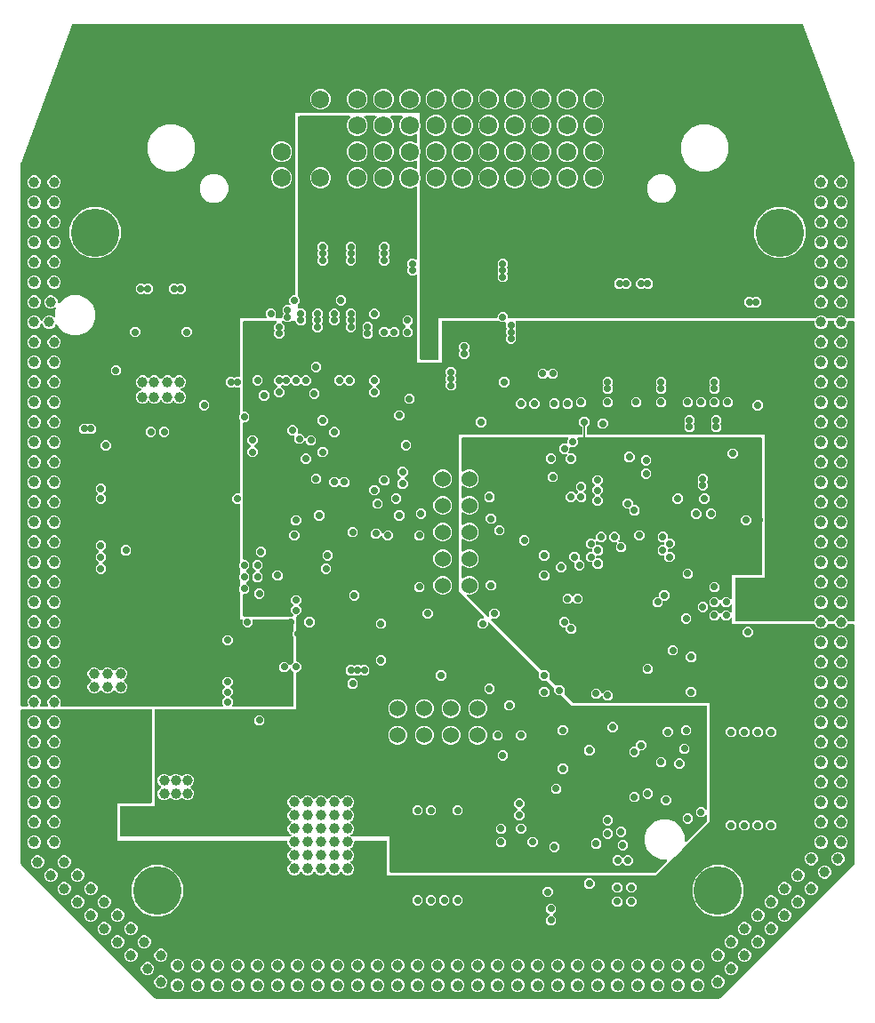
<source format=gbr>
G04 EAGLE Gerber RS-274X export*
G75*
%MOMM*%
%FSLAX34Y34*%
%LPD*%
%INCopper Layer 15*%
%IPPOS*%
%AMOC8*
5,1,8,0,0,1.08239X$1,22.5*%
G01*
%ADD10C,1.524000*%
%ADD11C,1.725000*%
%ADD12C,0.711200*%
%ADD13C,4.616000*%
%ADD14C,1.006400*%
%ADD15C,0.152400*%

G36*
X9383Y281576D02*
X9383Y281576D01*
X9497Y281586D01*
X9523Y281596D01*
X9551Y281600D01*
X9656Y281647D01*
X9763Y281688D01*
X9785Y281705D01*
X9810Y281716D01*
X9898Y281790D01*
X9989Y281859D01*
X10006Y281882D01*
X10027Y281900D01*
X10091Y281995D01*
X10160Y282087D01*
X10169Y282113D01*
X10185Y282136D01*
X10219Y282246D01*
X10260Y282353D01*
X10262Y282381D01*
X10270Y282407D01*
X10273Y282522D01*
X10283Y282636D01*
X10277Y282661D01*
X10278Y282691D01*
X10211Y282948D01*
X10207Y282964D01*
X9572Y284496D01*
X9572Y287004D01*
X10532Y289320D01*
X12305Y291093D01*
X14621Y292053D01*
X17129Y292053D01*
X19445Y291093D01*
X21218Y289320D01*
X22178Y287004D01*
X22178Y284496D01*
X21543Y282964D01*
X21514Y282852D01*
X21480Y282743D01*
X21479Y282715D01*
X21472Y282688D01*
X21475Y282574D01*
X21472Y282459D01*
X21479Y282432D01*
X21480Y282404D01*
X21515Y282295D01*
X21544Y282184D01*
X21558Y282160D01*
X21567Y282133D01*
X21631Y282038D01*
X21689Y281939D01*
X21710Y281920D01*
X21725Y281897D01*
X21813Y281823D01*
X21897Y281745D01*
X21921Y281732D01*
X21943Y281714D01*
X22047Y281668D01*
X22150Y281615D01*
X22174Y281611D01*
X22202Y281599D01*
X22466Y281562D01*
X22481Y281560D01*
X28319Y281560D01*
X28433Y281576D01*
X28547Y281586D01*
X28573Y281596D01*
X28601Y281600D01*
X28706Y281647D01*
X28813Y281688D01*
X28835Y281705D01*
X28860Y281716D01*
X28948Y281790D01*
X29039Y281859D01*
X29056Y281882D01*
X29077Y281900D01*
X29141Y281995D01*
X29210Y282087D01*
X29219Y282113D01*
X29235Y282136D01*
X29269Y282246D01*
X29310Y282353D01*
X29312Y282381D01*
X29320Y282407D01*
X29323Y282522D01*
X29333Y282636D01*
X29327Y282661D01*
X29328Y282691D01*
X29261Y282948D01*
X29257Y282964D01*
X28622Y284496D01*
X28622Y287004D01*
X29582Y289320D01*
X31355Y291093D01*
X33671Y292053D01*
X36179Y292053D01*
X38495Y291093D01*
X40268Y289320D01*
X41228Y287004D01*
X41228Y284496D01*
X40593Y282964D01*
X40564Y282852D01*
X40530Y282743D01*
X40529Y282715D01*
X40522Y282688D01*
X40525Y282574D01*
X40522Y282459D01*
X40529Y282432D01*
X40530Y282404D01*
X40565Y282295D01*
X40594Y282184D01*
X40608Y282160D01*
X40617Y282133D01*
X40681Y282038D01*
X40739Y281939D01*
X40760Y281920D01*
X40775Y281897D01*
X40863Y281823D01*
X40947Y281745D01*
X40971Y281732D01*
X40993Y281714D01*
X41097Y281668D01*
X41200Y281615D01*
X41224Y281611D01*
X41252Y281599D01*
X41516Y281562D01*
X41531Y281560D01*
X194938Y281560D01*
X194967Y281564D01*
X194996Y281561D01*
X195108Y281584D01*
X195220Y281600D01*
X195246Y281612D01*
X195275Y281617D01*
X195376Y281670D01*
X195479Y281716D01*
X195501Y281735D01*
X195528Y281748D01*
X195610Y281826D01*
X195696Y281900D01*
X195712Y281924D01*
X195734Y281944D01*
X195791Y282042D01*
X195854Y282136D01*
X195863Y282164D01*
X195877Y282189D01*
X195905Y282299D01*
X195939Y282407D01*
X195940Y282437D01*
X195947Y282465D01*
X195944Y282578D01*
X195947Y282691D01*
X195939Y282720D01*
X195938Y282749D01*
X195904Y282857D01*
X195875Y282966D01*
X195860Y282992D01*
X195851Y283020D01*
X195805Y283084D01*
X195730Y283211D01*
X195684Y283254D01*
X195656Y283293D01*
X195198Y283751D01*
X195198Y287749D01*
X197244Y289795D01*
X197279Y289841D01*
X197321Y289882D01*
X197364Y289954D01*
X197414Y290022D01*
X197435Y290076D01*
X197465Y290127D01*
X197486Y290209D01*
X197516Y290287D01*
X197521Y290346D01*
X197535Y290402D01*
X197532Y290487D01*
X197539Y290571D01*
X197528Y290628D01*
X197526Y290687D01*
X197500Y290767D01*
X197483Y290850D01*
X197456Y290901D01*
X197438Y290957D01*
X197398Y291013D01*
X197352Y291102D01*
X197284Y291174D01*
X197244Y291230D01*
X195198Y293276D01*
X195198Y297274D01*
X197244Y299320D01*
X197279Y299366D01*
X197321Y299407D01*
X197364Y299479D01*
X197414Y299547D01*
X197435Y299601D01*
X197465Y299652D01*
X197486Y299734D01*
X197516Y299812D01*
X197521Y299871D01*
X197535Y299927D01*
X197532Y300012D01*
X197539Y300096D01*
X197528Y300153D01*
X197526Y300212D01*
X197500Y300292D01*
X197483Y300374D01*
X197456Y300426D01*
X197438Y300482D01*
X197398Y300538D01*
X197352Y300627D01*
X197284Y300699D01*
X197244Y300755D01*
X195198Y302801D01*
X195198Y306799D01*
X198026Y309627D01*
X202024Y309627D01*
X204852Y306799D01*
X204852Y302801D01*
X202806Y300755D01*
X202771Y300709D01*
X202729Y300668D01*
X202686Y300596D01*
X202636Y300528D01*
X202615Y300474D01*
X202585Y300423D01*
X202564Y300341D01*
X202534Y300263D01*
X202529Y300204D01*
X202515Y300148D01*
X202518Y300063D01*
X202511Y299979D01*
X202522Y299922D01*
X202524Y299863D01*
X202550Y299783D01*
X202567Y299700D01*
X202594Y299649D01*
X202612Y299593D01*
X202652Y299537D01*
X202698Y299448D01*
X202766Y299376D01*
X202806Y299320D01*
X204852Y297274D01*
X204852Y293276D01*
X202806Y291230D01*
X202771Y291184D01*
X202729Y291143D01*
X202686Y291071D01*
X202636Y291003D01*
X202615Y290949D01*
X202585Y290898D01*
X202564Y290816D01*
X202534Y290738D01*
X202529Y290679D01*
X202515Y290623D01*
X202518Y290538D01*
X202511Y290454D01*
X202522Y290397D01*
X202524Y290338D01*
X202550Y290258D01*
X202567Y290176D01*
X202594Y290124D01*
X202612Y290068D01*
X202652Y290012D01*
X202698Y289923D01*
X202766Y289851D01*
X202806Y289795D01*
X204852Y287749D01*
X204852Y283751D01*
X204394Y283293D01*
X204376Y283269D01*
X204354Y283251D01*
X204291Y283156D01*
X204223Y283066D01*
X204213Y283038D01*
X204196Y283014D01*
X204162Y282906D01*
X204122Y282800D01*
X204119Y282771D01*
X204111Y282743D01*
X204108Y282630D01*
X204098Y282517D01*
X204104Y282488D01*
X204103Y282459D01*
X204132Y282349D01*
X204154Y282238D01*
X204168Y282212D01*
X204175Y282184D01*
X204233Y282087D01*
X204285Y281986D01*
X204305Y281964D01*
X204320Y281939D01*
X204403Y281862D01*
X204481Y281780D01*
X204506Y281765D01*
X204528Y281745D01*
X204629Y281693D01*
X204726Y281636D01*
X204755Y281629D01*
X204781Y281615D01*
X204858Y281602D01*
X205002Y281566D01*
X205064Y281568D01*
X205112Y281560D01*
X261938Y281560D01*
X261995Y281568D01*
X262054Y281566D01*
X262135Y281588D01*
X262219Y281600D01*
X262272Y281624D01*
X262329Y281638D01*
X262401Y281681D01*
X262478Y281716D01*
X262523Y281754D01*
X262573Y281784D01*
X262631Y281845D01*
X262695Y281900D01*
X262728Y281948D01*
X262768Y281991D01*
X262806Y282066D01*
X262853Y282136D01*
X262871Y282192D01*
X262897Y282244D01*
X262909Y282312D01*
X262939Y282407D01*
X262941Y282507D01*
X262953Y282575D01*
X262953Y314001D01*
X262941Y314087D01*
X262938Y314175D01*
X262921Y314227D01*
X262913Y314282D01*
X262877Y314362D01*
X262850Y314445D01*
X262822Y314485D01*
X262797Y314542D01*
X262701Y314655D01*
X262690Y314670D01*
X262682Y314684D01*
X262677Y314688D01*
X262655Y314719D01*
X260274Y317100D01*
X260228Y317135D01*
X260187Y317177D01*
X260114Y317220D01*
X260047Y317271D01*
X259992Y317292D01*
X259942Y317321D01*
X259860Y317342D01*
X259781Y317372D01*
X259723Y317377D01*
X259666Y317391D01*
X259582Y317389D01*
X259498Y317396D01*
X259441Y317384D01*
X259382Y317382D01*
X259302Y317356D01*
X259219Y317340D01*
X259167Y317313D01*
X259112Y317295D01*
X259056Y317255D01*
X258967Y317209D01*
X258895Y317140D01*
X258838Y317100D01*
X255999Y314261D01*
X252001Y314261D01*
X249173Y317088D01*
X249173Y321087D01*
X252001Y323914D01*
X255999Y323914D01*
X258838Y321075D01*
X258885Y321040D01*
X258925Y320998D01*
X258998Y320955D01*
X259066Y320904D01*
X259120Y320883D01*
X259171Y320854D01*
X259252Y320833D01*
X259331Y320803D01*
X259390Y320798D01*
X259446Y320784D01*
X259530Y320786D01*
X259615Y320779D01*
X259672Y320791D01*
X259730Y320793D01*
X259811Y320819D01*
X259893Y320835D01*
X259945Y320862D01*
X260001Y320880D01*
X260057Y320920D01*
X260146Y320966D01*
X260218Y321035D01*
X260274Y321075D01*
X262655Y323456D01*
X262708Y323526D01*
X262768Y323590D01*
X262793Y323639D01*
X262826Y323684D01*
X262857Y323765D01*
X262897Y323843D01*
X262905Y323891D01*
X262928Y323949D01*
X262933Y324014D01*
X262939Y324032D01*
X262941Y324102D01*
X262953Y324174D01*
X262953Y347338D01*
X262941Y347425D01*
X262938Y347512D01*
X262921Y347565D01*
X262913Y347620D01*
X262877Y347699D01*
X262850Y347783D01*
X262822Y347822D01*
X262797Y347879D01*
X262701Y347992D01*
X262655Y348056D01*
X261873Y348838D01*
X261873Y352837D01*
X262655Y353619D01*
X262708Y353689D01*
X262768Y353753D01*
X262793Y353802D01*
X262826Y353846D01*
X262857Y353928D01*
X262897Y354006D01*
X262905Y354053D01*
X262928Y354112D01*
X262940Y354259D01*
X262953Y354337D01*
X262953Y363538D01*
X262945Y363595D01*
X262946Y363654D01*
X262925Y363735D01*
X262913Y363819D01*
X262889Y363872D01*
X262874Y363929D01*
X262831Y364001D01*
X262797Y364078D01*
X262759Y364123D01*
X262729Y364173D01*
X262667Y364231D01*
X262613Y364295D01*
X262564Y364328D01*
X262522Y364368D01*
X262447Y364406D01*
X262376Y364453D01*
X262321Y364471D01*
X262269Y364497D01*
X262201Y364509D01*
X262105Y364539D01*
X262006Y364541D01*
X261938Y364553D01*
X224917Y364553D01*
X224859Y364545D01*
X224801Y364546D01*
X224719Y364525D01*
X224635Y364513D01*
X224582Y364489D01*
X224526Y364474D01*
X224453Y364431D01*
X224376Y364397D01*
X224331Y364359D01*
X224281Y364329D01*
X224223Y364267D01*
X224159Y364213D01*
X224127Y364164D01*
X224087Y364122D01*
X224048Y364047D01*
X224001Y363976D01*
X223984Y363921D01*
X223957Y363869D01*
X223946Y363801D01*
X223916Y363705D01*
X223913Y363606D01*
X223902Y363538D01*
X223902Y359951D01*
X221074Y357123D01*
X217076Y357123D01*
X214248Y359951D01*
X214248Y363538D01*
X214240Y363595D01*
X214242Y363654D01*
X214220Y363735D01*
X214208Y363819D01*
X214185Y363872D01*
X214170Y363929D01*
X214127Y364001D01*
X214092Y364078D01*
X214054Y364123D01*
X214025Y364173D01*
X213963Y364231D01*
X213909Y364295D01*
X213860Y364328D01*
X213817Y364368D01*
X213742Y364406D01*
X213672Y364453D01*
X213616Y364471D01*
X213564Y364497D01*
X213496Y364509D01*
X213401Y364539D01*
X213301Y364541D01*
X213233Y364553D01*
X212153Y364553D01*
X212153Y390201D01*
X212145Y390257D01*
X212146Y390308D01*
X212139Y390335D01*
X212138Y390375D01*
X212121Y390427D01*
X212113Y390482D01*
X212083Y390548D01*
X212074Y390583D01*
X212066Y390597D01*
X212050Y390645D01*
X212022Y390685D01*
X211997Y390742D01*
X211941Y390808D01*
X211929Y390827D01*
X211905Y390850D01*
X211901Y390855D01*
X211855Y390919D01*
X211073Y391701D01*
X211073Y395699D01*
X211855Y396481D01*
X211908Y396551D01*
X211968Y396615D01*
X211993Y396664D01*
X212026Y396709D01*
X212057Y396790D01*
X212097Y396868D01*
X212105Y396916D01*
X212128Y396974D01*
X212140Y397122D01*
X212153Y397199D01*
X212153Y401313D01*
X212141Y401400D01*
X212138Y401487D01*
X212121Y401540D01*
X212113Y401595D01*
X212077Y401674D01*
X212050Y401758D01*
X212022Y401797D01*
X211997Y401854D01*
X211901Y401967D01*
X211892Y401980D01*
X211883Y401995D01*
X211877Y402000D01*
X211855Y402031D01*
X211073Y402813D01*
X211073Y406812D01*
X211855Y407594D01*
X211908Y407664D01*
X211968Y407728D01*
X211993Y407777D01*
X212026Y407821D01*
X212057Y407903D01*
X212097Y407981D01*
X212105Y408028D01*
X212128Y408087D01*
X212140Y408234D01*
X212153Y408312D01*
X212153Y412426D01*
X212141Y412512D01*
X212138Y412600D01*
X212121Y412652D01*
X212113Y412707D01*
X212077Y412787D01*
X212050Y412870D01*
X212022Y412910D01*
X211997Y412967D01*
X211901Y413080D01*
X211855Y413144D01*
X211073Y413926D01*
X211073Y417924D01*
X211855Y418706D01*
X211908Y418776D01*
X211968Y418840D01*
X211993Y418889D01*
X212026Y418934D01*
X212057Y419015D01*
X212097Y419093D01*
X212105Y419141D01*
X212128Y419199D01*
X212140Y419347D01*
X212153Y419424D01*
X212153Y473583D01*
X212145Y473641D01*
X212146Y473699D01*
X212125Y473781D01*
X212113Y473865D01*
X212089Y473918D01*
X212074Y473974D01*
X212031Y474047D01*
X211997Y474124D01*
X211959Y474169D01*
X211929Y474219D01*
X211867Y474277D01*
X211813Y474341D01*
X211764Y474373D01*
X211722Y474413D01*
X211647Y474452D01*
X211576Y474499D01*
X211521Y474516D01*
X211469Y474543D01*
X211401Y474554D01*
X211305Y474584D01*
X211206Y474587D01*
X211138Y474598D01*
X207551Y474598D01*
X204723Y477426D01*
X204723Y481424D01*
X207551Y484252D01*
X211138Y484252D01*
X211195Y484260D01*
X211254Y484258D01*
X211335Y484280D01*
X211419Y484292D01*
X211472Y484315D01*
X211529Y484330D01*
X211601Y484373D01*
X211678Y484408D01*
X211723Y484446D01*
X211773Y484475D01*
X211831Y484537D01*
X211895Y484591D01*
X211928Y484640D01*
X211968Y484683D01*
X212006Y484758D01*
X212053Y484828D01*
X212071Y484884D01*
X212097Y484936D01*
X212109Y485004D01*
X212139Y485099D01*
X212141Y485199D01*
X212153Y485267D01*
X212153Y553713D01*
X212146Y553761D01*
X212146Y553763D01*
X212145Y553766D01*
X212141Y553800D01*
X212138Y553887D01*
X212121Y553940D01*
X212113Y553995D01*
X212077Y554074D01*
X212050Y554158D01*
X212022Y554197D01*
X211997Y554254D01*
X211901Y554367D01*
X211855Y554431D01*
X211073Y555213D01*
X211073Y559212D01*
X211855Y559994D01*
X211908Y560064D01*
X211968Y560128D01*
X211993Y560177D01*
X212026Y560221D01*
X212057Y560303D01*
X212097Y560381D01*
X212105Y560428D01*
X212128Y560487D01*
X212135Y560573D01*
X212139Y560586D01*
X212140Y560636D01*
X212153Y560712D01*
X212153Y584708D01*
X212145Y584766D01*
X212146Y584824D01*
X212125Y584906D01*
X212113Y584990D01*
X212089Y585043D01*
X212074Y585099D01*
X212031Y585172D01*
X211997Y585249D01*
X211959Y585294D01*
X211929Y585344D01*
X211867Y585402D01*
X211813Y585466D01*
X211764Y585498D01*
X211722Y585538D01*
X211647Y585577D01*
X211576Y585624D01*
X211521Y585641D01*
X211469Y585668D01*
X211401Y585679D01*
X211305Y585709D01*
X211206Y585712D01*
X211138Y585723D01*
X207551Y585723D01*
X207093Y586181D01*
X207046Y586216D01*
X207006Y586259D01*
X206933Y586301D01*
X206866Y586352D01*
X206811Y586373D01*
X206761Y586402D01*
X206679Y586423D01*
X206600Y586453D01*
X206542Y586458D01*
X206485Y586472D01*
X206401Y586470D01*
X206317Y586477D01*
X206259Y586465D01*
X206201Y586463D01*
X206121Y586437D01*
X206038Y586421D01*
X205986Y586394D01*
X205930Y586376D01*
X205874Y586336D01*
X205786Y586290D01*
X205713Y586221D01*
X205657Y586181D01*
X205199Y585723D01*
X201201Y585723D01*
X198373Y588551D01*
X198373Y592549D01*
X201201Y595377D01*
X205199Y595377D01*
X205657Y594919D01*
X205704Y594884D01*
X205744Y594841D01*
X205817Y594799D01*
X205884Y594748D01*
X205939Y594727D01*
X205989Y594698D01*
X206071Y594677D01*
X206150Y594647D01*
X206208Y594642D01*
X206265Y594628D01*
X206349Y594630D01*
X206433Y594623D01*
X206491Y594635D01*
X206549Y594637D01*
X206629Y594663D01*
X206712Y594679D01*
X206764Y594706D01*
X206820Y594724D01*
X206876Y594764D01*
X206964Y594810D01*
X207037Y594879D01*
X207093Y594919D01*
X207551Y595377D01*
X211138Y595377D01*
X211195Y595385D01*
X211254Y595383D01*
X211335Y595405D01*
X211419Y595417D01*
X211472Y595440D01*
X211529Y595455D01*
X211601Y595498D01*
X211678Y595533D01*
X211723Y595571D01*
X211773Y595600D01*
X211831Y595662D01*
X211895Y595716D01*
X211928Y595765D01*
X211968Y595808D01*
X212006Y595883D01*
X212053Y595953D01*
X212071Y596009D01*
X212097Y596061D01*
X212109Y596129D01*
X212139Y596224D01*
X212141Y596324D01*
X212153Y596392D01*
X212153Y651447D01*
X236213Y651447D01*
X236242Y651451D01*
X236271Y651449D01*
X236383Y651471D01*
X236495Y651487D01*
X236521Y651499D01*
X236550Y651505D01*
X236651Y651557D01*
X236754Y651603D01*
X236776Y651622D01*
X236803Y651636D01*
X236885Y651714D01*
X236971Y651787D01*
X236987Y651811D01*
X237009Y651832D01*
X237066Y651929D01*
X237129Y652024D01*
X237138Y652052D01*
X237152Y652077D01*
X237180Y652187D01*
X237214Y652295D01*
X237215Y652324D01*
X237222Y652352D01*
X237219Y652465D01*
X237222Y652579D01*
X237214Y652607D01*
X237213Y652637D01*
X237179Y652745D01*
X237150Y652854D01*
X237135Y652879D01*
X237126Y652907D01*
X237080Y652971D01*
X237005Y653098D01*
X236959Y653141D01*
X236931Y653180D01*
X236473Y653638D01*
X236473Y657637D01*
X239301Y660464D01*
X243299Y660464D01*
X246127Y657637D01*
X246127Y653638D01*
X245669Y653180D01*
X245651Y653157D01*
X245629Y653138D01*
X245566Y653044D01*
X245498Y652953D01*
X245488Y652926D01*
X245471Y652901D01*
X245437Y652793D01*
X245397Y652688D01*
X245394Y652658D01*
X245386Y652630D01*
X245383Y652517D01*
X245373Y652404D01*
X245379Y652376D01*
X245378Y652346D01*
X245407Y652237D01*
X245429Y652126D01*
X245443Y652099D01*
X245450Y652071D01*
X245508Y651974D01*
X245560Y651873D01*
X245580Y651852D01*
X245595Y651827D01*
X245678Y651749D01*
X245756Y651667D01*
X245781Y651652D01*
X245803Y651632D01*
X245904Y651581D01*
X246001Y651523D01*
X246030Y651516D01*
X246056Y651503D01*
X246133Y651490D01*
X246277Y651453D01*
X246339Y651455D01*
X246387Y651447D01*
X251333Y651447D01*
X251391Y651455D01*
X251449Y651454D01*
X251531Y651475D01*
X251615Y651487D01*
X251668Y651511D01*
X251724Y651526D01*
X251797Y651569D01*
X251874Y651603D01*
X251919Y651641D01*
X251969Y651671D01*
X252027Y651733D01*
X252091Y651787D01*
X252123Y651836D01*
X252163Y651878D01*
X252202Y651953D01*
X252249Y652024D01*
X252266Y652079D01*
X252293Y652131D01*
X252304Y652199D01*
X252334Y652295D01*
X252337Y652394D01*
X252348Y652463D01*
X252348Y654462D01*
X252806Y654920D01*
X252841Y654966D01*
X252884Y655007D01*
X252926Y655080D01*
X252977Y655147D01*
X252998Y655201D01*
X253027Y655252D01*
X253048Y655334D01*
X253078Y655412D01*
X253083Y655471D01*
X253097Y655527D01*
X253095Y655612D01*
X253102Y655696D01*
X253090Y655753D01*
X253088Y655812D01*
X253062Y655892D01*
X253046Y655975D01*
X253019Y656026D01*
X253001Y656082D01*
X252961Y656138D01*
X252915Y656227D01*
X252846Y656299D01*
X252806Y656355D01*
X252348Y656813D01*
X252348Y660812D01*
X255176Y663639D01*
X258946Y663639D01*
X258975Y663643D01*
X259005Y663641D01*
X259116Y663663D01*
X259228Y663679D01*
X259254Y663691D01*
X259283Y663697D01*
X259384Y663749D01*
X259487Y663795D01*
X259510Y663814D01*
X259536Y663828D01*
X259618Y663906D01*
X259704Y663979D01*
X259720Y664003D01*
X259742Y664024D01*
X259799Y664121D01*
X259862Y664216D01*
X259871Y664244D01*
X259885Y664269D01*
X259913Y664378D01*
X259948Y664487D01*
X259948Y664516D01*
X259955Y664544D01*
X259952Y664657D01*
X259955Y664771D01*
X259947Y664799D01*
X259946Y664829D01*
X259912Y664937D01*
X259883Y665046D01*
X259868Y665071D01*
X259859Y665099D01*
X259813Y665163D01*
X259738Y665290D01*
X259692Y665333D01*
X259664Y665372D01*
X258698Y666338D01*
X258698Y670337D01*
X261526Y673164D01*
X263525Y673164D01*
X263583Y673172D01*
X263641Y673171D01*
X263723Y673192D01*
X263807Y673204D01*
X263860Y673228D01*
X263916Y673243D01*
X263989Y673286D01*
X264066Y673320D01*
X264111Y673358D01*
X264161Y673388D01*
X264219Y673450D01*
X264283Y673504D01*
X264315Y673553D01*
X264355Y673595D01*
X264394Y673670D01*
X264441Y673741D01*
X264458Y673796D01*
X264485Y673848D01*
X264496Y673916D01*
X264526Y674012D01*
X264529Y674111D01*
X264540Y674179D01*
X264540Y846710D01*
X383160Y846710D01*
X383160Y837740D01*
X383164Y837709D01*
X383162Y837679D01*
X383179Y837602D01*
X383200Y837458D01*
X383226Y837400D01*
X383237Y837351D01*
X383396Y836968D01*
X383396Y833032D01*
X383237Y832649D01*
X383229Y832619D01*
X383215Y832591D01*
X383202Y832514D01*
X383166Y832373D01*
X383168Y832309D01*
X383160Y832260D01*
X383160Y812740D01*
X383164Y812709D01*
X383162Y812679D01*
X383179Y812602D01*
X383200Y812458D01*
X383226Y812400D01*
X383237Y812351D01*
X383396Y811968D01*
X383396Y808032D01*
X383237Y807649D01*
X383229Y807619D01*
X383215Y807591D01*
X383202Y807514D01*
X383166Y807373D01*
X383168Y807309D01*
X383160Y807260D01*
X383160Y787740D01*
X383164Y787709D01*
X383162Y787679D01*
X383179Y787602D01*
X383200Y787459D01*
X383226Y787400D01*
X383237Y787352D01*
X383396Y786968D01*
X383396Y783032D01*
X383237Y782648D01*
X383229Y782619D01*
X383215Y782591D01*
X383202Y782514D01*
X383166Y782373D01*
X383168Y782309D01*
X383160Y782260D01*
X383160Y612775D01*
X383168Y612717D01*
X383166Y612659D01*
X383188Y612577D01*
X383200Y612494D01*
X383224Y612440D01*
X383238Y612384D01*
X383281Y612311D01*
X383316Y612234D01*
X383354Y612189D01*
X383384Y612139D01*
X383445Y612081D01*
X383500Y612017D01*
X383548Y611985D01*
X383591Y611945D01*
X383666Y611906D01*
X383736Y611860D01*
X383792Y611842D01*
X383844Y611815D01*
X383912Y611804D01*
X384007Y611774D01*
X384107Y611771D01*
X384175Y611760D01*
X400050Y611760D01*
X400108Y611768D01*
X400166Y611766D01*
X400248Y611788D01*
X400332Y611800D01*
X400385Y611824D01*
X400441Y611838D01*
X400514Y611881D01*
X400591Y611916D01*
X400636Y611954D01*
X400686Y611984D01*
X400744Y612045D01*
X400808Y612100D01*
X400840Y612148D01*
X400880Y612191D01*
X400919Y612266D01*
X400966Y612336D01*
X400983Y612392D01*
X401010Y612444D01*
X401021Y612512D01*
X401051Y612607D01*
X401054Y612707D01*
X401065Y612775D01*
X401065Y651447D01*
X456121Y651447D01*
X456178Y651455D01*
X456237Y651454D01*
X456318Y651475D01*
X456402Y651487D01*
X456455Y651511D01*
X456512Y651526D01*
X456584Y651569D01*
X456661Y651603D01*
X456706Y651641D01*
X456756Y651671D01*
X456814Y651733D01*
X456878Y651787D01*
X456911Y651836D01*
X456951Y651878D01*
X456989Y651953D01*
X457036Y652024D01*
X457054Y652079D01*
X457080Y652131D01*
X457092Y652199D01*
X457122Y652295D01*
X457124Y652394D01*
X457136Y652463D01*
X457136Y654462D01*
X459963Y657289D01*
X463962Y657289D01*
X466789Y654462D01*
X466789Y652463D01*
X466797Y652405D01*
X466796Y652346D01*
X466817Y652265D01*
X466829Y652181D01*
X466853Y652128D01*
X466868Y652071D01*
X466911Y651999D01*
X466945Y651922D01*
X466983Y651877D01*
X467013Y651827D01*
X467075Y651769D01*
X467129Y651705D01*
X467178Y651672D01*
X467220Y651632D01*
X467295Y651594D01*
X467366Y651547D01*
X467421Y651529D01*
X467473Y651503D01*
X467541Y651491D01*
X467637Y651461D01*
X467736Y651459D01*
X467804Y651447D01*
X759588Y651447D01*
X759675Y651460D01*
X759762Y651462D01*
X759815Y651479D01*
X759870Y651487D01*
X759950Y651523D01*
X760033Y651550D01*
X760072Y651578D01*
X760129Y651603D01*
X760243Y651699D01*
X760306Y651745D01*
X761605Y653043D01*
X763921Y654003D01*
X766429Y654003D01*
X768745Y653043D01*
X770044Y651745D01*
X770114Y651692D01*
X770177Y651632D01*
X770227Y651607D01*
X770271Y651574D01*
X770353Y651543D01*
X770431Y651503D01*
X770478Y651495D01*
X770537Y651473D01*
X770684Y651460D01*
X770762Y651447D01*
X778638Y651447D01*
X778725Y651460D01*
X778812Y651462D01*
X778865Y651479D01*
X778920Y651487D01*
X779000Y651523D01*
X779083Y651550D01*
X779122Y651578D01*
X779179Y651603D01*
X779293Y651699D01*
X779356Y651745D01*
X780655Y653043D01*
X782971Y654003D01*
X785479Y654003D01*
X787795Y653043D01*
X789094Y651745D01*
X789164Y651692D01*
X789227Y651632D01*
X789277Y651607D01*
X789321Y651574D01*
X789403Y651543D01*
X789481Y651503D01*
X789528Y651495D01*
X789587Y651473D01*
X789734Y651460D01*
X789812Y651447D01*
X795809Y651447D01*
X795867Y651455D01*
X795925Y651454D01*
X796007Y651475D01*
X796091Y651487D01*
X796144Y651511D01*
X796200Y651526D01*
X796273Y651569D01*
X796350Y651603D01*
X796395Y651641D01*
X796445Y651671D01*
X796503Y651733D01*
X796567Y651787D01*
X796599Y651836D01*
X796639Y651878D01*
X796678Y651953D01*
X796725Y652024D01*
X796742Y652079D01*
X796769Y652131D01*
X796780Y652199D01*
X796810Y652295D01*
X796813Y652394D01*
X796824Y652463D01*
X796824Y799249D01*
X796823Y799260D01*
X796824Y799272D01*
X796812Y799332D01*
X796784Y799530D01*
X796767Y799568D01*
X796761Y799601D01*
X748035Y931162D01*
X748025Y931180D01*
X748020Y931200D01*
X747958Y931304D01*
X747900Y931412D01*
X747885Y931427D01*
X747875Y931445D01*
X747786Y931528D01*
X747701Y931615D01*
X747683Y931625D01*
X747667Y931639D01*
X747559Y931695D01*
X747453Y931754D01*
X747433Y931759D01*
X747414Y931769D01*
X747340Y931781D01*
X747177Y931820D01*
X747124Y931817D01*
X747083Y931824D01*
X52917Y931824D01*
X52896Y931821D01*
X52875Y931823D01*
X52756Y931801D01*
X52635Y931784D01*
X52616Y931776D01*
X52596Y931772D01*
X52487Y931718D01*
X52376Y931668D01*
X52360Y931655D01*
X52341Y931645D01*
X52252Y931563D01*
X52159Y931485D01*
X52147Y931467D01*
X52132Y931453D01*
X52095Y931388D01*
X52001Y931248D01*
X51986Y931198D01*
X51965Y931162D01*
X3239Y799601D01*
X3236Y799590D01*
X3231Y799580D01*
X3221Y799520D01*
X3178Y799324D01*
X3181Y799282D01*
X3176Y799249D01*
X3176Y282575D01*
X3184Y282517D01*
X3182Y282459D01*
X3204Y282377D01*
X3216Y282294D01*
X3239Y282240D01*
X3254Y282184D01*
X3297Y282111D01*
X3332Y282034D01*
X3370Y281989D01*
X3399Y281939D01*
X3461Y281881D01*
X3515Y281817D01*
X3564Y281785D01*
X3607Y281745D01*
X3682Y281706D01*
X3752Y281660D01*
X3808Y281642D01*
X3860Y281615D01*
X3928Y281604D01*
X4023Y281574D01*
X4123Y281571D01*
X4191Y281560D01*
X9269Y281560D01*
X9383Y281576D01*
G37*
G36*
X606512Y122822D02*
X606512Y122822D01*
X606599Y122825D01*
X606652Y122842D01*
X606707Y122850D01*
X606786Y122885D01*
X606870Y122912D01*
X606909Y122940D01*
X606966Y122966D01*
X607079Y123062D01*
X607143Y123107D01*
X618262Y134226D01*
X618279Y134250D01*
X618302Y134269D01*
X618365Y134363D01*
X618433Y134453D01*
X618443Y134481D01*
X618460Y134505D01*
X618494Y134613D01*
X618534Y134719D01*
X618536Y134748D01*
X618545Y134776D01*
X618548Y134890D01*
X618558Y135002D01*
X618552Y135031D01*
X618553Y135060D01*
X618524Y135170D01*
X618502Y135281D01*
X618488Y135307D01*
X618481Y135335D01*
X618423Y135433D01*
X618371Y135533D01*
X618351Y135555D01*
X618336Y135580D01*
X618253Y135657D01*
X618175Y135739D01*
X618150Y135754D01*
X618128Y135774D01*
X618027Y135826D01*
X617930Y135883D01*
X617901Y135890D01*
X617875Y135904D01*
X617798Y135917D01*
X617654Y135953D01*
X617592Y135951D01*
X617544Y135959D01*
X612213Y135959D01*
X605214Y138858D01*
X599858Y144214D01*
X596959Y151213D01*
X596959Y158787D01*
X599858Y165786D01*
X605214Y171142D01*
X612213Y174041D01*
X619787Y174041D01*
X626786Y171142D01*
X632142Y165786D01*
X635041Y158787D01*
X635041Y153456D01*
X635045Y153427D01*
X635042Y153398D01*
X635065Y153287D01*
X635081Y153174D01*
X635093Y153148D01*
X635098Y153119D01*
X635150Y153018D01*
X635197Y152915D01*
X635216Y152893D01*
X635229Y152867D01*
X635307Y152785D01*
X635380Y152698D01*
X635405Y152682D01*
X635425Y152661D01*
X635523Y152603D01*
X635617Y152540D01*
X635645Y152532D01*
X635670Y152517D01*
X635780Y152489D01*
X635888Y152455D01*
X635918Y152454D01*
X635946Y152447D01*
X636059Y152450D01*
X636172Y152447D01*
X636201Y152455D01*
X636230Y152456D01*
X636338Y152491D01*
X636447Y152519D01*
X636473Y152534D01*
X636501Y152543D01*
X636564Y152589D01*
X636692Y152664D01*
X636735Y152710D01*
X636774Y152738D01*
X656355Y172320D01*
X656408Y172389D01*
X656468Y172453D01*
X656493Y172503D01*
X656526Y172547D01*
X656557Y172629D01*
X656597Y172706D01*
X656605Y172754D01*
X656628Y172812D01*
X656640Y172960D01*
X656653Y173038D01*
X656653Y177476D01*
X656649Y177505D01*
X656651Y177534D01*
X656629Y177645D01*
X656613Y177757D01*
X656601Y177784D01*
X656595Y177813D01*
X656543Y177913D01*
X656497Y178017D01*
X656478Y178039D01*
X656464Y178065D01*
X656386Y178147D01*
X656313Y178234D01*
X656289Y178250D01*
X656268Y178271D01*
X656171Y178328D01*
X656076Y178391D01*
X656048Y178400D01*
X656023Y178415D01*
X655914Y178443D01*
X655805Y178477D01*
X655776Y178478D01*
X655748Y178485D01*
X655635Y178481D01*
X655521Y178484D01*
X655493Y178477D01*
X655463Y178476D01*
X655356Y178441D01*
X655246Y178412D01*
X655221Y178397D01*
X655193Y178388D01*
X655129Y178343D01*
X655002Y178267D01*
X654959Y178222D01*
X654920Y178194D01*
X652874Y176148D01*
X648876Y176148D01*
X646048Y178976D01*
X646048Y182974D01*
X648876Y185802D01*
X652874Y185802D01*
X654920Y183756D01*
X654943Y183739D01*
X654962Y183716D01*
X655057Y183653D01*
X655147Y183586D01*
X655174Y183575D01*
X655199Y183559D01*
X655307Y183525D01*
X655412Y183484D01*
X655442Y183482D01*
X655470Y183473D01*
X655583Y183470D01*
X655696Y183461D01*
X655724Y183466D01*
X655754Y183466D01*
X655863Y183494D01*
X655975Y183517D01*
X656001Y183530D01*
X656029Y183538D01*
X656126Y183595D01*
X656227Y183648D01*
X656248Y183668D01*
X656273Y183683D01*
X656351Y183765D01*
X656433Y183843D01*
X656448Y183869D01*
X656468Y183890D01*
X656519Y183991D01*
X656577Y184089D01*
X656584Y184117D01*
X656597Y184143D01*
X656610Y184221D01*
X656647Y184364D01*
X656645Y184427D01*
X656653Y184474D01*
X656653Y280988D01*
X656645Y281045D01*
X656646Y281104D01*
X656625Y281185D01*
X656613Y281269D01*
X656589Y281322D01*
X656574Y281379D01*
X656531Y281451D01*
X656497Y281528D01*
X656459Y281573D01*
X656429Y281623D01*
X656367Y281681D01*
X656313Y281745D01*
X656264Y281778D01*
X656222Y281818D01*
X656147Y281856D01*
X656076Y281903D01*
X656021Y281921D01*
X655969Y281947D01*
X655901Y281959D01*
X655805Y281989D01*
X655706Y281991D01*
X655638Y282003D01*
X527475Y282003D01*
X517900Y291733D01*
X517827Y291788D01*
X517760Y291851D01*
X517715Y291874D01*
X517674Y291905D01*
X517589Y291939D01*
X517507Y291980D01*
X517463Y291988D01*
X517409Y292009D01*
X517253Y292023D01*
X517176Y292036D01*
X513938Y292036D01*
X511111Y294863D01*
X511111Y298215D01*
X511099Y298298D01*
X511097Y298381D01*
X511079Y298438D01*
X511071Y298497D01*
X511037Y298573D01*
X511012Y298653D01*
X510982Y298695D01*
X510955Y298756D01*
X510864Y298863D01*
X510819Y298928D01*
X503839Y306020D01*
X503767Y306076D01*
X503700Y306138D01*
X503654Y306162D01*
X503613Y306193D01*
X503528Y306226D01*
X503447Y306268D01*
X503402Y306275D01*
X503348Y306296D01*
X503192Y306310D01*
X503116Y306323D01*
X499651Y306323D01*
X496823Y309151D01*
X496823Y312733D01*
X496812Y312816D01*
X496810Y312899D01*
X496792Y312956D01*
X496783Y313015D01*
X496749Y313091D01*
X496724Y313171D01*
X496695Y313213D01*
X496667Y313274D01*
X496577Y313381D01*
X496532Y313446D01*
X449478Y361258D01*
X449452Y361278D01*
X449430Y361304D01*
X449339Y361364D01*
X449252Y361431D01*
X449221Y361443D01*
X449193Y361461D01*
X449089Y361494D01*
X448987Y361534D01*
X448954Y361537D01*
X448922Y361547D01*
X448813Y361550D01*
X448704Y361560D01*
X448672Y361554D01*
X448638Y361554D01*
X448532Y361527D01*
X448425Y361506D01*
X448395Y361491D01*
X448363Y361483D01*
X448269Y361427D01*
X448172Y361377D01*
X448147Y361354D01*
X448119Y361337D01*
X448044Y361257D01*
X447964Y361183D01*
X447947Y361154D01*
X447924Y361130D01*
X447874Y361033D01*
X447818Y360939D01*
X447810Y360907D01*
X447795Y360877D01*
X447782Y360800D01*
X447746Y360664D01*
X447748Y360597D01*
X447739Y360546D01*
X447739Y358363D01*
X444912Y355536D01*
X440913Y355536D01*
X438086Y358363D01*
X438086Y362362D01*
X440913Y365189D01*
X443186Y365189D01*
X443211Y365193D01*
X443236Y365190D01*
X443351Y365213D01*
X443467Y365229D01*
X443490Y365239D01*
X443515Y365244D01*
X443619Y365297D01*
X443727Y365345D01*
X443746Y365362D01*
X443768Y365373D01*
X443854Y365453D01*
X443944Y365529D01*
X443958Y365550D01*
X443976Y365567D01*
X444036Y365668D01*
X444101Y365766D01*
X444109Y365790D01*
X444122Y365811D01*
X444152Y365925D01*
X444187Y366037D01*
X444188Y366062D01*
X444194Y366086D01*
X444191Y366204D01*
X444194Y366321D01*
X444188Y366345D01*
X444187Y366371D01*
X444152Y366483D01*
X444122Y366596D01*
X444110Y366618D01*
X444102Y366642D01*
X444057Y366705D01*
X443977Y366840D01*
X443935Y366880D01*
X443909Y366917D01*
X429349Y381712D01*
X429345Y381715D01*
X429343Y381718D01*
X420115Y390946D01*
X420115Y540322D01*
X536702Y540322D01*
X536760Y540330D01*
X536818Y540329D01*
X536900Y540350D01*
X536984Y540362D01*
X537037Y540386D01*
X537093Y540401D01*
X537166Y540444D01*
X537243Y540478D01*
X537288Y540516D01*
X537338Y540546D01*
X537396Y540608D01*
X537460Y540662D01*
X537492Y540711D01*
X537532Y540753D01*
X537571Y540828D01*
X537618Y540899D01*
X537635Y540954D01*
X537662Y541006D01*
X537673Y541074D01*
X537703Y541170D01*
X537706Y541269D01*
X537717Y541338D01*
X537717Y547236D01*
X537710Y547286D01*
X537711Y547301D01*
X537705Y547321D01*
X537705Y547323D01*
X537702Y547410D01*
X537685Y547463D01*
X537677Y547518D01*
X537642Y547597D01*
X537615Y547681D01*
X537587Y547720D01*
X537561Y547777D01*
X537465Y547890D01*
X537420Y547954D01*
X534923Y550451D01*
X534923Y554449D01*
X537751Y557277D01*
X541749Y557277D01*
X544577Y554449D01*
X544577Y550451D01*
X542080Y547954D01*
X542028Y547884D01*
X541968Y547820D01*
X541942Y547771D01*
X541909Y547727D01*
X541878Y547645D01*
X541838Y547567D01*
X541830Y547520D01*
X541808Y547461D01*
X541800Y547362D01*
X541797Y547352D01*
X541796Y547314D01*
X541783Y547236D01*
X541783Y541338D01*
X541791Y541280D01*
X541789Y541221D01*
X541811Y541140D01*
X541823Y541056D01*
X541846Y541003D01*
X541861Y540946D01*
X541904Y540874D01*
X541939Y540797D01*
X541977Y540752D01*
X542006Y540702D01*
X542068Y540644D01*
X542122Y540580D01*
X542171Y540547D01*
X542214Y540507D01*
X542289Y540469D01*
X542359Y540422D01*
X542415Y540404D01*
X542467Y540378D01*
X542535Y540366D01*
X542630Y540336D01*
X542730Y540334D01*
X542798Y540322D01*
X711772Y540322D01*
X711772Y404240D01*
X684213Y404240D01*
X684155Y404232D01*
X684096Y404234D01*
X684015Y404212D01*
X683931Y404200D01*
X683878Y404177D01*
X683821Y404162D01*
X683749Y404119D01*
X683672Y404084D01*
X683627Y404046D01*
X683577Y404017D01*
X683519Y403955D01*
X683455Y403901D01*
X683422Y403852D01*
X683382Y403809D01*
X683344Y403734D01*
X683297Y403664D01*
X683279Y403608D01*
X683253Y403556D01*
X683241Y403488D01*
X683211Y403393D01*
X683209Y403293D01*
X683197Y403225D01*
X683197Y363538D01*
X683205Y363480D01*
X683204Y363421D01*
X683225Y363340D01*
X683237Y363256D01*
X683261Y363203D01*
X683276Y363146D01*
X683319Y363074D01*
X683353Y362997D01*
X683391Y362952D01*
X683421Y362902D01*
X683483Y362844D01*
X683537Y362780D01*
X683586Y362747D01*
X683628Y362707D01*
X683703Y362669D01*
X683774Y362622D01*
X683829Y362604D01*
X683881Y362578D01*
X683949Y362566D01*
X684045Y362536D01*
X684144Y362534D01*
X684213Y362522D01*
X757912Y362522D01*
X757913Y362522D01*
X757915Y362522D01*
X758055Y362542D01*
X758193Y362562D01*
X758195Y362563D01*
X758196Y362563D01*
X758322Y362620D01*
X758453Y362678D01*
X758454Y362679D01*
X758455Y362680D01*
X758562Y362771D01*
X758670Y362862D01*
X758670Y362863D01*
X758672Y362864D01*
X758680Y362877D01*
X758827Y363099D01*
X758836Y363128D01*
X758850Y363149D01*
X759832Y365520D01*
X761605Y367293D01*
X763921Y368253D01*
X766429Y368253D01*
X768745Y367293D01*
X770518Y365520D01*
X771500Y363149D01*
X771501Y363148D01*
X771502Y363146D01*
X771572Y363028D01*
X771645Y362904D01*
X771646Y362903D01*
X771647Y362902D01*
X771755Y362800D01*
X771852Y362709D01*
X771853Y362708D01*
X771854Y362707D01*
X771980Y362643D01*
X772104Y362579D01*
X772106Y362578D01*
X772107Y362578D01*
X772122Y362575D01*
X772383Y362524D01*
X772414Y362526D01*
X772438Y362522D01*
X776962Y362522D01*
X776963Y362522D01*
X776965Y362522D01*
X777105Y362542D01*
X777243Y362562D01*
X777245Y362563D01*
X777246Y362563D01*
X777372Y362620D01*
X777503Y362678D01*
X777504Y362679D01*
X777505Y362680D01*
X777612Y362771D01*
X777720Y362862D01*
X777720Y362863D01*
X777722Y362864D01*
X777730Y362877D01*
X777877Y363099D01*
X777886Y363128D01*
X777900Y363149D01*
X778882Y365520D01*
X780655Y367293D01*
X782971Y368253D01*
X785479Y368253D01*
X787795Y367293D01*
X789568Y365520D01*
X790550Y363149D01*
X790551Y363148D01*
X790552Y363146D01*
X790622Y363028D01*
X790695Y362904D01*
X790696Y362903D01*
X790697Y362902D01*
X790805Y362800D01*
X790902Y362709D01*
X790903Y362708D01*
X790904Y362707D01*
X791030Y362643D01*
X791154Y362579D01*
X791156Y362578D01*
X791157Y362578D01*
X791172Y362575D01*
X791433Y362524D01*
X791464Y362526D01*
X791488Y362522D01*
X795809Y362522D01*
X795867Y362530D01*
X795925Y362529D01*
X796007Y362550D01*
X796091Y362562D01*
X796144Y362586D01*
X796200Y362601D01*
X796273Y362644D01*
X796350Y362678D01*
X796395Y362716D01*
X796445Y362746D01*
X796503Y362808D01*
X796567Y362862D01*
X796599Y362911D01*
X796639Y362953D01*
X796678Y363028D01*
X796725Y363099D01*
X796742Y363154D01*
X796769Y363206D01*
X796780Y363274D01*
X796810Y363370D01*
X796813Y363469D01*
X796824Y363537D01*
X796824Y647700D01*
X796816Y647757D01*
X796818Y647810D01*
X796817Y647811D01*
X796818Y647816D01*
X796796Y647898D01*
X796784Y647982D01*
X796761Y648035D01*
X796746Y648091D01*
X796703Y648164D01*
X796668Y648241D01*
X796630Y648286D01*
X796601Y648336D01*
X796539Y648394D01*
X796485Y648458D01*
X796436Y648490D01*
X796393Y648530D01*
X796318Y648569D01*
X796248Y648616D01*
X796192Y648633D01*
X796140Y648660D01*
X796072Y648671D01*
X795977Y648701D01*
X795877Y648704D01*
X795809Y648715D01*
X791543Y648715D01*
X791485Y648707D01*
X791427Y648709D01*
X791345Y648687D01*
X791261Y648675D01*
X791208Y648652D01*
X791152Y648637D01*
X791079Y648594D01*
X791002Y648559D01*
X790957Y648521D01*
X790907Y648492D01*
X790849Y648430D01*
X790785Y648376D01*
X790753Y648327D01*
X790713Y648284D01*
X790674Y648209D01*
X790627Y648139D01*
X790610Y648083D01*
X790583Y648031D01*
X790572Y647963D01*
X790542Y647868D01*
X790539Y647768D01*
X790528Y647700D01*
X790528Y646446D01*
X789568Y644130D01*
X787795Y642357D01*
X785479Y641397D01*
X782971Y641397D01*
X780655Y642357D01*
X778882Y644130D01*
X777922Y646446D01*
X777922Y647700D01*
X777914Y647757D01*
X777916Y647810D01*
X777915Y647811D01*
X777916Y647816D01*
X777894Y647898D01*
X777882Y647982D01*
X777859Y648035D01*
X777844Y648091D01*
X777801Y648164D01*
X777766Y648241D01*
X777728Y648286D01*
X777699Y648336D01*
X777637Y648394D01*
X777583Y648458D01*
X777534Y648490D01*
X777491Y648530D01*
X777416Y648569D01*
X777346Y648616D01*
X777290Y648633D01*
X777238Y648660D01*
X777170Y648671D01*
X777075Y648701D01*
X776975Y648704D01*
X776907Y648715D01*
X772493Y648715D01*
X772435Y648707D01*
X772377Y648709D01*
X772295Y648687D01*
X772211Y648675D01*
X772158Y648652D01*
X772102Y648637D01*
X772029Y648594D01*
X771952Y648559D01*
X771907Y648521D01*
X771857Y648492D01*
X771799Y648430D01*
X771735Y648376D01*
X771703Y648327D01*
X771663Y648284D01*
X771624Y648209D01*
X771577Y648139D01*
X771560Y648083D01*
X771533Y648031D01*
X771522Y647963D01*
X771492Y647868D01*
X771489Y647768D01*
X771478Y647700D01*
X771478Y646446D01*
X770518Y644130D01*
X768745Y642357D01*
X766429Y641397D01*
X763921Y641397D01*
X761605Y642357D01*
X759832Y644130D01*
X758872Y646446D01*
X758872Y647700D01*
X758864Y647757D01*
X758866Y647810D01*
X758865Y647811D01*
X758866Y647816D01*
X758844Y647898D01*
X758832Y647982D01*
X758809Y648035D01*
X758794Y648091D01*
X758751Y648164D01*
X758716Y648241D01*
X758678Y648286D01*
X758649Y648336D01*
X758587Y648394D01*
X758533Y648458D01*
X758484Y648490D01*
X758441Y648530D01*
X758366Y648569D01*
X758296Y648616D01*
X758240Y648633D01*
X758188Y648660D01*
X758120Y648671D01*
X758025Y648701D01*
X757925Y648704D01*
X757857Y648715D01*
X474987Y648715D01*
X474958Y648711D01*
X474929Y648714D01*
X474817Y648691D01*
X474705Y648675D01*
X474679Y648663D01*
X474650Y648658D01*
X474549Y648606D01*
X474446Y648559D01*
X474423Y648540D01*
X474397Y648527D01*
X474315Y648449D01*
X474229Y648376D01*
X474213Y648351D01*
X474191Y648331D01*
X474134Y648233D01*
X474071Y648139D01*
X474062Y648111D01*
X474048Y648086D01*
X474020Y647976D01*
X473986Y647868D01*
X473985Y647838D01*
X473978Y647810D01*
X473981Y647697D01*
X473978Y647584D01*
X473986Y647555D01*
X473987Y647526D01*
X474021Y647418D01*
X474050Y647309D01*
X474065Y647283D01*
X474074Y647255D01*
X474120Y647192D01*
X474195Y647064D01*
X474201Y647059D01*
X474201Y647058D01*
X474242Y647020D01*
X474269Y646982D01*
X474727Y646524D01*
X474727Y642526D01*
X474269Y642068D01*
X474234Y642021D01*
X474191Y641981D01*
X474149Y641908D01*
X474098Y641841D01*
X474077Y641786D01*
X474048Y641736D01*
X474027Y641654D01*
X473997Y641575D01*
X473992Y641517D01*
X473978Y641460D01*
X473980Y641376D01*
X473973Y641292D01*
X473985Y641234D01*
X473987Y641176D01*
X474013Y641096D01*
X474029Y641013D01*
X474056Y640961D01*
X474074Y640905D01*
X474114Y640849D01*
X474160Y640761D01*
X474229Y640688D01*
X474269Y640632D01*
X474727Y640174D01*
X474727Y636176D01*
X474269Y635718D01*
X474234Y635671D01*
X474191Y635631D01*
X474149Y635558D01*
X474098Y635491D01*
X474077Y635436D01*
X474048Y635386D01*
X474027Y635304D01*
X473997Y635225D01*
X473992Y635167D01*
X473978Y635110D01*
X473980Y635026D01*
X473973Y634942D01*
X473985Y634884D01*
X473987Y634826D01*
X474013Y634746D01*
X474029Y634663D01*
X474056Y634611D01*
X474074Y634555D01*
X474114Y634499D01*
X474160Y634411D01*
X474229Y634338D01*
X474269Y634282D01*
X474727Y633824D01*
X474727Y629826D01*
X471899Y626998D01*
X467901Y626998D01*
X465073Y629826D01*
X465073Y633824D01*
X465531Y634282D01*
X465566Y634329D01*
X465609Y634369D01*
X465651Y634442D01*
X465702Y634509D01*
X465723Y634564D01*
X465752Y634614D01*
X465773Y634696D01*
X465803Y634775D01*
X465808Y634833D01*
X465822Y634890D01*
X465820Y634974D01*
X465827Y635058D01*
X465815Y635116D01*
X465813Y635174D01*
X465787Y635254D01*
X465771Y635337D01*
X465744Y635389D01*
X465726Y635445D01*
X465686Y635501D01*
X465640Y635589D01*
X465571Y635662D01*
X465531Y635718D01*
X465073Y636176D01*
X465073Y640174D01*
X465531Y640632D01*
X465566Y640679D01*
X465609Y640719D01*
X465651Y640792D01*
X465702Y640859D01*
X465723Y640914D01*
X465752Y640964D01*
X465773Y641046D01*
X465803Y641125D01*
X465808Y641183D01*
X465822Y641240D01*
X465820Y641324D01*
X465827Y641408D01*
X465815Y641466D01*
X465813Y641524D01*
X465787Y641604D01*
X465771Y641687D01*
X465744Y641739D01*
X465726Y641795D01*
X465686Y641851D01*
X465640Y641939D01*
X465571Y642012D01*
X465531Y642068D01*
X465073Y642526D01*
X465073Y646621D01*
X465065Y646678D01*
X465067Y646737D01*
X465045Y646818D01*
X465033Y646902D01*
X465010Y646955D01*
X464995Y647012D01*
X464952Y647084D01*
X464917Y647161D01*
X464879Y647206D01*
X464850Y647256D01*
X464788Y647314D01*
X464734Y647378D01*
X464685Y647411D01*
X464642Y647451D01*
X464567Y647489D01*
X464497Y647536D01*
X464441Y647554D01*
X464389Y647580D01*
X464321Y647592D01*
X464226Y647622D01*
X464126Y647624D01*
X464058Y647636D01*
X459963Y647636D01*
X459181Y648418D01*
X459111Y648470D01*
X459047Y648530D01*
X458998Y648556D01*
X458954Y648589D01*
X458872Y648620D01*
X458794Y648660D01*
X458747Y648668D01*
X458688Y648690D01*
X458541Y648702D01*
X458463Y648715D01*
X404813Y648715D01*
X404755Y648707D01*
X404696Y648709D01*
X404615Y648687D01*
X404531Y648675D01*
X404478Y648652D01*
X404421Y648637D01*
X404349Y648594D01*
X404272Y648559D01*
X404227Y648521D01*
X404177Y648492D01*
X404119Y648430D01*
X404055Y648376D01*
X404022Y648327D01*
X403982Y648284D01*
X403944Y648209D01*
X403897Y648139D01*
X403879Y648083D01*
X403853Y648031D01*
X403841Y647963D01*
X403811Y647868D01*
X403809Y647768D01*
X403797Y647700D01*
X403797Y609028D01*
X380428Y609028D01*
X380428Y691826D01*
X380424Y691855D01*
X380426Y691884D01*
X380404Y691995D01*
X380388Y692107D01*
X380376Y692134D01*
X380370Y692163D01*
X380318Y692263D01*
X380272Y692367D01*
X380253Y692389D01*
X380239Y692415D01*
X380161Y692497D01*
X380088Y692584D01*
X380064Y692600D01*
X380043Y692621D01*
X379946Y692678D01*
X379851Y692741D01*
X379823Y692750D01*
X379798Y692765D01*
X379689Y692793D01*
X379580Y692827D01*
X379551Y692828D01*
X379523Y692835D01*
X379410Y692831D01*
X379296Y692834D01*
X379268Y692827D01*
X379238Y692826D01*
X379131Y692791D01*
X379021Y692762D01*
X378996Y692747D01*
X378968Y692738D01*
X378904Y692693D01*
X378777Y692617D01*
X378734Y692572D01*
X378695Y692544D01*
X378237Y692086D01*
X374238Y692086D01*
X371411Y694913D01*
X371411Y698912D01*
X371869Y699370D01*
X371904Y699416D01*
X371946Y699457D01*
X371989Y699529D01*
X372039Y699597D01*
X372060Y699651D01*
X372090Y699702D01*
X372111Y699783D01*
X372141Y699862D01*
X372146Y699921D01*
X372160Y699977D01*
X372157Y700062D01*
X372164Y700146D01*
X372153Y700203D01*
X372151Y700262D01*
X372125Y700342D01*
X372108Y700424D01*
X372081Y700476D01*
X372063Y700532D01*
X372023Y700588D01*
X371977Y700677D01*
X371909Y700749D01*
X371869Y700805D01*
X371411Y701263D01*
X371411Y705262D01*
X374238Y708089D01*
X378237Y708089D01*
X378695Y707631D01*
X378718Y707614D01*
X378737Y707591D01*
X378832Y707528D01*
X378922Y707461D01*
X378949Y707450D01*
X378974Y707434D01*
X379082Y707400D01*
X379187Y707359D01*
X379217Y707357D01*
X379245Y707348D01*
X379358Y707345D01*
X379471Y707336D01*
X379499Y707341D01*
X379529Y707341D01*
X379638Y707369D01*
X379750Y707392D01*
X379776Y707405D01*
X379804Y707413D01*
X379901Y707470D01*
X380002Y707523D01*
X380023Y707543D01*
X380048Y707558D01*
X380126Y707640D01*
X380208Y707718D01*
X380223Y707744D01*
X380243Y707765D01*
X380294Y707866D01*
X380352Y707964D01*
X380359Y707992D01*
X380372Y708018D01*
X380385Y708096D01*
X380422Y708239D01*
X380420Y708302D01*
X380428Y708349D01*
X380428Y775639D01*
X380420Y775693D01*
X380421Y775732D01*
X380410Y775775D01*
X380402Y775867D01*
X380392Y775893D01*
X380388Y775921D01*
X380349Y776007D01*
X380341Y776026D01*
X380300Y776133D01*
X380283Y776155D01*
X380272Y776180D01*
X380197Y776268D01*
X380128Y776359D01*
X380106Y776376D01*
X380088Y776397D01*
X379992Y776461D01*
X379900Y776529D01*
X379875Y776539D01*
X379851Y776555D01*
X379742Y776589D01*
X379634Y776630D01*
X379607Y776632D01*
X379580Y776640D01*
X379466Y776643D01*
X379351Y776652D01*
X379327Y776647D01*
X379296Y776648D01*
X379085Y776592D01*
X379074Y776591D01*
X379067Y776588D01*
X379039Y776581D01*
X379024Y776577D01*
X375468Y775104D01*
X371532Y775104D01*
X367894Y776611D01*
X365111Y779394D01*
X363604Y783032D01*
X363604Y786968D01*
X365111Y790606D01*
X367894Y793389D01*
X371532Y794896D01*
X375468Y794896D01*
X379024Y793423D01*
X379135Y793394D01*
X379245Y793360D01*
X379272Y793359D01*
X379299Y793352D01*
X379414Y793355D01*
X379529Y793352D01*
X379556Y793359D01*
X379583Y793360D01*
X379693Y793395D01*
X379804Y793424D01*
X379828Y793438D01*
X379854Y793447D01*
X379950Y793511D01*
X380048Y793569D01*
X380067Y793590D01*
X380090Y793605D01*
X380164Y793693D01*
X380243Y793777D01*
X380255Y793801D01*
X380273Y793823D01*
X380320Y793928D01*
X380372Y794030D01*
X380376Y794054D01*
X380389Y794082D01*
X380425Y794346D01*
X380428Y794361D01*
X380428Y800639D01*
X380412Y800753D01*
X380402Y800867D01*
X380392Y800893D01*
X380388Y800921D01*
X380341Y801026D01*
X380300Y801133D01*
X380283Y801155D01*
X380272Y801180D01*
X380197Y801268D01*
X380128Y801359D01*
X380106Y801376D01*
X380088Y801397D01*
X379992Y801461D01*
X379900Y801529D01*
X379875Y801539D01*
X379851Y801555D01*
X379742Y801589D01*
X379634Y801630D01*
X379607Y801632D01*
X379580Y801640D01*
X379466Y801643D01*
X379351Y801652D01*
X379327Y801647D01*
X379296Y801648D01*
X379039Y801581D01*
X379024Y801577D01*
X375468Y800104D01*
X371532Y800104D01*
X367894Y801611D01*
X365111Y804394D01*
X363604Y808032D01*
X363604Y811968D01*
X365111Y815606D01*
X367894Y818389D01*
X371532Y819896D01*
X375468Y819896D01*
X379024Y818423D01*
X379135Y818394D01*
X379245Y818360D01*
X379272Y818359D01*
X379299Y818352D01*
X379414Y818355D01*
X379529Y818352D01*
X379556Y818359D01*
X379583Y818360D01*
X379693Y818395D01*
X379804Y818424D01*
X379828Y818438D01*
X379854Y818447D01*
X379950Y818511D01*
X380048Y818569D01*
X380067Y818590D01*
X380090Y818605D01*
X380164Y818693D01*
X380243Y818777D01*
X380255Y818801D01*
X380273Y818823D01*
X380320Y818928D01*
X380372Y819030D01*
X380376Y819054D01*
X380389Y819082D01*
X380425Y819346D01*
X380428Y819361D01*
X380428Y825639D01*
X380412Y825753D01*
X380402Y825867D01*
X380392Y825893D01*
X380388Y825921D01*
X380341Y826026D01*
X380300Y826133D01*
X380283Y826155D01*
X380272Y826180D01*
X380197Y826268D01*
X380128Y826359D01*
X380106Y826376D01*
X380088Y826397D01*
X379992Y826461D01*
X379900Y826529D01*
X379875Y826539D01*
X379851Y826555D01*
X379742Y826589D01*
X379634Y826630D01*
X379607Y826632D01*
X379580Y826640D01*
X379466Y826643D01*
X379351Y826652D01*
X379327Y826647D01*
X379296Y826648D01*
X379039Y826581D01*
X379024Y826577D01*
X375468Y825104D01*
X371532Y825104D01*
X367894Y826611D01*
X365111Y829394D01*
X363604Y833032D01*
X363604Y836968D01*
X365111Y840606D01*
X366750Y842245D01*
X366768Y842268D01*
X366790Y842287D01*
X366853Y842382D01*
X366921Y842472D01*
X366931Y842499D01*
X366948Y842524D01*
X366982Y842632D01*
X367022Y842737D01*
X367024Y842767D01*
X367033Y842795D01*
X367036Y842908D01*
X367046Y843021D01*
X367040Y843049D01*
X367041Y843079D01*
X367012Y843188D01*
X366990Y843300D01*
X366976Y843326D01*
X366969Y843354D01*
X366911Y843451D01*
X366859Y843552D01*
X366839Y843573D01*
X366824Y843598D01*
X366741Y843676D01*
X366663Y843758D01*
X366638Y843773D01*
X366616Y843793D01*
X366515Y843844D01*
X366418Y843902D01*
X366389Y843909D01*
X366363Y843922D01*
X366286Y843935D01*
X366142Y843972D01*
X366080Y843970D01*
X366032Y843978D01*
X355968Y843978D01*
X355939Y843974D01*
X355910Y843976D01*
X355799Y843954D01*
X355686Y843938D01*
X355660Y843926D01*
X355631Y843920D01*
X355530Y843868D01*
X355427Y843822D01*
X355405Y843803D01*
X355379Y843789D01*
X355297Y843711D01*
X355210Y843638D01*
X355194Y843614D01*
X355173Y843593D01*
X355115Y843496D01*
X355052Y843401D01*
X355044Y843373D01*
X355029Y843348D01*
X355001Y843239D01*
X354967Y843130D01*
X354966Y843101D01*
X354959Y843073D01*
X354962Y842960D01*
X354959Y842846D01*
X354967Y842818D01*
X354968Y842788D01*
X355003Y842681D01*
X355031Y842571D01*
X355046Y842546D01*
X355055Y842518D01*
X355101Y842454D01*
X355176Y842327D01*
X355222Y842284D01*
X355250Y842245D01*
X356889Y840606D01*
X358396Y836968D01*
X358396Y833032D01*
X356889Y829394D01*
X354106Y826611D01*
X350468Y825104D01*
X346532Y825104D01*
X342894Y826611D01*
X340111Y829394D01*
X338604Y833032D01*
X338604Y836968D01*
X340111Y840606D01*
X341750Y842245D01*
X341768Y842268D01*
X341790Y842287D01*
X341853Y842382D01*
X341921Y842472D01*
X341931Y842499D01*
X341948Y842524D01*
X341982Y842632D01*
X342022Y842737D01*
X342024Y842767D01*
X342033Y842795D01*
X342036Y842908D01*
X342046Y843021D01*
X342040Y843049D01*
X342041Y843079D01*
X342012Y843188D01*
X341990Y843300D01*
X341976Y843326D01*
X341969Y843354D01*
X341911Y843451D01*
X341859Y843552D01*
X341839Y843573D01*
X341824Y843598D01*
X341741Y843676D01*
X341663Y843758D01*
X341638Y843773D01*
X341616Y843793D01*
X341515Y843844D01*
X341418Y843902D01*
X341389Y843909D01*
X341363Y843922D01*
X341286Y843935D01*
X341142Y843972D01*
X341080Y843970D01*
X341032Y843978D01*
X330968Y843978D01*
X330939Y843974D01*
X330910Y843976D01*
X330799Y843954D01*
X330686Y843938D01*
X330660Y843926D01*
X330631Y843920D01*
X330530Y843868D01*
X330427Y843822D01*
X330405Y843803D01*
X330379Y843789D01*
X330297Y843711D01*
X330210Y843638D01*
X330194Y843614D01*
X330173Y843593D01*
X330115Y843496D01*
X330052Y843401D01*
X330044Y843373D01*
X330029Y843348D01*
X330001Y843239D01*
X329967Y843130D01*
X329966Y843101D01*
X329959Y843073D01*
X329962Y842960D01*
X329959Y842846D01*
X329967Y842818D01*
X329968Y842788D01*
X330003Y842681D01*
X330031Y842571D01*
X330046Y842546D01*
X330055Y842518D01*
X330101Y842454D01*
X330176Y842327D01*
X330222Y842284D01*
X330250Y842245D01*
X331889Y840606D01*
X333396Y836968D01*
X333396Y833032D01*
X331889Y829394D01*
X329106Y826611D01*
X325468Y825104D01*
X321532Y825104D01*
X317894Y826611D01*
X315111Y829394D01*
X313604Y833032D01*
X313604Y836968D01*
X315111Y840606D01*
X316750Y842245D01*
X316768Y842268D01*
X316790Y842287D01*
X316853Y842382D01*
X316921Y842472D01*
X316931Y842499D01*
X316948Y842524D01*
X316982Y842632D01*
X317022Y842737D01*
X317024Y842767D01*
X317033Y842795D01*
X317036Y842908D01*
X317046Y843021D01*
X317040Y843049D01*
X317041Y843079D01*
X317012Y843188D01*
X316990Y843300D01*
X316976Y843326D01*
X316969Y843354D01*
X316911Y843451D01*
X316859Y843552D01*
X316839Y843573D01*
X316824Y843598D01*
X316741Y843676D01*
X316663Y843758D01*
X316638Y843773D01*
X316616Y843793D01*
X316515Y843844D01*
X316418Y843902D01*
X316389Y843909D01*
X316363Y843922D01*
X316286Y843935D01*
X316142Y843972D01*
X316080Y843970D01*
X316032Y843978D01*
X268288Y843978D01*
X268230Y843970D01*
X268171Y843971D01*
X268090Y843950D01*
X268006Y843938D01*
X267953Y843914D01*
X267896Y843899D01*
X267824Y843856D01*
X267747Y843822D01*
X267702Y843784D01*
X267652Y843754D01*
X267594Y843692D01*
X267530Y843638D01*
X267497Y843589D01*
X267457Y843547D01*
X267419Y843472D01*
X267372Y843401D01*
X267354Y843346D01*
X267328Y843294D01*
X267316Y843226D01*
X267286Y843130D01*
X267284Y843031D01*
X267272Y842963D01*
X267272Y671837D01*
X267285Y671750D01*
X267287Y671663D01*
X267304Y671610D01*
X267312Y671555D01*
X267348Y671475D01*
X267375Y671392D01*
X267403Y671353D01*
X267428Y671296D01*
X267524Y671183D01*
X267570Y671119D01*
X268352Y670337D01*
X268352Y666338D01*
X267570Y665556D01*
X267517Y665486D01*
X267457Y665422D01*
X267432Y665373D01*
X267399Y665329D01*
X267368Y665247D01*
X267328Y665169D01*
X267320Y665122D01*
X267298Y665063D01*
X267285Y664916D01*
X267272Y664838D01*
X267272Y661479D01*
X267280Y661422D01*
X267279Y661363D01*
X267300Y661282D01*
X267312Y661198D01*
X267336Y661145D01*
X267351Y661088D01*
X267394Y661016D01*
X267428Y660939D01*
X267466Y660894D01*
X267496Y660844D01*
X267558Y660786D01*
X267612Y660722D01*
X267661Y660689D01*
X267703Y660649D01*
X267778Y660611D01*
X267849Y660564D01*
X267904Y660546D01*
X267956Y660520D01*
X268024Y660508D01*
X268120Y660478D01*
X268219Y660476D01*
X268288Y660464D01*
X271874Y660464D01*
X274702Y657637D01*
X274702Y653638D01*
X274244Y653180D01*
X274209Y653134D01*
X274166Y653093D01*
X274124Y653021D01*
X274073Y652953D01*
X274052Y652899D01*
X274023Y652848D01*
X274002Y652767D01*
X273972Y652688D01*
X273967Y652629D01*
X273953Y652573D01*
X273955Y652488D01*
X273948Y652404D01*
X273960Y652347D01*
X273962Y652288D01*
X273988Y652208D01*
X274004Y652126D01*
X274031Y652074D01*
X274049Y652018D01*
X274089Y651962D01*
X274135Y651873D01*
X274204Y651801D01*
X274244Y651745D01*
X274702Y651287D01*
X274702Y647288D01*
X271874Y644461D01*
X267876Y644461D01*
X265048Y647288D01*
X265048Y647700D01*
X265040Y647757D01*
X265042Y647810D01*
X265041Y647811D01*
X265042Y647816D01*
X265020Y647898D01*
X265008Y647982D01*
X264985Y648035D01*
X264970Y648091D01*
X264927Y648164D01*
X264892Y648241D01*
X264854Y648286D01*
X264825Y648336D01*
X264763Y648394D01*
X264709Y648458D01*
X264660Y648490D01*
X264617Y648530D01*
X264542Y648569D01*
X264472Y648616D01*
X264416Y648633D01*
X264364Y648660D01*
X264296Y648671D01*
X264201Y648701D01*
X264101Y648704D01*
X264033Y648715D01*
X260674Y648715D01*
X260588Y648703D01*
X260500Y648700D01*
X260448Y648683D01*
X260393Y648675D01*
X260313Y648640D01*
X260230Y648613D01*
X260190Y648585D01*
X260133Y648559D01*
X260020Y648463D01*
X259956Y648418D01*
X259174Y647636D01*
X255176Y647636D01*
X254394Y648418D01*
X254324Y648470D01*
X254260Y648530D01*
X254211Y648556D01*
X254166Y648589D01*
X254085Y648620D01*
X254007Y648660D01*
X253959Y648668D01*
X253901Y648690D01*
X253753Y648702D01*
X253676Y648715D01*
X252737Y648715D01*
X252708Y648711D01*
X252679Y648714D01*
X252567Y648691D01*
X252455Y648675D01*
X252429Y648663D01*
X252400Y648658D01*
X252299Y648606D01*
X252196Y648559D01*
X252173Y648540D01*
X252147Y648527D01*
X252065Y648449D01*
X251979Y648376D01*
X251963Y648351D01*
X251941Y648331D01*
X251884Y648233D01*
X251821Y648139D01*
X251812Y648111D01*
X251798Y648086D01*
X251770Y647976D01*
X251736Y647868D01*
X251735Y647838D01*
X251728Y647810D01*
X251731Y647697D01*
X251728Y647584D01*
X251736Y647555D01*
X251737Y647526D01*
X251771Y647418D01*
X251800Y647309D01*
X251815Y647283D01*
X251824Y647255D01*
X251870Y647192D01*
X251945Y647064D01*
X251951Y647059D01*
X251951Y647058D01*
X251992Y647020D01*
X252019Y646982D01*
X254064Y644937D01*
X254064Y640938D01*
X253606Y640480D01*
X253571Y640434D01*
X253529Y640393D01*
X253486Y640321D01*
X253436Y640253D01*
X253415Y640199D01*
X253385Y640148D01*
X253364Y640067D01*
X253334Y639988D01*
X253329Y639929D01*
X253315Y639873D01*
X253318Y639788D01*
X253311Y639704D01*
X253322Y639647D01*
X253324Y639588D01*
X253350Y639508D01*
X253367Y639426D01*
X253394Y639374D01*
X253412Y639318D01*
X253452Y639262D01*
X253498Y639173D01*
X253566Y639101D01*
X253606Y639045D01*
X254064Y638587D01*
X254064Y634588D01*
X251237Y631761D01*
X247238Y631761D01*
X244411Y634588D01*
X244411Y638587D01*
X244869Y639045D01*
X244904Y639091D01*
X244946Y639132D01*
X244989Y639205D01*
X245039Y639272D01*
X245060Y639326D01*
X245090Y639377D01*
X245111Y639459D01*
X245141Y639537D01*
X245146Y639596D01*
X245160Y639652D01*
X245157Y639737D01*
X245164Y639821D01*
X245153Y639878D01*
X245151Y639937D01*
X245125Y640017D01*
X245108Y640100D01*
X245081Y640151D01*
X245063Y640207D01*
X245023Y640263D01*
X244977Y640352D01*
X244909Y640424D01*
X244869Y640480D01*
X244411Y640938D01*
X244411Y644937D01*
X246456Y646982D01*
X246472Y647003D01*
X246490Y647019D01*
X246492Y647021D01*
X246496Y647025D01*
X246559Y647119D01*
X246627Y647209D01*
X246637Y647237D01*
X246654Y647261D01*
X246688Y647369D01*
X246728Y647475D01*
X246731Y647504D01*
X246739Y647532D01*
X246742Y647646D01*
X246752Y647758D01*
X246746Y647787D01*
X246747Y647816D01*
X246718Y647926D01*
X246696Y648037D01*
X246682Y648063D01*
X246675Y648091D01*
X246617Y648189D01*
X246565Y648289D01*
X246545Y648311D01*
X246530Y648336D01*
X246447Y648413D01*
X246369Y648495D01*
X246344Y648510D01*
X246322Y648530D01*
X246222Y648582D01*
X246124Y648639D01*
X246095Y648646D01*
X246069Y648660D01*
X245992Y648673D01*
X245848Y648709D01*
X245786Y648707D01*
X245738Y648715D01*
X215900Y648715D01*
X215842Y648707D01*
X215784Y648709D01*
X215702Y648687D01*
X215619Y648675D01*
X215565Y648652D01*
X215509Y648637D01*
X215436Y648594D01*
X215359Y648559D01*
X215314Y648521D01*
X215264Y648492D01*
X215206Y648430D01*
X215142Y648376D01*
X215110Y648327D01*
X215070Y648284D01*
X215031Y648209D01*
X214985Y648139D01*
X214967Y648083D01*
X214940Y648031D01*
X214929Y647963D01*
X214899Y647868D01*
X214896Y647768D01*
X214885Y647700D01*
X214885Y563054D01*
X214893Y562997D01*
X214891Y562938D01*
X214913Y562857D01*
X214925Y562773D01*
X214949Y562720D01*
X214963Y562663D01*
X215006Y562591D01*
X215041Y562514D01*
X215079Y562469D01*
X215109Y562419D01*
X215170Y562361D01*
X215225Y562297D01*
X215273Y562264D01*
X215316Y562224D01*
X215391Y562186D01*
X215461Y562139D01*
X215517Y562121D01*
X215569Y562095D01*
X215637Y562083D01*
X215732Y562053D01*
X215832Y562051D01*
X215900Y562039D01*
X217899Y562039D01*
X220727Y559212D01*
X220727Y555213D01*
X217899Y552386D01*
X215900Y552386D01*
X215842Y552378D01*
X215784Y552379D01*
X215702Y552358D01*
X215619Y552346D01*
X215565Y552322D01*
X215509Y552307D01*
X215436Y552264D01*
X215359Y552230D01*
X215314Y552192D01*
X215264Y552162D01*
X215206Y552100D01*
X215142Y552046D01*
X215110Y551997D01*
X215070Y551955D01*
X215031Y551880D01*
X214985Y551809D01*
X214967Y551754D01*
X214940Y551702D01*
X214929Y551634D01*
X214899Y551538D01*
X214896Y551439D01*
X214885Y551371D01*
X214885Y421767D01*
X214893Y421709D01*
X214891Y421651D01*
X214913Y421569D01*
X214925Y421485D01*
X214949Y421432D01*
X214963Y421376D01*
X215006Y421303D01*
X215041Y421226D01*
X215079Y421181D01*
X215109Y421131D01*
X215170Y421073D01*
X215225Y421009D01*
X215273Y420977D01*
X215316Y420937D01*
X215391Y420898D01*
X215461Y420851D01*
X215517Y420834D01*
X215569Y420807D01*
X215637Y420796D01*
X215732Y420766D01*
X215832Y420763D01*
X215900Y420752D01*
X217899Y420752D01*
X220727Y417924D01*
X220727Y413926D01*
X217888Y411087D01*
X217853Y411040D01*
X217810Y411000D01*
X217767Y410927D01*
X217717Y410859D01*
X217696Y410805D01*
X217666Y410754D01*
X217646Y410673D01*
X217616Y410594D01*
X217611Y410535D01*
X217596Y410479D01*
X217599Y410395D01*
X217592Y410310D01*
X217603Y410253D01*
X217605Y410195D01*
X217631Y410114D01*
X217648Y410032D01*
X217675Y409980D01*
X217693Y409924D01*
X217733Y409868D01*
X217779Y409779D01*
X217848Y409707D01*
X217888Y409651D01*
X220727Y406812D01*
X220727Y402813D01*
X217888Y399974D01*
X217853Y399927D01*
X217810Y399887D01*
X217767Y399814D01*
X217717Y399747D01*
X217696Y399692D01*
X217666Y399642D01*
X217646Y399560D01*
X217616Y399481D01*
X217611Y399423D01*
X217596Y399366D01*
X217599Y399282D01*
X217592Y399198D01*
X217603Y399141D01*
X217605Y399082D01*
X217631Y399002D01*
X217648Y398919D01*
X217675Y398867D01*
X217693Y398812D01*
X217733Y398756D01*
X217779Y398667D01*
X217848Y398595D01*
X217888Y398538D01*
X220727Y395699D01*
X220727Y391701D01*
X217899Y388873D01*
X215900Y388873D01*
X215842Y388865D01*
X215784Y388867D01*
X215702Y388845D01*
X215619Y388833D01*
X215565Y388810D01*
X215509Y388795D01*
X215436Y388752D01*
X215359Y388717D01*
X215314Y388679D01*
X215264Y388650D01*
X215206Y388588D01*
X215142Y388534D01*
X215110Y388485D01*
X215070Y388442D01*
X215031Y388367D01*
X214985Y388297D01*
X214967Y388241D01*
X214940Y388189D01*
X214929Y388121D01*
X214899Y388026D01*
X214896Y387926D01*
X214885Y387858D01*
X214885Y368300D01*
X214893Y368242D01*
X214891Y368184D01*
X214913Y368102D01*
X214925Y368019D01*
X214949Y367965D01*
X214963Y367909D01*
X215006Y367836D01*
X215041Y367759D01*
X215079Y367714D01*
X215109Y367664D01*
X215170Y367606D01*
X215225Y367542D01*
X215273Y367510D01*
X215316Y367470D01*
X215391Y367431D01*
X215461Y367385D01*
X215517Y367367D01*
X215569Y367340D01*
X215637Y367329D01*
X215732Y367299D01*
X215832Y367296D01*
X215900Y367285D01*
X261613Y367285D01*
X261642Y367289D01*
X261671Y367286D01*
X261783Y367309D01*
X261895Y367325D01*
X261921Y367337D01*
X261950Y367342D01*
X262051Y367395D01*
X262154Y367441D01*
X262176Y367460D01*
X262203Y367473D01*
X262285Y367551D01*
X262371Y367625D01*
X262387Y367649D01*
X262409Y367669D01*
X262466Y367767D01*
X262529Y367861D01*
X262538Y367889D01*
X262552Y367914D01*
X262580Y368024D01*
X262614Y368132D01*
X262615Y368162D01*
X262622Y368190D01*
X262619Y368303D01*
X262622Y368416D01*
X262614Y368445D01*
X262613Y368474D01*
X262579Y368582D01*
X262550Y368691D01*
X262535Y368717D01*
X262526Y368745D01*
X262480Y368808D01*
X262405Y368936D01*
X262359Y368979D01*
X262331Y369018D01*
X260286Y371063D01*
X260286Y375062D01*
X262331Y377107D01*
X262366Y377154D01*
X262409Y377194D01*
X262451Y377267D01*
X262502Y377334D01*
X262523Y377389D01*
X262552Y377439D01*
X262573Y377521D01*
X262603Y377600D01*
X262608Y377658D01*
X262622Y377715D01*
X262620Y377799D01*
X262627Y377883D01*
X262615Y377941D01*
X262613Y377999D01*
X262587Y378079D01*
X262571Y378162D01*
X262544Y378214D01*
X262526Y378270D01*
X262486Y378326D01*
X262440Y378414D01*
X262371Y378487D01*
X262331Y378543D01*
X260286Y380588D01*
X260286Y384587D01*
X263113Y387414D01*
X267112Y387414D01*
X269939Y384587D01*
X269939Y380588D01*
X267894Y378543D01*
X267859Y378496D01*
X267816Y378456D01*
X267774Y378383D01*
X267723Y378316D01*
X267702Y378261D01*
X267673Y378211D01*
X267652Y378129D01*
X267622Y378050D01*
X267617Y377992D01*
X267603Y377935D01*
X267605Y377851D01*
X267598Y377767D01*
X267610Y377709D01*
X267612Y377651D01*
X267638Y377571D01*
X267654Y377488D01*
X267681Y377436D01*
X267699Y377380D01*
X267739Y377324D01*
X267785Y377236D01*
X267854Y377163D01*
X267894Y377107D01*
X269939Y375062D01*
X269939Y371063D01*
X267112Y368236D01*
X266700Y368236D01*
X266642Y368228D01*
X266584Y368229D01*
X266502Y368208D01*
X266419Y368196D01*
X266365Y368172D01*
X266309Y368157D01*
X266236Y368114D01*
X266159Y368080D01*
X266114Y368042D01*
X266064Y368012D01*
X266006Y367950D01*
X265942Y367896D01*
X265910Y367847D01*
X265870Y367805D01*
X265831Y367730D01*
X265785Y367659D01*
X265767Y367604D01*
X265740Y367552D01*
X265729Y367484D01*
X265699Y367388D01*
X265696Y367289D01*
X265685Y367221D01*
X265685Y324929D01*
X265693Y324872D01*
X265691Y324813D01*
X265713Y324732D01*
X265725Y324648D01*
X265749Y324595D01*
X265763Y324538D01*
X265806Y324466D01*
X265841Y324389D01*
X265879Y324344D01*
X265909Y324294D01*
X265970Y324236D01*
X266025Y324172D01*
X266073Y324139D01*
X266116Y324099D01*
X266191Y324061D01*
X266261Y324014D01*
X266317Y323996D01*
X266369Y323970D01*
X266437Y323958D01*
X266532Y323928D01*
X266632Y323926D01*
X266700Y323914D01*
X267112Y323914D01*
X269939Y321087D01*
X269939Y317088D01*
X267112Y314261D01*
X266700Y314261D01*
X266642Y314253D01*
X266584Y314254D01*
X266502Y314233D01*
X266419Y314221D01*
X266365Y314197D01*
X266309Y314182D01*
X266236Y314139D01*
X266159Y314105D01*
X266114Y314067D01*
X266064Y314037D01*
X266006Y313975D01*
X265942Y313921D01*
X265910Y313872D01*
X265870Y313830D01*
X265831Y313755D01*
X265785Y313684D01*
X265767Y313629D01*
X265740Y313577D01*
X265729Y313509D01*
X265699Y313413D01*
X265696Y313314D01*
X265685Y313246D01*
X265685Y278828D01*
X131763Y278828D01*
X131705Y278820D01*
X131646Y278821D01*
X131565Y278800D01*
X131481Y278788D01*
X131428Y278764D01*
X131371Y278749D01*
X131299Y278706D01*
X131222Y278672D01*
X131177Y278634D01*
X131127Y278604D01*
X131069Y278542D01*
X131005Y278488D01*
X130972Y278439D01*
X130932Y278397D01*
X130894Y278322D01*
X130847Y278251D01*
X130829Y278196D01*
X130803Y278144D01*
X130791Y278076D01*
X130761Y277980D01*
X130759Y277881D01*
X130747Y277813D01*
X130747Y186753D01*
X98425Y186753D01*
X98367Y186745D01*
X98309Y186746D01*
X98227Y186725D01*
X98144Y186713D01*
X98090Y186689D01*
X98034Y186674D01*
X97961Y186631D01*
X97884Y186597D01*
X97839Y186559D01*
X97789Y186529D01*
X97731Y186467D01*
X97667Y186413D01*
X97635Y186364D01*
X97595Y186322D01*
X97556Y186247D01*
X97510Y186176D01*
X97492Y186121D01*
X97465Y186069D01*
X97454Y186001D01*
X97424Y185905D01*
X97421Y185806D01*
X97410Y185738D01*
X97410Y158750D01*
X97418Y158692D01*
X97416Y158634D01*
X97438Y158552D01*
X97450Y158469D01*
X97474Y158415D01*
X97488Y158359D01*
X97531Y158286D01*
X97566Y158209D01*
X97604Y158164D01*
X97634Y158114D01*
X97695Y158056D01*
X97750Y157992D01*
X97798Y157960D01*
X97841Y157920D01*
X97916Y157881D01*
X97986Y157835D01*
X98042Y157817D01*
X98094Y157790D01*
X98162Y157779D01*
X98257Y157749D01*
X98357Y157746D01*
X98425Y157735D01*
X259732Y157735D01*
X259817Y157747D01*
X259904Y157749D01*
X259958Y157767D01*
X260014Y157775D01*
X260092Y157810D01*
X260174Y157836D01*
X260222Y157868D01*
X260273Y157891D01*
X260339Y157946D01*
X260410Y157994D01*
X260447Y158038D01*
X260490Y158075D01*
X260538Y158146D01*
X260593Y158212D01*
X260616Y158264D01*
X260648Y158311D01*
X260674Y158393D01*
X260709Y158472D01*
X260717Y158528D01*
X260734Y158582D01*
X260736Y158668D01*
X260748Y158753D01*
X260740Y158810D01*
X260741Y158866D01*
X260719Y158949D01*
X260707Y159035D01*
X260684Y159087D01*
X260669Y159141D01*
X260625Y159215D01*
X260590Y159294D01*
X260553Y159337D01*
X260524Y159386D01*
X260461Y159445D01*
X260406Y159510D01*
X260364Y159536D01*
X260317Y159580D01*
X260188Y159646D01*
X260121Y159688D01*
X259955Y159757D01*
X258182Y161530D01*
X257222Y163846D01*
X257222Y166354D01*
X258182Y168670D01*
X259955Y170443D01*
X260121Y170512D01*
X260146Y170527D01*
X260174Y170536D01*
X260268Y170599D01*
X260366Y170656D01*
X260386Y170678D01*
X260410Y170694D01*
X260483Y170781D01*
X260561Y170863D01*
X260574Y170889D01*
X260593Y170912D01*
X260639Y171015D01*
X260691Y171116D01*
X260697Y171145D01*
X260709Y171172D01*
X260724Y171284D01*
X260746Y171395D01*
X260744Y171424D01*
X260748Y171453D01*
X260732Y171565D01*
X260722Y171678D01*
X260711Y171705D01*
X260707Y171734D01*
X260661Y171837D01*
X260620Y171943D01*
X260602Y171967D01*
X260590Y171994D01*
X260517Y172080D01*
X260448Y172170D01*
X260425Y172188D01*
X260406Y172210D01*
X260339Y172252D01*
X260221Y172340D01*
X260162Y172362D01*
X260121Y172388D01*
X259955Y172457D01*
X258182Y174230D01*
X257222Y176546D01*
X257222Y179054D01*
X258182Y181370D01*
X259955Y183143D01*
X260121Y183212D01*
X260146Y183227D01*
X260174Y183236D01*
X260268Y183299D01*
X260366Y183356D01*
X260386Y183378D01*
X260410Y183394D01*
X260483Y183481D01*
X260561Y183563D01*
X260574Y183589D01*
X260593Y183612D01*
X260639Y183715D01*
X260691Y183816D01*
X260697Y183845D01*
X260709Y183872D01*
X260724Y183984D01*
X260746Y184095D01*
X260744Y184124D01*
X260748Y184153D01*
X260732Y184265D01*
X260722Y184378D01*
X260711Y184405D01*
X260707Y184434D01*
X260661Y184537D01*
X260620Y184643D01*
X260602Y184667D01*
X260590Y184694D01*
X260517Y184780D01*
X260448Y184870D01*
X260425Y184888D01*
X260406Y184910D01*
X260339Y184952D01*
X260221Y185040D01*
X260162Y185062D01*
X260121Y185088D01*
X259955Y185157D01*
X258182Y186930D01*
X257222Y189246D01*
X257222Y191754D01*
X258182Y194070D01*
X259955Y195843D01*
X262271Y196803D01*
X264779Y196803D01*
X267095Y195843D01*
X268868Y194070D01*
X268937Y193904D01*
X268952Y193879D01*
X268961Y193851D01*
X269024Y193757D01*
X269081Y193659D01*
X269103Y193639D01*
X269119Y193615D01*
X269206Y193542D01*
X269288Y193464D01*
X269314Y193451D01*
X269337Y193432D01*
X269440Y193386D01*
X269541Y193334D01*
X269570Y193328D01*
X269597Y193316D01*
X269709Y193301D01*
X269820Y193279D01*
X269849Y193281D01*
X269878Y193277D01*
X269990Y193293D01*
X270103Y193303D01*
X270130Y193314D01*
X270159Y193318D01*
X270262Y193364D01*
X270368Y193405D01*
X270392Y193423D01*
X270419Y193435D01*
X270505Y193508D01*
X270595Y193577D01*
X270613Y193600D01*
X270635Y193619D01*
X270677Y193686D01*
X270765Y193804D01*
X270787Y193863D01*
X270813Y193904D01*
X270882Y194070D01*
X272655Y195843D01*
X274971Y196803D01*
X277479Y196803D01*
X279795Y195843D01*
X281568Y194070D01*
X281637Y193904D01*
X281652Y193879D01*
X281661Y193851D01*
X281724Y193757D01*
X281781Y193659D01*
X281803Y193639D01*
X281819Y193615D01*
X281906Y193542D01*
X281988Y193464D01*
X282014Y193451D01*
X282037Y193432D01*
X282140Y193386D01*
X282241Y193334D01*
X282270Y193328D01*
X282297Y193316D01*
X282409Y193301D01*
X282520Y193279D01*
X282549Y193281D01*
X282578Y193277D01*
X282690Y193293D01*
X282803Y193303D01*
X282830Y193314D01*
X282859Y193318D01*
X282962Y193364D01*
X283068Y193405D01*
X283092Y193423D01*
X283119Y193435D01*
X283205Y193508D01*
X283295Y193577D01*
X283313Y193600D01*
X283335Y193619D01*
X283377Y193686D01*
X283465Y193804D01*
X283487Y193863D01*
X283513Y193904D01*
X283582Y194070D01*
X285355Y195843D01*
X287671Y196803D01*
X290179Y196803D01*
X292495Y195843D01*
X294268Y194070D01*
X294337Y193904D01*
X294352Y193879D01*
X294361Y193851D01*
X294424Y193757D01*
X294481Y193659D01*
X294503Y193639D01*
X294519Y193615D01*
X294606Y193542D01*
X294688Y193464D01*
X294714Y193451D01*
X294737Y193432D01*
X294840Y193386D01*
X294941Y193334D01*
X294970Y193328D01*
X294997Y193316D01*
X295109Y193301D01*
X295220Y193279D01*
X295249Y193281D01*
X295278Y193277D01*
X295390Y193293D01*
X295503Y193303D01*
X295530Y193314D01*
X295559Y193318D01*
X295662Y193364D01*
X295768Y193405D01*
X295792Y193423D01*
X295819Y193435D01*
X295905Y193508D01*
X295995Y193577D01*
X296013Y193600D01*
X296035Y193619D01*
X296077Y193686D01*
X296165Y193804D01*
X296187Y193863D01*
X296213Y193904D01*
X296282Y194070D01*
X298055Y195843D01*
X300371Y196803D01*
X302879Y196803D01*
X305195Y195843D01*
X306968Y194070D01*
X307037Y193904D01*
X307052Y193879D01*
X307061Y193851D01*
X307124Y193757D01*
X307181Y193659D01*
X307203Y193639D01*
X307219Y193615D01*
X307306Y193542D01*
X307388Y193464D01*
X307414Y193451D01*
X307437Y193432D01*
X307540Y193386D01*
X307641Y193334D01*
X307670Y193328D01*
X307696Y193316D01*
X307809Y193301D01*
X307920Y193279D01*
X307949Y193281D01*
X307978Y193277D01*
X308090Y193294D01*
X308203Y193303D01*
X308230Y193314D01*
X308259Y193318D01*
X308363Y193365D01*
X308468Y193405D01*
X308492Y193423D01*
X308519Y193435D01*
X308605Y193509D01*
X308695Y193577D01*
X308713Y193600D01*
X308735Y193619D01*
X308777Y193686D01*
X308865Y193805D01*
X308887Y193863D01*
X308913Y193904D01*
X308982Y194070D01*
X310755Y195843D01*
X313071Y196803D01*
X315579Y196803D01*
X317895Y195843D01*
X319668Y194070D01*
X320628Y191754D01*
X320628Y189246D01*
X319668Y186930D01*
X317895Y185157D01*
X317729Y185088D01*
X317704Y185073D01*
X317676Y185064D01*
X317582Y185001D01*
X317484Y184944D01*
X317464Y184922D01*
X317440Y184906D01*
X317367Y184819D01*
X317289Y184737D01*
X317276Y184711D01*
X317257Y184688D01*
X317211Y184585D01*
X317159Y184484D01*
X317153Y184455D01*
X317141Y184429D01*
X317126Y184316D01*
X317104Y184205D01*
X317106Y184176D01*
X317102Y184147D01*
X317119Y184035D01*
X317128Y183922D01*
X317139Y183895D01*
X317143Y183866D01*
X317190Y183762D01*
X317230Y183657D01*
X317248Y183633D01*
X317260Y183606D01*
X317334Y183520D01*
X317402Y183430D01*
X317425Y183412D01*
X317444Y183390D01*
X317511Y183348D01*
X317630Y183260D01*
X317688Y183238D01*
X317729Y183212D01*
X317895Y183143D01*
X319668Y181370D01*
X320628Y179054D01*
X320628Y176546D01*
X319668Y174230D01*
X317895Y172457D01*
X317729Y172388D01*
X317704Y172373D01*
X317676Y172364D01*
X317582Y172301D01*
X317484Y172244D01*
X317464Y172222D01*
X317440Y172206D01*
X317367Y172119D01*
X317289Y172037D01*
X317276Y172011D01*
X317257Y171988D01*
X317211Y171885D01*
X317159Y171784D01*
X317153Y171755D01*
X317141Y171729D01*
X317126Y171616D01*
X317104Y171505D01*
X317106Y171476D01*
X317102Y171447D01*
X317119Y171335D01*
X317128Y171222D01*
X317139Y171195D01*
X317143Y171166D01*
X317190Y171062D01*
X317230Y170957D01*
X317248Y170933D01*
X317260Y170906D01*
X317334Y170820D01*
X317402Y170730D01*
X317425Y170712D01*
X317444Y170690D01*
X317511Y170648D01*
X317630Y170560D01*
X317688Y170538D01*
X317729Y170512D01*
X317895Y170443D01*
X319668Y168670D01*
X320628Y166354D01*
X320628Y163846D01*
X319668Y161530D01*
X317895Y159757D01*
X317729Y159688D01*
X317655Y159644D01*
X317577Y159609D01*
X317533Y159572D01*
X317484Y159544D01*
X317425Y159481D01*
X317360Y159426D01*
X317328Y159378D01*
X317289Y159337D01*
X317250Y159260D01*
X317202Y159189D01*
X317185Y159135D01*
X317159Y159084D01*
X317142Y159000D01*
X317116Y158918D01*
X317115Y158861D01*
X317104Y158805D01*
X317111Y158720D01*
X317109Y158634D01*
X317123Y158579D01*
X317128Y158522D01*
X317159Y158442D01*
X317181Y158359D01*
X317210Y158310D01*
X317230Y158257D01*
X317282Y158188D01*
X317326Y158114D01*
X317368Y158075D01*
X317402Y158030D01*
X317471Y157979D01*
X317533Y157920D01*
X317584Y157894D01*
X317630Y157860D01*
X317710Y157829D01*
X317786Y157790D01*
X317835Y157782D01*
X317896Y157759D01*
X318040Y157748D01*
X318118Y157735D01*
X354585Y157735D01*
X354585Y123825D01*
X354593Y123767D01*
X354591Y123709D01*
X354613Y123627D01*
X354625Y123544D01*
X354649Y123490D01*
X354663Y123434D01*
X354706Y123361D01*
X354741Y123284D01*
X354779Y123239D01*
X354809Y123189D01*
X354870Y123131D01*
X354925Y123067D01*
X354973Y123035D01*
X355016Y122995D01*
X355091Y122956D01*
X355161Y122910D01*
X355217Y122892D01*
X355269Y122865D01*
X355337Y122854D01*
X355432Y122824D01*
X355532Y122821D01*
X355600Y122810D01*
X606425Y122810D01*
X606512Y122822D01*
G37*
G36*
X668351Y3188D02*
X668351Y3188D01*
X668438Y3191D01*
X668491Y3208D01*
X668546Y3216D01*
X668625Y3251D01*
X668709Y3278D01*
X668748Y3306D01*
X668805Y3332D01*
X668918Y3428D01*
X668982Y3473D01*
X796527Y131018D01*
X796579Y131088D01*
X796639Y131152D01*
X796665Y131201D01*
X796698Y131245D01*
X796729Y131327D01*
X796769Y131405D01*
X796777Y131452D01*
X796799Y131511D01*
X796811Y131659D01*
X796824Y131736D01*
X796824Y358775D01*
X796816Y358833D01*
X796818Y358891D01*
X796796Y358973D01*
X796784Y359057D01*
X796761Y359110D01*
X796746Y359166D01*
X796703Y359239D01*
X796668Y359316D01*
X796630Y359361D01*
X796601Y359411D01*
X796539Y359469D01*
X796485Y359533D01*
X796436Y359565D01*
X796393Y359605D01*
X796318Y359644D01*
X796248Y359691D01*
X796192Y359708D01*
X796140Y359735D01*
X796072Y359746D01*
X795977Y359776D01*
X795877Y359779D01*
X795809Y359790D01*
X790831Y359790D01*
X790829Y359790D01*
X790828Y359790D01*
X790688Y359770D01*
X790549Y359750D01*
X790548Y359750D01*
X790546Y359750D01*
X790420Y359693D01*
X790290Y359634D01*
X790289Y359633D01*
X790287Y359632D01*
X790180Y359541D01*
X790073Y359451D01*
X790072Y359449D01*
X790071Y359448D01*
X790063Y359435D01*
X789915Y359214D01*
X789906Y359185D01*
X789893Y359164D01*
X789568Y358380D01*
X787795Y356607D01*
X785479Y355647D01*
X782971Y355647D01*
X780655Y356607D01*
X778882Y358380D01*
X778557Y359164D01*
X778556Y359165D01*
X778556Y359166D01*
X778484Y359287D01*
X778413Y359408D01*
X778412Y359409D01*
X778411Y359411D01*
X778307Y359508D01*
X778206Y359604D01*
X778205Y359604D01*
X778203Y359605D01*
X778078Y359670D01*
X777953Y359734D01*
X777952Y359734D01*
X777950Y359735D01*
X777935Y359737D01*
X777674Y359789D01*
X777644Y359786D01*
X777619Y359790D01*
X771781Y359790D01*
X771779Y359790D01*
X771778Y359790D01*
X771638Y359770D01*
X771499Y359750D01*
X771498Y359750D01*
X771496Y359750D01*
X771370Y359693D01*
X771240Y359634D01*
X771239Y359633D01*
X771237Y359632D01*
X771130Y359541D01*
X771023Y359451D01*
X771022Y359449D01*
X771021Y359448D01*
X771013Y359435D01*
X770865Y359214D01*
X770856Y359185D01*
X770843Y359164D01*
X770518Y358380D01*
X768745Y356607D01*
X766429Y355647D01*
X763921Y355647D01*
X761605Y356607D01*
X759832Y358380D01*
X759507Y359164D01*
X759506Y359165D01*
X759506Y359166D01*
X759434Y359287D01*
X759363Y359408D01*
X759362Y359409D01*
X759361Y359411D01*
X759257Y359508D01*
X759156Y359604D01*
X759155Y359604D01*
X759153Y359605D01*
X759028Y359670D01*
X758903Y359734D01*
X758902Y359734D01*
X758900Y359735D01*
X758885Y359737D01*
X758624Y359789D01*
X758594Y359786D01*
X758569Y359790D01*
X680465Y359790D01*
X680465Y364801D01*
X680461Y364830D01*
X680464Y364859D01*
X680441Y364970D01*
X680425Y365082D01*
X680413Y365109D01*
X680408Y365138D01*
X680356Y365238D01*
X680309Y365342D01*
X680290Y365364D01*
X680277Y365390D01*
X680199Y365472D01*
X680126Y365559D01*
X680101Y365575D01*
X680081Y365596D01*
X679983Y365653D01*
X679889Y365716D01*
X679861Y365725D01*
X679836Y365740D01*
X679726Y365768D01*
X679618Y365802D01*
X679588Y365803D01*
X679560Y365810D01*
X679447Y365806D01*
X679334Y365809D01*
X679305Y365802D01*
X679276Y365801D01*
X679168Y365766D01*
X679059Y365737D01*
X679033Y365722D01*
X679005Y365713D01*
X678942Y365668D01*
X678814Y365592D01*
X678771Y365547D01*
X678732Y365519D01*
X676687Y363473D01*
X672688Y363473D01*
X669849Y366312D01*
X669802Y366347D01*
X669762Y366390D01*
X669689Y366433D01*
X669622Y366483D01*
X669567Y366504D01*
X669517Y366534D01*
X669435Y366554D01*
X669356Y366584D01*
X669298Y366589D01*
X669241Y366604D01*
X669157Y366601D01*
X669073Y366608D01*
X669016Y366597D01*
X668957Y366595D01*
X668877Y366569D01*
X668794Y366552D01*
X668742Y366525D01*
X668687Y366507D01*
X668631Y366467D01*
X668542Y366421D01*
X668470Y366352D01*
X668413Y366312D01*
X665574Y363473D01*
X661576Y363473D01*
X658748Y366301D01*
X658748Y370299D01*
X661576Y373127D01*
X665574Y373127D01*
X668413Y370288D01*
X668460Y370253D01*
X668500Y370210D01*
X668573Y370167D01*
X668641Y370117D01*
X668695Y370096D01*
X668746Y370066D01*
X668827Y370046D01*
X668906Y370016D01*
X668965Y370011D01*
X669021Y369996D01*
X669105Y369999D01*
X669190Y369992D01*
X669247Y370003D01*
X669305Y370005D01*
X669386Y370031D01*
X669468Y370048D01*
X669520Y370075D01*
X669576Y370093D01*
X669632Y370133D01*
X669721Y370179D01*
X669793Y370248D01*
X669849Y370288D01*
X672688Y373127D01*
X676687Y373127D01*
X678732Y371081D01*
X678756Y371064D01*
X678775Y371041D01*
X678869Y370978D01*
X678959Y370911D01*
X678987Y370900D01*
X679011Y370884D01*
X679119Y370850D01*
X679225Y370809D01*
X679254Y370807D01*
X679282Y370798D01*
X679396Y370795D01*
X679508Y370786D01*
X679537Y370791D01*
X679566Y370791D01*
X679676Y370819D01*
X679787Y370842D01*
X679813Y370855D01*
X679841Y370863D01*
X679939Y370920D01*
X680039Y370973D01*
X680061Y370993D01*
X680086Y371008D01*
X680163Y371090D01*
X680245Y371168D01*
X680260Y371194D01*
X680280Y371215D01*
X680332Y371316D01*
X680389Y371414D01*
X680396Y371442D01*
X680410Y371468D01*
X680423Y371546D01*
X680459Y371689D01*
X680457Y371752D01*
X680465Y371799D01*
X680465Y377501D01*
X680461Y377530D01*
X680464Y377559D01*
X680441Y377670D01*
X680425Y377782D01*
X680413Y377809D01*
X680408Y377838D01*
X680356Y377938D01*
X680309Y378042D01*
X680290Y378064D01*
X680277Y378090D01*
X680199Y378172D01*
X680126Y378259D01*
X680101Y378275D01*
X680081Y378296D01*
X679983Y378353D01*
X679889Y378416D01*
X679861Y378425D01*
X679836Y378440D01*
X679726Y378468D01*
X679618Y378502D01*
X679588Y378503D01*
X679560Y378510D01*
X679447Y378506D01*
X679334Y378509D01*
X679305Y378502D01*
X679276Y378501D01*
X679168Y378466D01*
X679059Y378437D01*
X679033Y378422D01*
X679005Y378413D01*
X678942Y378368D01*
X678814Y378292D01*
X678771Y378247D01*
X678732Y378219D01*
X676687Y376173D01*
X672688Y376173D01*
X669849Y379012D01*
X669802Y379047D01*
X669762Y379090D01*
X669689Y379133D01*
X669622Y379183D01*
X669567Y379204D01*
X669517Y379234D01*
X669435Y379254D01*
X669356Y379284D01*
X669298Y379289D01*
X669241Y379304D01*
X669157Y379301D01*
X669073Y379308D01*
X669016Y379297D01*
X668957Y379295D01*
X668877Y379269D01*
X668794Y379252D01*
X668742Y379225D01*
X668687Y379207D01*
X668630Y379167D01*
X668542Y379121D01*
X668470Y379052D01*
X668413Y379012D01*
X665574Y376173D01*
X661576Y376173D01*
X659022Y378727D01*
X658999Y378744D01*
X658980Y378767D01*
X658886Y378829D01*
X658795Y378898D01*
X658768Y378908D01*
X658743Y378924D01*
X658700Y378938D01*
X658706Y378975D01*
X658742Y379119D01*
X658740Y379181D01*
X658748Y379229D01*
X658748Y382999D01*
X661576Y385827D01*
X665574Y385827D01*
X668413Y382988D01*
X668460Y382953D01*
X668500Y382910D01*
X668573Y382867D01*
X668641Y382817D01*
X668695Y382796D01*
X668746Y382766D01*
X668827Y382746D01*
X668906Y382716D01*
X668965Y382711D01*
X669021Y382696D01*
X669105Y382699D01*
X669189Y382692D01*
X669247Y382703D01*
X669305Y382705D01*
X669386Y382731D01*
X669468Y382748D01*
X669520Y382775D01*
X669576Y382793D01*
X669632Y382833D01*
X669721Y382879D01*
X669793Y382948D01*
X669849Y382988D01*
X672688Y385827D01*
X676687Y385827D01*
X678732Y383781D01*
X678756Y383764D01*
X678775Y383741D01*
X678869Y383678D01*
X678959Y383611D01*
X678987Y383600D01*
X679011Y383584D01*
X679119Y383550D01*
X679225Y383509D01*
X679254Y383507D01*
X679282Y383498D01*
X679396Y383495D01*
X679508Y383486D01*
X679537Y383491D01*
X679566Y383491D01*
X679676Y383519D01*
X679787Y383542D01*
X679813Y383555D01*
X679841Y383563D01*
X679939Y383620D01*
X680039Y383673D01*
X680061Y383693D01*
X680086Y383708D01*
X680163Y383790D01*
X680245Y383868D01*
X680260Y383894D01*
X680280Y383915D01*
X680332Y384016D01*
X680389Y384114D01*
X680396Y384142D01*
X680410Y384168D01*
X680423Y384246D01*
X680459Y384389D01*
X680457Y384452D01*
X680465Y384499D01*
X680465Y406972D01*
X708025Y406972D01*
X708083Y406980D01*
X708141Y406979D01*
X708223Y407000D01*
X708307Y407012D01*
X708360Y407036D01*
X708416Y407051D01*
X708489Y407094D01*
X708566Y407128D01*
X708611Y407166D01*
X708661Y407196D01*
X708719Y407258D01*
X708783Y407312D01*
X708815Y407361D01*
X708855Y407403D01*
X708894Y407478D01*
X708941Y407549D01*
X708958Y407604D01*
X708985Y407656D01*
X708996Y407724D01*
X709026Y407820D01*
X709029Y407919D01*
X709040Y407988D01*
X709040Y536575D01*
X709032Y536633D01*
X709034Y536691D01*
X709012Y536773D01*
X709000Y536857D01*
X708977Y536910D01*
X708962Y536966D01*
X708919Y537039D01*
X708884Y537116D01*
X708846Y537161D01*
X708817Y537211D01*
X708755Y537269D01*
X708701Y537333D01*
X708652Y537365D01*
X708609Y537405D01*
X708534Y537444D01*
X708464Y537491D01*
X708408Y537508D01*
X708356Y537535D01*
X708288Y537546D01*
X708193Y537576D01*
X708093Y537579D01*
X708025Y537590D01*
X533724Y537590D01*
X533695Y537586D01*
X533666Y537589D01*
X533555Y537566D01*
X533443Y537550D01*
X533416Y537538D01*
X533387Y537533D01*
X533287Y537481D01*
X533183Y537434D01*
X533161Y537415D01*
X533135Y537402D01*
X533053Y537324D01*
X532966Y537251D01*
X532950Y537226D01*
X532929Y537206D01*
X532872Y537108D01*
X532809Y537014D01*
X532800Y536986D01*
X532785Y536961D01*
X532757Y536851D01*
X532723Y536743D01*
X532722Y536713D01*
X532715Y536685D01*
X532719Y536572D01*
X532716Y536459D01*
X532723Y536430D01*
X532724Y536401D01*
X532759Y536293D01*
X532788Y536184D01*
X532803Y536158D01*
X532812Y536130D01*
X532857Y536067D01*
X532933Y535939D01*
X532978Y535896D01*
X533006Y535857D01*
X533464Y535399D01*
X533464Y531401D01*
X530637Y528573D01*
X526542Y528573D01*
X526484Y528565D01*
X526426Y528567D01*
X526344Y528545D01*
X526260Y528533D01*
X526207Y528510D01*
X526151Y528495D01*
X526078Y528452D01*
X526001Y528417D01*
X525956Y528379D01*
X525906Y528350D01*
X525848Y528288D01*
X525784Y528234D01*
X525752Y528185D01*
X525712Y528142D01*
X525673Y528067D01*
X525626Y527997D01*
X525609Y527941D01*
X525582Y527889D01*
X525571Y527821D01*
X525541Y527726D01*
X525538Y527626D01*
X525527Y527558D01*
X525527Y525051D01*
X524561Y524085D01*
X524543Y524061D01*
X524521Y524042D01*
X524458Y523948D01*
X524390Y523858D01*
X524380Y523830D01*
X524363Y523806D01*
X524329Y523698D01*
X524289Y523592D01*
X524286Y523563D01*
X524277Y523535D01*
X524275Y523421D01*
X524265Y523309D01*
X524271Y523280D01*
X524270Y523251D01*
X524299Y523141D01*
X524321Y523030D01*
X524335Y523004D01*
X524342Y522976D01*
X524400Y522878D01*
X524452Y522778D01*
X524472Y522756D01*
X524487Y522731D01*
X524570Y522654D01*
X524648Y522572D01*
X524673Y522557D01*
X524695Y522537D01*
X524795Y522485D01*
X524893Y522428D01*
X524922Y522421D01*
X524948Y522407D01*
X525025Y522394D01*
X525169Y522358D01*
X525231Y522360D01*
X525279Y522352D01*
X529049Y522352D01*
X531877Y519524D01*
X531877Y515526D01*
X529049Y512698D01*
X525051Y512698D01*
X522223Y515526D01*
X522223Y519524D01*
X523189Y520490D01*
X523207Y520514D01*
X523229Y520533D01*
X523292Y520627D01*
X523360Y520717D01*
X523370Y520745D01*
X523387Y520769D01*
X523421Y520877D01*
X523461Y520983D01*
X523464Y521012D01*
X523473Y521040D01*
X523475Y521154D01*
X523485Y521266D01*
X523479Y521295D01*
X523480Y521324D01*
X523451Y521434D01*
X523429Y521545D01*
X523415Y521571D01*
X523408Y521599D01*
X523350Y521697D01*
X523298Y521797D01*
X523278Y521819D01*
X523263Y521844D01*
X523180Y521921D01*
X523102Y522003D01*
X523077Y522018D01*
X523055Y522038D01*
X522955Y522090D01*
X522857Y522147D01*
X522828Y522154D01*
X522802Y522168D01*
X522725Y522181D01*
X522581Y522217D01*
X522519Y522215D01*
X522471Y522223D01*
X518701Y522223D01*
X515873Y525051D01*
X515873Y529049D01*
X518701Y531877D01*
X522796Y531877D01*
X522853Y531885D01*
X522912Y531883D01*
X522993Y531905D01*
X523077Y531917D01*
X523130Y531940D01*
X523187Y531955D01*
X523259Y531998D01*
X523336Y532033D01*
X523381Y532071D01*
X523431Y532100D01*
X523489Y532162D01*
X523553Y532216D01*
X523586Y532265D01*
X523626Y532308D01*
X523664Y532383D01*
X523711Y532453D01*
X523729Y532509D01*
X523755Y532561D01*
X523767Y532629D01*
X523797Y532724D01*
X523799Y532824D01*
X523811Y532892D01*
X523811Y535399D01*
X524269Y535857D01*
X524286Y535881D01*
X524309Y535900D01*
X524372Y535994D01*
X524439Y536084D01*
X524450Y536112D01*
X524466Y536136D01*
X524500Y536244D01*
X524541Y536350D01*
X524543Y536379D01*
X524552Y536407D01*
X524555Y536521D01*
X524564Y536633D01*
X524559Y536662D01*
X524559Y536691D01*
X524531Y536801D01*
X524508Y536912D01*
X524495Y536938D01*
X524487Y536966D01*
X524430Y537064D01*
X524377Y537164D01*
X524357Y537186D01*
X524342Y537211D01*
X524260Y537288D01*
X524182Y537370D01*
X524156Y537385D01*
X524135Y537405D01*
X524034Y537457D01*
X523936Y537514D01*
X523908Y537521D01*
X523882Y537535D01*
X523804Y537548D01*
X523661Y537584D01*
X523598Y537582D01*
X523551Y537590D01*
X423863Y537590D01*
X423805Y537582D01*
X423746Y537584D01*
X423665Y537562D01*
X423581Y537550D01*
X423528Y537527D01*
X423471Y537512D01*
X423399Y537469D01*
X423322Y537434D01*
X423277Y537396D01*
X423227Y537367D01*
X423169Y537305D01*
X423105Y537251D01*
X423072Y537202D01*
X423032Y537159D01*
X422994Y537084D01*
X422947Y537014D01*
X422929Y536958D01*
X422903Y536906D01*
X422891Y536838D01*
X422861Y536743D01*
X422859Y536643D01*
X422847Y536575D01*
X422847Y506134D01*
X422851Y506105D01*
X422849Y506076D01*
X422871Y505965D01*
X422887Y505853D01*
X422899Y505826D01*
X422905Y505797D01*
X422957Y505696D01*
X423003Y505593D01*
X423022Y505571D01*
X423036Y505545D01*
X423114Y505463D01*
X423187Y505376D01*
X423211Y505360D01*
X423232Y505339D01*
X423329Y505281D01*
X423424Y505219D01*
X423452Y505210D01*
X423477Y505195D01*
X423587Y505167D01*
X423695Y505133D01*
X423724Y505132D01*
X423752Y505125D01*
X423865Y505129D01*
X423979Y505126D01*
X424007Y505133D01*
X424037Y505134D01*
X424145Y505169D01*
X424254Y505197D01*
X424279Y505212D01*
X424307Y505221D01*
X424371Y505267D01*
X424498Y505343D01*
X424541Y505388D01*
X424580Y505416D01*
X425176Y506012D01*
X428444Y507366D01*
X431981Y507366D01*
X435249Y506012D01*
X437750Y503511D01*
X439103Y500243D01*
X439103Y496707D01*
X437750Y493439D01*
X435249Y490938D01*
X431981Y489584D01*
X428444Y489584D01*
X425176Y490938D01*
X424580Y491534D01*
X424557Y491551D01*
X424538Y491574D01*
X424444Y491637D01*
X424353Y491705D01*
X424326Y491715D01*
X424301Y491731D01*
X424193Y491766D01*
X424088Y491806D01*
X424058Y491808D01*
X424030Y491817D01*
X423917Y491820D01*
X423804Y491829D01*
X423776Y491824D01*
X423746Y491824D01*
X423637Y491796D01*
X423526Y491774D01*
X423499Y491760D01*
X423471Y491753D01*
X423374Y491695D01*
X423273Y491643D01*
X423252Y491622D01*
X423227Y491607D01*
X423149Y491525D01*
X423067Y491447D01*
X423052Y491421D01*
X423032Y491400D01*
X422981Y491299D01*
X422923Y491201D01*
X422916Y491173D01*
X422903Y491147D01*
X422890Y491070D01*
X422853Y490926D01*
X422855Y490863D01*
X422847Y490816D01*
X422847Y480734D01*
X422851Y480705D01*
X422849Y480676D01*
X422871Y480565D01*
X422887Y480453D01*
X422899Y480426D01*
X422905Y480397D01*
X422957Y480296D01*
X423003Y480193D01*
X423022Y480171D01*
X423036Y480145D01*
X423114Y480063D01*
X423187Y479976D01*
X423211Y479960D01*
X423232Y479939D01*
X423329Y479881D01*
X423424Y479819D01*
X423452Y479810D01*
X423477Y479795D01*
X423587Y479767D01*
X423695Y479733D01*
X423724Y479732D01*
X423752Y479725D01*
X423865Y479729D01*
X423979Y479726D01*
X424007Y479733D01*
X424037Y479734D01*
X424145Y479769D01*
X424254Y479797D01*
X424279Y479812D01*
X424307Y479821D01*
X424371Y479867D01*
X424498Y479943D01*
X424541Y479988D01*
X424580Y480016D01*
X425176Y480612D01*
X428444Y481966D01*
X431981Y481966D01*
X435249Y480612D01*
X437750Y478111D01*
X439103Y474843D01*
X439103Y471307D01*
X437750Y468039D01*
X435249Y465538D01*
X431981Y464184D01*
X428444Y464184D01*
X425176Y465538D01*
X424580Y466134D01*
X424557Y466151D01*
X424538Y466174D01*
X424444Y466237D01*
X424353Y466305D01*
X424326Y466315D01*
X424301Y466331D01*
X424193Y466366D01*
X424088Y466406D01*
X424058Y466408D01*
X424030Y466417D01*
X423917Y466420D01*
X423804Y466429D01*
X423776Y466424D01*
X423746Y466424D01*
X423637Y466396D01*
X423526Y466374D01*
X423499Y466360D01*
X423471Y466353D01*
X423374Y466295D01*
X423273Y466243D01*
X423252Y466222D01*
X423227Y466207D01*
X423149Y466125D01*
X423067Y466047D01*
X423052Y466021D01*
X423032Y466000D01*
X422981Y465899D01*
X422923Y465801D01*
X422916Y465773D01*
X422903Y465747D01*
X422890Y465670D01*
X422853Y465526D01*
X422855Y465463D01*
X422847Y465416D01*
X422847Y455334D01*
X422851Y455305D01*
X422849Y455276D01*
X422871Y455165D01*
X422887Y455053D01*
X422899Y455026D01*
X422905Y454997D01*
X422957Y454896D01*
X423003Y454793D01*
X423022Y454771D01*
X423036Y454745D01*
X423114Y454663D01*
X423187Y454576D01*
X423211Y454560D01*
X423232Y454539D01*
X423329Y454481D01*
X423424Y454419D01*
X423452Y454410D01*
X423477Y454395D01*
X423587Y454367D01*
X423695Y454333D01*
X423724Y454332D01*
X423752Y454325D01*
X423865Y454329D01*
X423979Y454326D01*
X424007Y454333D01*
X424037Y454334D01*
X424145Y454369D01*
X424254Y454397D01*
X424279Y454412D01*
X424307Y454421D01*
X424371Y454467D01*
X424498Y454543D01*
X424541Y454588D01*
X424580Y454616D01*
X425176Y455212D01*
X428444Y456566D01*
X431981Y456566D01*
X435249Y455212D01*
X437750Y452711D01*
X439103Y449443D01*
X439103Y445907D01*
X437750Y442639D01*
X435249Y440138D01*
X431981Y438784D01*
X428444Y438784D01*
X425176Y440138D01*
X424580Y440734D01*
X424557Y440751D01*
X424538Y440774D01*
X424444Y440837D01*
X424353Y440905D01*
X424326Y440915D01*
X424301Y440931D01*
X424193Y440966D01*
X424088Y441006D01*
X424058Y441008D01*
X424030Y441017D01*
X423917Y441020D01*
X423804Y441029D01*
X423776Y441024D01*
X423746Y441024D01*
X423637Y440996D01*
X423526Y440974D01*
X423499Y440960D01*
X423471Y440953D01*
X423374Y440895D01*
X423273Y440843D01*
X423252Y440822D01*
X423227Y440807D01*
X423149Y440725D01*
X423067Y440647D01*
X423052Y440621D01*
X423032Y440600D01*
X422981Y440499D01*
X422923Y440401D01*
X422916Y440373D01*
X422903Y440347D01*
X422890Y440270D01*
X422853Y440126D01*
X422855Y440063D01*
X422847Y440016D01*
X422847Y429934D01*
X422851Y429905D01*
X422849Y429876D01*
X422871Y429765D01*
X422887Y429653D01*
X422899Y429626D01*
X422905Y429597D01*
X422957Y429496D01*
X423003Y429393D01*
X423022Y429371D01*
X423036Y429345D01*
X423114Y429263D01*
X423187Y429176D01*
X423211Y429160D01*
X423232Y429139D01*
X423329Y429081D01*
X423424Y429019D01*
X423452Y429010D01*
X423477Y428995D01*
X423587Y428967D01*
X423695Y428933D01*
X423724Y428932D01*
X423752Y428925D01*
X423865Y428929D01*
X423979Y428926D01*
X424007Y428933D01*
X424037Y428934D01*
X424145Y428969D01*
X424254Y428997D01*
X424279Y429012D01*
X424307Y429021D01*
X424371Y429067D01*
X424498Y429143D01*
X424541Y429188D01*
X424580Y429216D01*
X425176Y429812D01*
X428444Y431166D01*
X431981Y431166D01*
X435249Y429812D01*
X437750Y427311D01*
X439103Y424043D01*
X439103Y420507D01*
X437750Y417239D01*
X435249Y414738D01*
X431981Y413384D01*
X428444Y413384D01*
X425176Y414738D01*
X424580Y415334D01*
X424557Y415351D01*
X424538Y415374D01*
X424444Y415437D01*
X424353Y415505D01*
X424326Y415515D01*
X424301Y415531D01*
X424193Y415566D01*
X424088Y415606D01*
X424058Y415608D01*
X424030Y415617D01*
X423917Y415620D01*
X423804Y415629D01*
X423776Y415624D01*
X423746Y415624D01*
X423637Y415596D01*
X423526Y415574D01*
X423499Y415560D01*
X423471Y415553D01*
X423374Y415495D01*
X423273Y415443D01*
X423252Y415422D01*
X423227Y415407D01*
X423149Y415325D01*
X423067Y415247D01*
X423052Y415221D01*
X423032Y415200D01*
X422981Y415099D01*
X422923Y415001D01*
X422916Y414973D01*
X422903Y414947D01*
X422890Y414870D01*
X422853Y414726D01*
X422855Y414663D01*
X422847Y414616D01*
X422847Y404534D01*
X422851Y404505D01*
X422849Y404476D01*
X422871Y404365D01*
X422887Y404253D01*
X422899Y404226D01*
X422905Y404197D01*
X422957Y404096D01*
X423003Y403993D01*
X423022Y403971D01*
X423036Y403945D01*
X423114Y403863D01*
X423187Y403776D01*
X423211Y403760D01*
X423232Y403739D01*
X423329Y403681D01*
X423424Y403619D01*
X423452Y403610D01*
X423477Y403595D01*
X423587Y403567D01*
X423695Y403533D01*
X423724Y403532D01*
X423752Y403525D01*
X423865Y403529D01*
X423979Y403526D01*
X424007Y403533D01*
X424037Y403534D01*
X424145Y403569D01*
X424254Y403597D01*
X424279Y403612D01*
X424307Y403621D01*
X424371Y403667D01*
X424498Y403743D01*
X424541Y403788D01*
X424580Y403816D01*
X425176Y404412D01*
X428444Y405766D01*
X431981Y405766D01*
X435249Y404412D01*
X437750Y401911D01*
X439103Y398643D01*
X439103Y395107D01*
X437750Y391839D01*
X435249Y389338D01*
X431981Y387984D01*
X429006Y387984D01*
X428977Y387980D01*
X428948Y387983D01*
X428837Y387960D01*
X428724Y387944D01*
X428698Y387932D01*
X428669Y387927D01*
X428568Y387875D01*
X428465Y387828D01*
X428443Y387809D01*
X428417Y387796D01*
X428335Y387718D01*
X428248Y387645D01*
X428232Y387620D01*
X428211Y387600D01*
X428153Y387502D01*
X428090Y387408D01*
X428082Y387380D01*
X428067Y387355D01*
X428039Y387245D01*
X428005Y387137D01*
X428004Y387107D01*
X427997Y387079D01*
X428000Y386966D01*
X427997Y386853D01*
X428005Y386824D01*
X428006Y386795D01*
X428041Y386687D01*
X428069Y386578D01*
X428084Y386552D01*
X428093Y386524D01*
X428139Y386461D01*
X428214Y386333D01*
X428241Y386308D01*
X428243Y386304D01*
X428264Y386285D01*
X428288Y386251D01*
X447465Y367074D01*
X447489Y367057D01*
X447508Y367034D01*
X447602Y366971D01*
X447692Y366903D01*
X447720Y366893D01*
X447744Y366876D01*
X447852Y366842D01*
X447958Y366802D01*
X447987Y366800D01*
X448015Y366791D01*
X448129Y366788D01*
X448241Y366778D01*
X448270Y366784D01*
X448299Y366783D01*
X448409Y366812D01*
X448520Y366834D01*
X448546Y366848D01*
X448574Y366855D01*
X448672Y366913D01*
X448772Y366965D01*
X448794Y366985D01*
X448819Y367000D01*
X448896Y367083D01*
X448978Y367161D01*
X448993Y367186D01*
X449013Y367208D01*
X449065Y367309D01*
X449122Y367406D01*
X449129Y367435D01*
X449143Y367461D01*
X449156Y367538D01*
X449192Y367682D01*
X449190Y367744D01*
X449198Y367792D01*
X449198Y371887D01*
X452026Y374714D01*
X456024Y374714D01*
X458852Y371887D01*
X458852Y367888D01*
X456024Y365061D01*
X451929Y365061D01*
X451900Y365057D01*
X451871Y365059D01*
X451760Y365037D01*
X451648Y365021D01*
X451621Y365009D01*
X451592Y365003D01*
X451492Y364951D01*
X451389Y364905D01*
X451366Y364886D01*
X451340Y364872D01*
X451258Y364794D01*
X451172Y364721D01*
X451155Y364697D01*
X451134Y364676D01*
X451077Y364579D01*
X451014Y364484D01*
X451005Y364456D01*
X450990Y364431D01*
X450962Y364322D01*
X450928Y364213D01*
X450927Y364184D01*
X450920Y364156D01*
X450924Y364043D01*
X450921Y363929D01*
X450928Y363901D01*
X450929Y363871D01*
X450964Y363764D01*
X450993Y363654D01*
X451008Y363629D01*
X451017Y363601D01*
X451062Y363537D01*
X451138Y363410D01*
X451184Y363367D01*
X451212Y363328D01*
X498389Y316151D01*
X498435Y316115D01*
X498476Y316073D01*
X498549Y316030D01*
X498616Y315980D01*
X498671Y315959D01*
X498721Y315929D01*
X498803Y315908D01*
X498882Y315878D01*
X498940Y315874D01*
X498997Y315859D01*
X499081Y315862D01*
X499165Y315855D01*
X499222Y315866D01*
X499281Y315868D01*
X499361Y315894D01*
X499444Y315911D01*
X499496Y315938D01*
X499551Y315956D01*
X499581Y315977D01*
X503649Y315977D01*
X506477Y313149D01*
X506477Y309090D01*
X506459Y309043D01*
X506429Y308992D01*
X506408Y308911D01*
X506378Y308832D01*
X506374Y308773D01*
X506359Y308717D01*
X506362Y308633D01*
X506355Y308548D01*
X506366Y308491D01*
X506368Y308433D01*
X506394Y308352D01*
X506411Y308270D01*
X506438Y308218D01*
X506456Y308162D01*
X506496Y308106D01*
X506542Y308017D01*
X506611Y307945D01*
X506651Y307889D01*
X512676Y301863D01*
X512723Y301828D01*
X512763Y301785D01*
X512836Y301743D01*
X512903Y301692D01*
X512958Y301671D01*
X513009Y301642D01*
X513090Y301621D01*
X513169Y301591D01*
X513227Y301586D01*
X513284Y301572D01*
X513368Y301574D01*
X513452Y301567D01*
X513510Y301579D01*
X513568Y301581D01*
X513648Y301607D01*
X513731Y301623D01*
X513783Y301650D01*
X513839Y301668D01*
X513868Y301689D01*
X517937Y301689D01*
X520764Y298862D01*
X520764Y294802D01*
X520746Y294755D01*
X520717Y294705D01*
X520696Y294623D01*
X520666Y294544D01*
X520661Y294486D01*
X520647Y294429D01*
X520649Y294345D01*
X520642Y294261D01*
X520654Y294203D01*
X520656Y294145D01*
X520682Y294065D01*
X520698Y293982D01*
X520725Y293930D01*
X520743Y293875D01*
X520783Y293818D01*
X520829Y293730D01*
X520898Y293657D01*
X520938Y293601D01*
X529507Y285032D01*
X529577Y284980D01*
X529641Y284920D01*
X529690Y284894D01*
X529734Y284861D01*
X529816Y284830D01*
X529894Y284790D01*
X529942Y284782D01*
X530000Y284760D01*
X530148Y284748D01*
X530225Y284735D01*
X659385Y284735D01*
X659385Y171871D01*
X632577Y145063D01*
X632559Y145038D01*
X632535Y145018D01*
X632493Y144951D01*
X632406Y144836D01*
X632383Y144775D01*
X632357Y144733D01*
X632142Y144214D01*
X626786Y138858D01*
X626267Y138643D01*
X626240Y138627D01*
X626211Y138618D01*
X626147Y138572D01*
X626022Y138499D01*
X625977Y138452D01*
X625937Y138423D01*
X607592Y120078D01*
X351853Y120078D01*
X351853Y152400D01*
X351845Y152458D01*
X351846Y152516D01*
X351825Y152598D01*
X351813Y152682D01*
X351789Y152735D01*
X351774Y152791D01*
X351731Y152864D01*
X351697Y152941D01*
X351659Y152986D01*
X351629Y153036D01*
X351567Y153094D01*
X351513Y153158D01*
X351464Y153190D01*
X351422Y153230D01*
X351347Y153269D01*
X351276Y153316D01*
X351221Y153333D01*
X351169Y153360D01*
X351101Y153371D01*
X351005Y153401D01*
X350906Y153404D01*
X350838Y153415D01*
X321643Y153415D01*
X321585Y153407D01*
X321527Y153409D01*
X321445Y153387D01*
X321361Y153375D01*
X321308Y153352D01*
X321252Y153337D01*
X321179Y153294D01*
X321102Y153259D01*
X321057Y153221D01*
X321007Y153192D01*
X320949Y153130D01*
X320885Y153076D01*
X320853Y153027D01*
X320813Y152984D01*
X320774Y152909D01*
X320727Y152839D01*
X320710Y152783D01*
X320683Y152731D01*
X320672Y152663D01*
X320642Y152568D01*
X320639Y152468D01*
X320628Y152400D01*
X320628Y151146D01*
X319668Y148830D01*
X317895Y147057D01*
X317729Y146988D01*
X317704Y146973D01*
X317676Y146964D01*
X317582Y146901D01*
X317484Y146844D01*
X317464Y146822D01*
X317440Y146806D01*
X317367Y146719D01*
X317289Y146637D01*
X317276Y146611D01*
X317257Y146588D01*
X317211Y146485D01*
X317159Y146384D01*
X317153Y146355D01*
X317141Y146328D01*
X317126Y146216D01*
X317104Y146105D01*
X317106Y146076D01*
X317102Y146047D01*
X317118Y145935D01*
X317128Y145822D01*
X317139Y145795D01*
X317143Y145766D01*
X317189Y145663D01*
X317230Y145557D01*
X317248Y145533D01*
X317260Y145506D01*
X317333Y145420D01*
X317402Y145330D01*
X317425Y145312D01*
X317444Y145290D01*
X317511Y145248D01*
X317629Y145160D01*
X317688Y145138D01*
X317729Y145112D01*
X317895Y145043D01*
X319668Y143270D01*
X320628Y140954D01*
X320628Y138446D01*
X319668Y136130D01*
X317895Y134357D01*
X317729Y134288D01*
X317704Y134273D01*
X317676Y134264D01*
X317582Y134201D01*
X317484Y134144D01*
X317464Y134122D01*
X317440Y134106D01*
X317367Y134019D01*
X317289Y133937D01*
X317276Y133911D01*
X317257Y133888D01*
X317211Y133785D01*
X317159Y133684D01*
X317153Y133655D01*
X317141Y133628D01*
X317126Y133516D01*
X317104Y133405D01*
X317106Y133376D01*
X317102Y133347D01*
X317118Y133235D01*
X317128Y133122D01*
X317139Y133095D01*
X317143Y133066D01*
X317189Y132963D01*
X317230Y132857D01*
X317248Y132833D01*
X317260Y132806D01*
X317333Y132720D01*
X317402Y132630D01*
X317425Y132612D01*
X317444Y132590D01*
X317511Y132548D01*
X317629Y132460D01*
X317688Y132438D01*
X317729Y132412D01*
X317895Y132343D01*
X319668Y130570D01*
X320628Y128254D01*
X320628Y125746D01*
X319668Y123430D01*
X317895Y121657D01*
X315579Y120697D01*
X313071Y120697D01*
X310755Y121657D01*
X308982Y123430D01*
X308913Y123596D01*
X308898Y123621D01*
X308889Y123649D01*
X308826Y123743D01*
X308768Y123841D01*
X308747Y123861D01*
X308731Y123885D01*
X308644Y123958D01*
X308562Y124036D01*
X308536Y124049D01*
X308513Y124068D01*
X308410Y124114D01*
X308309Y124166D01*
X308280Y124172D01*
X308253Y124184D01*
X308141Y124199D01*
X308030Y124221D01*
X308001Y124219D01*
X307972Y124223D01*
X307859Y124206D01*
X307747Y124197D01*
X307720Y124186D01*
X307690Y124182D01*
X307587Y124135D01*
X307482Y124095D01*
X307458Y124077D01*
X307431Y124065D01*
X307345Y123991D01*
X307255Y123923D01*
X307237Y123900D01*
X307215Y123881D01*
X307173Y123814D01*
X307085Y123695D01*
X307063Y123637D01*
X307037Y123596D01*
X306968Y123430D01*
X305195Y121657D01*
X302879Y120697D01*
X300371Y120697D01*
X298055Y121657D01*
X296282Y123430D01*
X296213Y123596D01*
X296198Y123621D01*
X296189Y123649D01*
X296126Y123743D01*
X296068Y123841D01*
X296047Y123861D01*
X296031Y123885D01*
X295944Y123958D01*
X295862Y124036D01*
X295836Y124049D01*
X295813Y124068D01*
X295710Y124114D01*
X295609Y124166D01*
X295580Y124172D01*
X295553Y124184D01*
X295441Y124199D01*
X295330Y124221D01*
X295301Y124219D01*
X295272Y124223D01*
X295159Y124206D01*
X295047Y124197D01*
X295020Y124186D01*
X294990Y124182D01*
X294887Y124135D01*
X294782Y124095D01*
X294758Y124077D01*
X294731Y124065D01*
X294645Y123991D01*
X294555Y123923D01*
X294537Y123900D01*
X294515Y123881D01*
X294473Y123814D01*
X294385Y123695D01*
X294363Y123637D01*
X294337Y123596D01*
X294268Y123430D01*
X292495Y121657D01*
X290179Y120697D01*
X287671Y120697D01*
X285355Y121657D01*
X283582Y123430D01*
X283513Y123596D01*
X283498Y123621D01*
X283489Y123649D01*
X283426Y123743D01*
X283368Y123841D01*
X283347Y123861D01*
X283331Y123885D01*
X283244Y123958D01*
X283162Y124036D01*
X283136Y124049D01*
X283113Y124068D01*
X283010Y124114D01*
X282909Y124166D01*
X282880Y124172D01*
X282853Y124184D01*
X282741Y124199D01*
X282630Y124221D01*
X282601Y124219D01*
X282572Y124223D01*
X282459Y124206D01*
X282347Y124197D01*
X282320Y124186D01*
X282290Y124182D01*
X282187Y124135D01*
X282082Y124095D01*
X282058Y124077D01*
X282031Y124065D01*
X281945Y123991D01*
X281855Y123923D01*
X281837Y123900D01*
X281815Y123881D01*
X281773Y123814D01*
X281685Y123695D01*
X281663Y123637D01*
X281637Y123596D01*
X281568Y123430D01*
X279795Y121657D01*
X277479Y120697D01*
X274971Y120697D01*
X272655Y121657D01*
X270882Y123430D01*
X270813Y123596D01*
X270798Y123621D01*
X270789Y123649D01*
X270726Y123743D01*
X270668Y123841D01*
X270647Y123861D01*
X270631Y123885D01*
X270544Y123958D01*
X270462Y124036D01*
X270436Y124049D01*
X270413Y124068D01*
X270310Y124114D01*
X270209Y124166D01*
X270180Y124172D01*
X270153Y124184D01*
X270041Y124199D01*
X269930Y124221D01*
X269901Y124219D01*
X269872Y124223D01*
X269759Y124206D01*
X269647Y124197D01*
X269620Y124186D01*
X269590Y124182D01*
X269487Y124135D01*
X269382Y124095D01*
X269358Y124077D01*
X269331Y124065D01*
X269245Y123991D01*
X269155Y123923D01*
X269137Y123900D01*
X269115Y123881D01*
X269073Y123814D01*
X268985Y123695D01*
X268963Y123637D01*
X268937Y123596D01*
X268868Y123430D01*
X267095Y121657D01*
X264779Y120697D01*
X262271Y120697D01*
X259955Y121657D01*
X258182Y123430D01*
X257222Y125746D01*
X257222Y128254D01*
X258182Y130570D01*
X259955Y132343D01*
X260121Y132412D01*
X260146Y132427D01*
X260174Y132436D01*
X260268Y132499D01*
X260366Y132556D01*
X260386Y132578D01*
X260410Y132594D01*
X260483Y132681D01*
X260561Y132763D01*
X260574Y132789D01*
X260593Y132812D01*
X260639Y132915D01*
X260691Y133016D01*
X260697Y133045D01*
X260709Y133072D01*
X260724Y133184D01*
X260746Y133295D01*
X260744Y133324D01*
X260748Y133353D01*
X260732Y133465D01*
X260722Y133578D01*
X260711Y133605D01*
X260707Y133634D01*
X260661Y133737D01*
X260620Y133843D01*
X260602Y133867D01*
X260590Y133894D01*
X260517Y133980D01*
X260448Y134070D01*
X260425Y134088D01*
X260406Y134110D01*
X260339Y134152D01*
X260221Y134240D01*
X260162Y134262D01*
X260121Y134288D01*
X259955Y134357D01*
X258182Y136130D01*
X257222Y138446D01*
X257222Y140954D01*
X258182Y143270D01*
X259955Y145043D01*
X260121Y145112D01*
X260146Y145127D01*
X260174Y145136D01*
X260268Y145199D01*
X260366Y145256D01*
X260386Y145278D01*
X260410Y145294D01*
X260483Y145381D01*
X260561Y145463D01*
X260574Y145489D01*
X260593Y145512D01*
X260639Y145615D01*
X260691Y145716D01*
X260697Y145745D01*
X260709Y145772D01*
X260724Y145884D01*
X260746Y145995D01*
X260744Y146024D01*
X260748Y146053D01*
X260732Y146165D01*
X260722Y146278D01*
X260711Y146305D01*
X260707Y146334D01*
X260661Y146437D01*
X260620Y146543D01*
X260602Y146567D01*
X260590Y146594D01*
X260517Y146680D01*
X260448Y146770D01*
X260425Y146788D01*
X260406Y146810D01*
X260339Y146852D01*
X260221Y146940D01*
X260162Y146962D01*
X260121Y146988D01*
X259955Y147057D01*
X258182Y148830D01*
X257222Y151146D01*
X257222Y152400D01*
X257214Y152458D01*
X257216Y152516D01*
X257194Y152598D01*
X257182Y152682D01*
X257159Y152735D01*
X257144Y152791D01*
X257101Y152864D01*
X257066Y152941D01*
X257028Y152986D01*
X256999Y153036D01*
X256937Y153094D01*
X256883Y153158D01*
X256834Y153190D01*
X256791Y153230D01*
X256716Y153269D01*
X256646Y153316D01*
X256590Y153333D01*
X256538Y153360D01*
X256470Y153371D01*
X256375Y153401D01*
X256275Y153404D01*
X256207Y153415D01*
X94678Y153415D01*
X94678Y189485D01*
X127000Y189485D01*
X127058Y189493D01*
X127116Y189491D01*
X127198Y189513D01*
X127282Y189525D01*
X127335Y189549D01*
X127391Y189563D01*
X127464Y189606D01*
X127541Y189641D01*
X127586Y189679D01*
X127636Y189709D01*
X127694Y189770D01*
X127758Y189825D01*
X127790Y189873D01*
X127830Y189916D01*
X127869Y189991D01*
X127916Y190061D01*
X127933Y190117D01*
X127960Y190169D01*
X127971Y190237D01*
X128001Y190332D01*
X128004Y190432D01*
X128015Y190500D01*
X128015Y277813D01*
X128007Y277870D01*
X128009Y277929D01*
X127987Y278010D01*
X127975Y278094D01*
X127952Y278147D01*
X127937Y278204D01*
X127894Y278276D01*
X127859Y278353D01*
X127821Y278398D01*
X127792Y278448D01*
X127730Y278506D01*
X127676Y278570D01*
X127627Y278603D01*
X127584Y278643D01*
X127509Y278681D01*
X127439Y278728D01*
X127383Y278746D01*
X127331Y278772D01*
X127263Y278784D01*
X127168Y278814D01*
X127068Y278816D01*
X127000Y278828D01*
X4191Y278828D01*
X4133Y278820D01*
X4075Y278821D01*
X3993Y278800D01*
X3909Y278788D01*
X3856Y278764D01*
X3800Y278749D01*
X3727Y278706D01*
X3650Y278672D01*
X3605Y278634D01*
X3555Y278604D01*
X3497Y278542D01*
X3433Y278488D01*
X3401Y278439D01*
X3361Y278397D01*
X3322Y278322D01*
X3275Y278251D01*
X3258Y278196D01*
X3231Y278144D01*
X3220Y278076D01*
X3190Y277980D01*
X3187Y277881D01*
X3176Y277813D01*
X3176Y131736D01*
X3188Y131649D01*
X3191Y131562D01*
X3208Y131509D01*
X3216Y131454D01*
X3251Y131375D01*
X3278Y131291D01*
X3306Y131252D01*
X3332Y131195D01*
X3428Y131082D01*
X3473Y131018D01*
X131018Y3473D01*
X131088Y3421D01*
X131152Y3361D01*
X131201Y3335D01*
X131245Y3302D01*
X131327Y3271D01*
X131405Y3231D01*
X131452Y3223D01*
X131511Y3201D01*
X131659Y3189D01*
X131736Y3176D01*
X668264Y3176D01*
X668351Y3188D01*
G37*
%LPC*%
G36*
X662156Y81649D02*
X662156Y81649D01*
X653206Y85356D01*
X646356Y92206D01*
X642649Y101156D01*
X642649Y110844D01*
X646356Y119794D01*
X653206Y126644D01*
X662156Y130351D01*
X671844Y130351D01*
X680794Y126644D01*
X687644Y119794D01*
X691351Y110844D01*
X691351Y101156D01*
X687644Y92206D01*
X680794Y85356D01*
X671844Y81649D01*
X662156Y81649D01*
G37*
%LPD*%
%LPC*%
G36*
X128156Y81649D02*
X128156Y81649D01*
X119206Y85356D01*
X112356Y92206D01*
X108649Y101156D01*
X108649Y110844D01*
X112356Y119794D01*
X119206Y126644D01*
X128156Y130351D01*
X137844Y130351D01*
X146794Y126644D01*
X153644Y119794D01*
X157351Y110844D01*
X157351Y101156D01*
X153644Y92206D01*
X146794Y85356D01*
X137844Y81649D01*
X128156Y81649D01*
G37*
%LPD*%
%LPC*%
G36*
X69156Y708649D02*
X69156Y708649D01*
X60206Y712356D01*
X53356Y719206D01*
X49649Y728156D01*
X49649Y737844D01*
X53356Y746794D01*
X60206Y753644D01*
X69156Y757351D01*
X78844Y757351D01*
X87794Y753644D01*
X94644Y746794D01*
X98351Y737844D01*
X98351Y728156D01*
X94644Y719206D01*
X87794Y712356D01*
X78844Y708649D01*
X69156Y708649D01*
G37*
%LPD*%
%LPC*%
G36*
X721156Y708649D02*
X721156Y708649D01*
X712206Y712356D01*
X705356Y719206D01*
X701649Y728156D01*
X701649Y737844D01*
X705356Y746794D01*
X712206Y753644D01*
X721156Y757351D01*
X730844Y757351D01*
X739794Y753644D01*
X746644Y746794D01*
X750351Y737844D01*
X750351Y728156D01*
X746644Y719206D01*
X739794Y712356D01*
X730844Y708649D01*
X721156Y708649D01*
G37*
%LPD*%
%LPC*%
G36*
X649516Y790959D02*
X649516Y790959D01*
X641232Y794391D01*
X634891Y800732D01*
X631459Y809016D01*
X631459Y817984D01*
X634891Y826268D01*
X641232Y832609D01*
X649516Y836041D01*
X658484Y836041D01*
X666768Y832609D01*
X673109Y826268D01*
X676541Y817984D01*
X676541Y809016D01*
X673109Y800732D01*
X666768Y794391D01*
X658484Y790959D01*
X649516Y790959D01*
G37*
%LPD*%
%LPC*%
G36*
X141516Y790959D02*
X141516Y790959D01*
X133232Y794391D01*
X126891Y800732D01*
X123459Y809016D01*
X123459Y817984D01*
X126891Y826268D01*
X133232Y832609D01*
X141516Y836041D01*
X150484Y836041D01*
X158768Y832609D01*
X165109Y826268D01*
X168541Y817984D01*
X168541Y809016D01*
X165109Y800732D01*
X158768Y794391D01*
X150484Y790959D01*
X141516Y790959D01*
G37*
%LPD*%
%LPC*%
G36*
X51213Y634959D02*
X51213Y634959D01*
X44214Y637858D01*
X38858Y643214D01*
X37930Y645454D01*
X37915Y645480D01*
X37906Y645507D01*
X37843Y645602D01*
X37786Y645699D01*
X37764Y645719D01*
X37748Y645744D01*
X37661Y645817D01*
X37579Y645894D01*
X37553Y645908D01*
X37531Y645927D01*
X37427Y645973D01*
X37326Y646024D01*
X37298Y646030D01*
X37271Y646042D01*
X37158Y646058D01*
X37047Y646079D01*
X37018Y646077D01*
X36989Y646081D01*
X36877Y646065D01*
X36764Y646055D01*
X36737Y646044D01*
X36708Y646040D01*
X36605Y645994D01*
X36499Y645953D01*
X36475Y645935D01*
X36449Y645923D01*
X36362Y645850D01*
X36272Y645781D01*
X36255Y645758D01*
X36232Y645739D01*
X36191Y645672D01*
X36102Y645554D01*
X36080Y645495D01*
X36054Y645454D01*
X35506Y644130D01*
X33733Y642357D01*
X31416Y641397D01*
X28909Y641397D01*
X26592Y642357D01*
X24819Y644130D01*
X23957Y646212D01*
X23942Y646237D01*
X23933Y646265D01*
X23870Y646360D01*
X23812Y646457D01*
X23791Y646477D01*
X23775Y646502D01*
X23688Y646575D01*
X23606Y646652D01*
X23580Y646666D01*
X23557Y646685D01*
X23453Y646731D01*
X23353Y646782D01*
X23324Y646788D01*
X23297Y646800D01*
X23185Y646816D01*
X23074Y646838D01*
X23045Y646835D01*
X23016Y646839D01*
X22903Y646823D01*
X22791Y646813D01*
X22763Y646803D01*
X22734Y646798D01*
X22631Y646752D01*
X22525Y646711D01*
X22502Y646693D01*
X22475Y646681D01*
X22389Y646608D01*
X22299Y646539D01*
X22281Y646516D01*
X22259Y646497D01*
X22217Y646430D01*
X22128Y646312D01*
X22106Y646253D01*
X22081Y646212D01*
X21218Y644130D01*
X19445Y642357D01*
X17129Y641397D01*
X14621Y641397D01*
X12305Y642357D01*
X10532Y644130D01*
X9572Y646446D01*
X9572Y648954D01*
X10532Y651270D01*
X12305Y653043D01*
X14621Y654003D01*
X17129Y654003D01*
X19445Y653043D01*
X21218Y651270D01*
X22081Y649188D01*
X22096Y649162D01*
X22105Y649135D01*
X22168Y649040D01*
X22225Y648943D01*
X22247Y648923D01*
X22263Y648898D01*
X22350Y648826D01*
X22432Y648748D01*
X22458Y648734D01*
X22481Y648715D01*
X22584Y648669D01*
X22685Y648618D01*
X22713Y648612D01*
X22740Y648600D01*
X22853Y648584D01*
X22964Y648562D01*
X22993Y648565D01*
X23022Y648561D01*
X23134Y648577D01*
X23247Y648587D01*
X23274Y648597D01*
X23303Y648602D01*
X23407Y648648D01*
X23512Y648689D01*
X23536Y648707D01*
X23562Y648719D01*
X23649Y648792D01*
X23739Y648861D01*
X23756Y648884D01*
X23779Y648903D01*
X23820Y648970D01*
X23909Y649088D01*
X23931Y649147D01*
X23957Y649188D01*
X24819Y651270D01*
X26592Y653043D01*
X28909Y654003D01*
X31416Y654003D01*
X33733Y653043D01*
X34226Y652550D01*
X34250Y652532D01*
X34269Y652510D01*
X34363Y652447D01*
X34453Y652379D01*
X34481Y652368D01*
X34505Y652352D01*
X34613Y652318D01*
X34719Y652278D01*
X34748Y652275D01*
X34776Y652266D01*
X34890Y652263D01*
X35002Y652254D01*
X35031Y652260D01*
X35060Y652259D01*
X35170Y652288D01*
X35281Y652310D01*
X35307Y652324D01*
X35335Y652331D01*
X35433Y652389D01*
X35533Y652441D01*
X35555Y652461D01*
X35580Y652476D01*
X35657Y652559D01*
X35739Y652637D01*
X35754Y652662D01*
X35774Y652683D01*
X35826Y652784D01*
X35883Y652882D01*
X35890Y652910D01*
X35904Y652937D01*
X35917Y653014D01*
X35953Y653158D01*
X35951Y653220D01*
X35959Y653268D01*
X35959Y657787D01*
X37017Y660342D01*
X37039Y660425D01*
X37069Y660505D01*
X37074Y660562D01*
X37088Y660617D01*
X37086Y660703D01*
X37093Y660788D01*
X37082Y660844D01*
X37080Y660901D01*
X37054Y660983D01*
X37037Y661067D01*
X37011Y661118D01*
X36993Y661172D01*
X36946Y661243D01*
X36906Y661319D01*
X36867Y661361D01*
X36835Y661408D01*
X36769Y661463D01*
X36710Y661526D01*
X36661Y661554D01*
X36618Y661591D01*
X36539Y661626D01*
X36465Y661669D01*
X36410Y661683D01*
X36358Y661706D01*
X36273Y661718D01*
X36189Y661739D01*
X36133Y661738D01*
X36076Y661745D01*
X35991Y661733D01*
X35905Y661730D01*
X35851Y661713D01*
X35795Y661705D01*
X35716Y661669D01*
X35635Y661643D01*
X35595Y661614D01*
X35536Y661588D01*
X35425Y661493D01*
X35361Y661448D01*
X35320Y661407D01*
X33004Y660447D01*
X30496Y660447D01*
X28180Y661407D01*
X26407Y663180D01*
X25447Y665496D01*
X25447Y668004D01*
X26407Y670320D01*
X28180Y672093D01*
X30496Y673053D01*
X33004Y673053D01*
X35320Y672093D01*
X37093Y670320D01*
X38053Y668004D01*
X38053Y666431D01*
X38057Y666402D01*
X38054Y666373D01*
X38077Y666262D01*
X38093Y666150D01*
X38105Y666123D01*
X38110Y666094D01*
X38162Y665994D01*
X38209Y665890D01*
X38228Y665868D01*
X38241Y665842D01*
X38319Y665760D01*
X38392Y665673D01*
X38417Y665657D01*
X38437Y665636D01*
X38535Y665579D01*
X38629Y665516D01*
X38657Y665507D01*
X38682Y665492D01*
X38792Y665464D01*
X38900Y665430D01*
X38930Y665429D01*
X38958Y665422D01*
X39071Y665426D01*
X39184Y665423D01*
X39213Y665430D01*
X39242Y665431D01*
X39350Y665466D01*
X39459Y665495D01*
X39485Y665510D01*
X39513Y665519D01*
X39576Y665564D01*
X39704Y665640D01*
X39747Y665686D01*
X39786Y665714D01*
X44214Y670142D01*
X51213Y673041D01*
X58787Y673041D01*
X65786Y670142D01*
X71142Y664786D01*
X74041Y657787D01*
X74041Y650213D01*
X71142Y643214D01*
X65786Y637858D01*
X58787Y634959D01*
X51213Y634959D01*
G37*
%LPD*%
%LPC*%
G36*
X117809Y569960D02*
X117809Y569960D01*
X115492Y570919D01*
X113719Y572692D01*
X112760Y575009D01*
X112760Y577516D01*
X113719Y579833D01*
X115492Y581606D01*
X117575Y582468D01*
X117600Y582483D01*
X117628Y582492D01*
X117722Y582555D01*
X117820Y582613D01*
X117840Y582634D01*
X117864Y582650D01*
X117937Y582737D01*
X118015Y582819D01*
X118028Y582845D01*
X118047Y582868D01*
X118093Y582972D01*
X118145Y583072D01*
X118151Y583101D01*
X118163Y583128D01*
X118178Y583240D01*
X118200Y583351D01*
X118197Y583380D01*
X118202Y583409D01*
X118185Y583522D01*
X118176Y583634D01*
X118165Y583662D01*
X118161Y583691D01*
X118114Y583794D01*
X118074Y583900D01*
X118056Y583923D01*
X118044Y583950D01*
X117970Y584036D01*
X117902Y584126D01*
X117878Y584144D01*
X117859Y584166D01*
X117793Y584208D01*
X117674Y584297D01*
X117616Y584319D01*
X117575Y584344D01*
X115492Y585207D01*
X113719Y586980D01*
X112760Y589296D01*
X112760Y591804D01*
X113719Y594120D01*
X115492Y595893D01*
X117809Y596853D01*
X120316Y596853D01*
X122633Y595893D01*
X123901Y594625D01*
X123948Y594590D01*
X123988Y594547D01*
X124061Y594505D01*
X124128Y594454D01*
X124183Y594433D01*
X124233Y594404D01*
X124315Y594383D01*
X124394Y594353D01*
X124452Y594348D01*
X124509Y594334D01*
X124593Y594336D01*
X124677Y594329D01*
X124734Y594341D01*
X124793Y594343D01*
X124873Y594369D01*
X124956Y594385D01*
X125008Y594412D01*
X125063Y594430D01*
X125119Y594470D01*
X125208Y594516D01*
X125281Y594585D01*
X125337Y594625D01*
X126605Y595893D01*
X128921Y596853D01*
X131429Y596853D01*
X133745Y595893D01*
X135518Y594120D01*
X135587Y593954D01*
X135602Y593929D01*
X135611Y593901D01*
X135674Y593807D01*
X135731Y593709D01*
X135753Y593689D01*
X135769Y593665D01*
X135856Y593592D01*
X135938Y593514D01*
X135964Y593501D01*
X135987Y593482D01*
X136090Y593436D01*
X136191Y593384D01*
X136220Y593378D01*
X136247Y593366D01*
X136359Y593351D01*
X136470Y593329D01*
X136499Y593331D01*
X136528Y593327D01*
X136640Y593343D01*
X136753Y593353D01*
X136780Y593364D01*
X136809Y593368D01*
X136912Y593414D01*
X137018Y593455D01*
X137042Y593473D01*
X137069Y593485D01*
X137155Y593558D01*
X137245Y593627D01*
X137263Y593650D01*
X137285Y593669D01*
X137327Y593736D01*
X137415Y593854D01*
X137437Y593913D01*
X137463Y593954D01*
X137532Y594120D01*
X139305Y595893D01*
X141621Y596853D01*
X144129Y596853D01*
X146445Y595893D01*
X147713Y594625D01*
X147760Y594590D01*
X147800Y594547D01*
X147873Y594505D01*
X147941Y594454D01*
X147995Y594433D01*
X148046Y594404D01*
X148127Y594383D01*
X148206Y594353D01*
X148265Y594348D01*
X148321Y594334D01*
X148405Y594336D01*
X148489Y594329D01*
X148547Y594341D01*
X148605Y594343D01*
X148686Y594369D01*
X148768Y594385D01*
X148820Y594412D01*
X148876Y594430D01*
X148932Y594470D01*
X149021Y594516D01*
X149093Y594585D01*
X149149Y594625D01*
X150417Y595893D01*
X152734Y596853D01*
X155241Y596853D01*
X157558Y595893D01*
X159331Y594120D01*
X160290Y591804D01*
X160290Y589296D01*
X159331Y586980D01*
X157558Y585207D01*
X155475Y584344D01*
X155450Y584329D01*
X155422Y584320D01*
X155328Y584257D01*
X155230Y584200D01*
X155210Y584178D01*
X155186Y584162D01*
X155113Y584075D01*
X155035Y583993D01*
X155022Y583967D01*
X155003Y583944D01*
X154957Y583841D01*
X154905Y583740D01*
X154899Y583712D01*
X154887Y583685D01*
X154872Y583572D01*
X154850Y583461D01*
X154853Y583432D01*
X154848Y583403D01*
X154865Y583291D01*
X154874Y583178D01*
X154885Y583151D01*
X154889Y583122D01*
X154936Y583018D01*
X154976Y582913D01*
X154994Y582889D01*
X155006Y582863D01*
X155080Y582776D01*
X155148Y582686D01*
X155172Y582669D01*
X155191Y582646D01*
X155257Y582605D01*
X155376Y582516D01*
X155434Y582494D01*
X155475Y582468D01*
X157558Y581606D01*
X159331Y579833D01*
X160290Y577516D01*
X160290Y575009D01*
X159331Y572692D01*
X157558Y570919D01*
X155241Y569960D01*
X152734Y569960D01*
X150417Y570919D01*
X149149Y572187D01*
X149102Y572223D01*
X149062Y572265D01*
X148989Y572308D01*
X148922Y572358D01*
X148867Y572379D01*
X148817Y572409D01*
X148735Y572429D01*
X148656Y572460D01*
X148598Y572464D01*
X148541Y572479D01*
X148457Y572476D01*
X148373Y572483D01*
X148316Y572472D01*
X148257Y572470D01*
X148177Y572444D01*
X148094Y572427D01*
X148042Y572400D01*
X147987Y572382D01*
X147931Y572342D01*
X147842Y572296D01*
X147769Y572227D01*
X147713Y572187D01*
X146445Y570919D01*
X144129Y569960D01*
X141621Y569960D01*
X139305Y570919D01*
X137532Y572692D01*
X137463Y572858D01*
X137448Y572884D01*
X137439Y572912D01*
X137376Y573006D01*
X137319Y573103D01*
X137297Y573123D01*
X137281Y573148D01*
X137194Y573221D01*
X137112Y573298D01*
X137086Y573312D01*
X137063Y573331D01*
X136960Y573377D01*
X136859Y573429D01*
X136830Y573434D01*
X136803Y573446D01*
X136691Y573462D01*
X136580Y573484D01*
X136551Y573481D01*
X136522Y573485D01*
X136410Y573469D01*
X136297Y573459D01*
X136270Y573449D01*
X136241Y573445D01*
X136138Y573398D01*
X136032Y573357D01*
X136008Y573340D01*
X135981Y573327D01*
X135895Y573254D01*
X135805Y573186D01*
X135787Y573162D01*
X135765Y573143D01*
X135723Y573077D01*
X135635Y572958D01*
X135613Y572899D01*
X135587Y572858D01*
X135518Y572692D01*
X133745Y570919D01*
X131429Y569960D01*
X128921Y569960D01*
X126605Y570919D01*
X125337Y572187D01*
X125290Y572223D01*
X125250Y572265D01*
X125177Y572308D01*
X125109Y572358D01*
X125055Y572379D01*
X125004Y572409D01*
X124923Y572429D01*
X124844Y572460D01*
X124785Y572464D01*
X124729Y572479D01*
X124645Y572476D01*
X124561Y572483D01*
X124503Y572472D01*
X124445Y572470D01*
X124364Y572444D01*
X124282Y572427D01*
X124230Y572400D01*
X124174Y572382D01*
X124118Y572342D01*
X124029Y572296D01*
X123957Y572227D01*
X123901Y572187D01*
X122633Y570919D01*
X120316Y569960D01*
X117809Y569960D01*
G37*
%LPD*%
%LPC*%
G36*
X71771Y293735D02*
X71771Y293735D01*
X69455Y294694D01*
X67682Y296467D01*
X66722Y298784D01*
X66722Y301291D01*
X67682Y303608D01*
X69455Y305381D01*
X69621Y305449D01*
X69646Y305464D01*
X69674Y305473D01*
X69768Y305536D01*
X69866Y305594D01*
X69886Y305615D01*
X69910Y305632D01*
X69983Y305718D01*
X70061Y305801D01*
X70074Y305827D01*
X70093Y305849D01*
X70139Y305953D01*
X70191Y306053D01*
X70197Y306082D01*
X70209Y306109D01*
X70224Y306221D01*
X70246Y306332D01*
X70244Y306362D01*
X70248Y306391D01*
X70232Y306503D01*
X70222Y306616D01*
X70211Y306643D01*
X70207Y306672D01*
X70161Y306775D01*
X70120Y306881D01*
X70102Y306904D01*
X70090Y306931D01*
X70017Y307017D01*
X69948Y307108D01*
X69925Y307125D01*
X69906Y307147D01*
X69839Y307189D01*
X69721Y307278D01*
X69662Y307300D01*
X69621Y307325D01*
X69455Y307394D01*
X67682Y309167D01*
X66722Y311484D01*
X66722Y313991D01*
X67682Y316308D01*
X69455Y318081D01*
X71771Y319040D01*
X74279Y319040D01*
X76595Y318081D01*
X78368Y316308D01*
X78437Y316142D01*
X78452Y316116D01*
X78461Y316088D01*
X78524Y315994D01*
X78582Y315897D01*
X78603Y315877D01*
X78619Y315852D01*
X78706Y315779D01*
X78788Y315702D01*
X78814Y315688D01*
X78837Y315669D01*
X78940Y315623D01*
X79041Y315571D01*
X79070Y315566D01*
X79097Y315554D01*
X79209Y315538D01*
X79320Y315516D01*
X79349Y315519D01*
X79378Y315515D01*
X79491Y315531D01*
X79603Y315541D01*
X79630Y315551D01*
X79660Y315555D01*
X79763Y315602D01*
X79868Y315643D01*
X79892Y315660D01*
X79919Y315673D01*
X80005Y315746D01*
X80095Y315814D01*
X80113Y315838D01*
X80135Y315857D01*
X80177Y315923D01*
X80265Y316042D01*
X80287Y316101D01*
X80313Y316142D01*
X80382Y316308D01*
X82155Y318081D01*
X84471Y319040D01*
X86979Y319040D01*
X89295Y318081D01*
X91068Y316308D01*
X91137Y316142D01*
X91152Y316116D01*
X91161Y316088D01*
X91224Y315994D01*
X91282Y315897D01*
X91303Y315877D01*
X91319Y315852D01*
X91406Y315779D01*
X91488Y315702D01*
X91514Y315688D01*
X91537Y315669D01*
X91640Y315623D01*
X91741Y315571D01*
X91770Y315566D01*
X91797Y315554D01*
X91909Y315538D01*
X92020Y315516D01*
X92049Y315519D01*
X92078Y315515D01*
X92191Y315531D01*
X92303Y315541D01*
X92330Y315551D01*
X92360Y315555D01*
X92463Y315602D01*
X92568Y315643D01*
X92592Y315660D01*
X92619Y315673D01*
X92705Y315746D01*
X92795Y315814D01*
X92813Y315838D01*
X92835Y315857D01*
X92877Y315923D01*
X92965Y316042D01*
X92987Y316101D01*
X93013Y316142D01*
X93082Y316308D01*
X94855Y318081D01*
X97171Y319040D01*
X99679Y319040D01*
X101995Y318081D01*
X103768Y316308D01*
X104728Y313991D01*
X104728Y311484D01*
X103768Y309167D01*
X101995Y307394D01*
X101829Y307325D01*
X101804Y307311D01*
X101776Y307302D01*
X101682Y307238D01*
X101584Y307181D01*
X101564Y307160D01*
X101540Y307143D01*
X101467Y307057D01*
X101389Y306974D01*
X101376Y306948D01*
X101357Y306926D01*
X101311Y306822D01*
X101259Y306722D01*
X101253Y306693D01*
X101241Y306666D01*
X101226Y306554D01*
X101204Y306443D01*
X101206Y306413D01*
X101202Y306384D01*
X101219Y306272D01*
X101228Y306159D01*
X101239Y306132D01*
X101243Y306103D01*
X101290Y306000D01*
X101330Y305894D01*
X101348Y305871D01*
X101360Y305844D01*
X101434Y305758D01*
X101502Y305667D01*
X101525Y305650D01*
X101544Y305627D01*
X101611Y305586D01*
X101730Y305497D01*
X101788Y305475D01*
X101829Y305449D01*
X101995Y305381D01*
X103768Y303608D01*
X104728Y301291D01*
X104728Y298784D01*
X103768Y296467D01*
X101995Y294694D01*
X99679Y293735D01*
X97171Y293735D01*
X94855Y294694D01*
X93082Y296467D01*
X93013Y296633D01*
X92998Y296659D01*
X92989Y296687D01*
X92926Y296781D01*
X92869Y296878D01*
X92847Y296898D01*
X92831Y296923D01*
X92744Y296996D01*
X92662Y297073D01*
X92636Y297087D01*
X92613Y297106D01*
X92510Y297152D01*
X92409Y297204D01*
X92380Y297209D01*
X92353Y297221D01*
X92241Y297237D01*
X92130Y297259D01*
X92101Y297256D01*
X92072Y297260D01*
X91960Y297244D01*
X91847Y297234D01*
X91820Y297224D01*
X91791Y297220D01*
X91688Y297173D01*
X91582Y297132D01*
X91558Y297115D01*
X91531Y297102D01*
X91445Y297029D01*
X91355Y296961D01*
X91337Y296937D01*
X91315Y296918D01*
X91273Y296852D01*
X91185Y296733D01*
X91163Y296674D01*
X91137Y296633D01*
X91068Y296467D01*
X89295Y294694D01*
X86979Y293735D01*
X84471Y293735D01*
X82155Y294694D01*
X80382Y296467D01*
X80313Y296633D01*
X80298Y296659D01*
X80289Y296687D01*
X80226Y296781D01*
X80169Y296878D01*
X80147Y296898D01*
X80131Y296923D01*
X80044Y296996D01*
X79962Y297073D01*
X79936Y297087D01*
X79913Y297106D01*
X79810Y297152D01*
X79709Y297204D01*
X79680Y297209D01*
X79653Y297221D01*
X79541Y297237D01*
X79430Y297259D01*
X79401Y297256D01*
X79372Y297260D01*
X79260Y297244D01*
X79147Y297234D01*
X79120Y297224D01*
X79091Y297220D01*
X78988Y297173D01*
X78882Y297132D01*
X78858Y297115D01*
X78831Y297102D01*
X78745Y297029D01*
X78655Y296961D01*
X78637Y296937D01*
X78615Y296918D01*
X78573Y296852D01*
X78485Y296733D01*
X78463Y296674D01*
X78437Y296633D01*
X78368Y296467D01*
X76595Y294694D01*
X74279Y293735D01*
X71771Y293735D01*
G37*
%LPD*%
%LPC*%
G36*
X138446Y192135D02*
X138446Y192135D01*
X136130Y193094D01*
X134357Y194867D01*
X133397Y197184D01*
X133397Y199691D01*
X134357Y202008D01*
X136130Y203781D01*
X136296Y203849D01*
X136321Y203864D01*
X136349Y203873D01*
X136443Y203936D01*
X136541Y203994D01*
X136561Y204015D01*
X136585Y204032D01*
X136658Y204118D01*
X136736Y204201D01*
X136749Y204227D01*
X136768Y204249D01*
X136814Y204353D01*
X136866Y204453D01*
X136872Y204482D01*
X136884Y204509D01*
X136899Y204621D01*
X136921Y204732D01*
X136919Y204762D01*
X136923Y204791D01*
X136907Y204903D01*
X136897Y205016D01*
X136886Y205043D01*
X136882Y205072D01*
X136836Y205175D01*
X136795Y205281D01*
X136777Y205304D01*
X136765Y205331D01*
X136692Y205417D01*
X136623Y205508D01*
X136600Y205525D01*
X136581Y205547D01*
X136514Y205589D01*
X136396Y205678D01*
X136337Y205700D01*
X136296Y205725D01*
X136130Y205794D01*
X134357Y207567D01*
X133397Y209884D01*
X133397Y212391D01*
X134357Y214708D01*
X136130Y216481D01*
X138446Y217440D01*
X140954Y217440D01*
X143270Y216481D01*
X144538Y215213D01*
X144585Y215177D01*
X144625Y215135D01*
X144698Y215092D01*
X144766Y215042D01*
X144820Y215021D01*
X144871Y214991D01*
X144952Y214970D01*
X145031Y214940D01*
X145090Y214936D01*
X145146Y214921D01*
X145230Y214924D01*
X145315Y214917D01*
X145372Y214928D01*
X145430Y214930D01*
X145511Y214956D01*
X145593Y214973D01*
X145645Y215000D01*
X145701Y215018D01*
X145757Y215058D01*
X145846Y215104D01*
X145918Y215172D01*
X145974Y215213D01*
X147242Y216481D01*
X149559Y217440D01*
X152066Y217440D01*
X154383Y216481D01*
X155651Y215213D01*
X155698Y215177D01*
X155738Y215135D01*
X155811Y215092D01*
X155878Y215042D01*
X155933Y215021D01*
X155983Y214991D01*
X156065Y214970D01*
X156144Y214940D01*
X156202Y214936D01*
X156259Y214921D01*
X156343Y214924D01*
X156427Y214917D01*
X156484Y214928D01*
X156543Y214930D01*
X156623Y214956D01*
X156706Y214973D01*
X156758Y215000D01*
X156813Y215018D01*
X156870Y215058D01*
X156958Y215104D01*
X157030Y215172D01*
X157087Y215213D01*
X158355Y216481D01*
X160671Y217440D01*
X163179Y217440D01*
X165495Y216481D01*
X167268Y214708D01*
X168228Y212391D01*
X168228Y209884D01*
X167268Y207567D01*
X165495Y205794D01*
X165329Y205725D01*
X165304Y205711D01*
X165276Y205702D01*
X165182Y205638D01*
X165084Y205581D01*
X165064Y205560D01*
X165040Y205543D01*
X164967Y205457D01*
X164889Y205374D01*
X164876Y205348D01*
X164857Y205326D01*
X164811Y205222D01*
X164759Y205122D01*
X164753Y205093D01*
X164741Y205066D01*
X164726Y204954D01*
X164704Y204843D01*
X164706Y204813D01*
X164702Y204784D01*
X164719Y204672D01*
X164728Y204559D01*
X164739Y204532D01*
X164743Y204503D01*
X164790Y204400D01*
X164830Y204294D01*
X164848Y204271D01*
X164860Y204244D01*
X164934Y204158D01*
X165002Y204067D01*
X165025Y204050D01*
X165044Y204027D01*
X165111Y203986D01*
X165230Y203897D01*
X165288Y203875D01*
X165329Y203849D01*
X165495Y203781D01*
X167268Y202008D01*
X168228Y199691D01*
X168228Y197184D01*
X167268Y194867D01*
X165495Y193094D01*
X163179Y192135D01*
X160671Y192135D01*
X158355Y193094D01*
X157087Y194362D01*
X157040Y194398D01*
X157000Y194440D01*
X156927Y194483D01*
X156859Y194533D01*
X156805Y194554D01*
X156754Y194584D01*
X156673Y194604D01*
X156594Y194635D01*
X156535Y194639D01*
X156479Y194654D01*
X156395Y194651D01*
X156311Y194658D01*
X156253Y194647D01*
X156195Y194645D01*
X156114Y194619D01*
X156032Y194602D01*
X155980Y194575D01*
X155924Y194557D01*
X155868Y194517D01*
X155779Y194471D01*
X155707Y194402D01*
X155651Y194362D01*
X154383Y193094D01*
X152066Y192135D01*
X149559Y192135D01*
X147242Y193094D01*
X145974Y194362D01*
X145927Y194398D01*
X145887Y194440D01*
X145814Y194483D01*
X145747Y194533D01*
X145692Y194554D01*
X145642Y194584D01*
X145560Y194604D01*
X145481Y194635D01*
X145423Y194639D01*
X145366Y194654D01*
X145282Y194651D01*
X145198Y194658D01*
X145141Y194647D01*
X145082Y194645D01*
X145002Y194619D01*
X144919Y194602D01*
X144867Y194575D01*
X144812Y194557D01*
X144756Y194517D01*
X144667Y194471D01*
X144594Y194402D01*
X144538Y194362D01*
X143270Y193094D01*
X140954Y192135D01*
X138446Y192135D01*
G37*
%LPD*%
%LPC*%
G36*
X610307Y761459D02*
X610307Y761459D01*
X605330Y763521D01*
X601521Y767330D01*
X599459Y772307D01*
X599459Y777693D01*
X601521Y782670D01*
X605330Y786479D01*
X610307Y788541D01*
X615693Y788541D01*
X620670Y786479D01*
X624479Y782670D01*
X626541Y777693D01*
X626541Y772307D01*
X624479Y767330D01*
X620670Y763521D01*
X615693Y761459D01*
X610307Y761459D01*
G37*
%LPD*%
%LPC*%
G36*
X184307Y761459D02*
X184307Y761459D01*
X179330Y763521D01*
X175521Y767330D01*
X173459Y772307D01*
X173459Y777693D01*
X175521Y782670D01*
X179330Y786479D01*
X184307Y788541D01*
X189693Y788541D01*
X194670Y786479D01*
X198479Y782670D01*
X200541Y777693D01*
X200541Y772307D01*
X198479Y767330D01*
X194670Y763521D01*
X189693Y761459D01*
X184307Y761459D01*
G37*
%LPD*%
%LPC*%
G36*
X550451Y412686D02*
X550451Y412686D01*
X547623Y415513D01*
X547623Y418021D01*
X547615Y418078D01*
X547617Y418137D01*
X547595Y418218D01*
X547583Y418302D01*
X547560Y418355D01*
X547545Y418412D01*
X547502Y418484D01*
X547467Y418561D01*
X547429Y418606D01*
X547400Y418656D01*
X547338Y418714D01*
X547284Y418778D01*
X547235Y418811D01*
X547192Y418851D01*
X547117Y418889D01*
X547047Y418936D01*
X546991Y418954D01*
X546939Y418980D01*
X546871Y418992D01*
X546776Y419022D01*
X546676Y419024D01*
X546608Y419036D01*
X544101Y419036D01*
X541273Y421863D01*
X541273Y425862D01*
X544101Y428689D01*
X546608Y428689D01*
X546666Y428697D01*
X546724Y428696D01*
X546806Y428717D01*
X546890Y428729D01*
X546943Y428753D01*
X546999Y428768D01*
X547072Y428811D01*
X547149Y428845D01*
X547194Y428883D01*
X547244Y428913D01*
X547302Y428975D01*
X547366Y429029D01*
X547398Y429078D01*
X547438Y429120D01*
X547477Y429195D01*
X547524Y429266D01*
X547541Y429321D01*
X547568Y429373D01*
X547579Y429441D01*
X547609Y429537D01*
X547612Y429636D01*
X547623Y429704D01*
X547623Y430721D01*
X547615Y430778D01*
X547617Y430837D01*
X547595Y430918D01*
X547583Y431002D01*
X547560Y431055D01*
X547545Y431112D01*
X547502Y431184D01*
X547467Y431261D01*
X547429Y431306D01*
X547400Y431356D01*
X547338Y431414D01*
X547284Y431478D01*
X547235Y431511D01*
X547192Y431551D01*
X547117Y431589D01*
X547047Y431636D01*
X546991Y431654D01*
X546939Y431680D01*
X546871Y431692D01*
X546776Y431722D01*
X546676Y431724D01*
X546608Y431736D01*
X544101Y431736D01*
X541273Y434563D01*
X541273Y438562D01*
X544101Y441389D01*
X548099Y441389D01*
X549065Y440423D01*
X549089Y440406D01*
X549108Y440383D01*
X549202Y440321D01*
X549292Y440252D01*
X549320Y440242D01*
X549344Y440226D01*
X549452Y440192D01*
X549558Y440151D01*
X549587Y440149D01*
X549615Y440140D01*
X549729Y440137D01*
X549841Y440128D01*
X549870Y440133D01*
X549899Y440133D01*
X550009Y440161D01*
X550120Y440184D01*
X550146Y440197D01*
X550174Y440205D01*
X550272Y440262D01*
X550372Y440315D01*
X550394Y440335D01*
X550419Y440350D01*
X550496Y440432D01*
X550578Y440510D01*
X550593Y440536D01*
X550613Y440557D01*
X550665Y440658D01*
X550722Y440756D01*
X550729Y440784D01*
X550743Y440810D01*
X550756Y440888D01*
X550792Y441031D01*
X550790Y441094D01*
X550798Y441141D01*
X550798Y444912D01*
X553626Y447739D01*
X557624Y447739D01*
X560452Y444912D01*
X560452Y440913D01*
X557624Y438086D01*
X553626Y438086D01*
X552660Y439052D01*
X552636Y439069D01*
X552617Y439092D01*
X552523Y439154D01*
X552433Y439223D01*
X552405Y439233D01*
X552381Y439249D01*
X552273Y439283D01*
X552167Y439324D01*
X552138Y439326D01*
X552110Y439335D01*
X551996Y439338D01*
X551884Y439347D01*
X551855Y439342D01*
X551826Y439342D01*
X551716Y439314D01*
X551605Y439291D01*
X551579Y439278D01*
X551551Y439270D01*
X551453Y439213D01*
X551353Y439160D01*
X551331Y439140D01*
X551306Y439125D01*
X551229Y439043D01*
X551147Y438965D01*
X551132Y438939D01*
X551112Y438918D01*
X551060Y438817D01*
X551003Y438719D01*
X550996Y438691D01*
X550982Y438665D01*
X550969Y438587D01*
X550933Y438444D01*
X550935Y438381D01*
X550927Y438334D01*
X550927Y436054D01*
X550935Y435997D01*
X550933Y435938D01*
X550955Y435857D01*
X550967Y435773D01*
X550990Y435720D01*
X551005Y435663D01*
X551048Y435591D01*
X551083Y435514D01*
X551121Y435469D01*
X551150Y435419D01*
X551212Y435361D01*
X551266Y435297D01*
X551315Y435264D01*
X551358Y435224D01*
X551433Y435186D01*
X551503Y435139D01*
X551559Y435121D01*
X551611Y435095D01*
X551679Y435083D01*
X551774Y435053D01*
X551874Y435051D01*
X551942Y435039D01*
X554449Y435039D01*
X557277Y432212D01*
X557277Y428213D01*
X554449Y425386D01*
X551942Y425386D01*
X551884Y425378D01*
X551826Y425379D01*
X551744Y425358D01*
X551660Y425346D01*
X551607Y425322D01*
X551551Y425307D01*
X551478Y425264D01*
X551401Y425230D01*
X551356Y425192D01*
X551306Y425162D01*
X551248Y425100D01*
X551184Y425046D01*
X551152Y424997D01*
X551112Y424955D01*
X551073Y424880D01*
X551026Y424809D01*
X551009Y424754D01*
X550982Y424702D01*
X550971Y424634D01*
X550941Y424538D01*
X550938Y424439D01*
X550927Y424371D01*
X550927Y423354D01*
X550935Y423297D01*
X550933Y423238D01*
X550955Y423157D01*
X550967Y423073D01*
X550990Y423020D01*
X551005Y422963D01*
X551048Y422891D01*
X551083Y422814D01*
X551121Y422769D01*
X551150Y422719D01*
X551212Y422661D01*
X551266Y422597D01*
X551315Y422564D01*
X551358Y422524D01*
X551433Y422486D01*
X551503Y422439D01*
X551559Y422421D01*
X551611Y422395D01*
X551679Y422383D01*
X551774Y422353D01*
X551874Y422351D01*
X551942Y422339D01*
X554449Y422339D01*
X557277Y419512D01*
X557277Y415513D01*
X554449Y412686D01*
X550451Y412686D01*
G37*
%LPD*%
%LPC*%
G36*
X247238Y576198D02*
X247238Y576198D01*
X244411Y579026D01*
X244411Y583024D01*
X247250Y585863D01*
X247285Y585910D01*
X247327Y585950D01*
X247370Y586023D01*
X247421Y586091D01*
X247442Y586145D01*
X247471Y586196D01*
X247492Y586277D01*
X247522Y586356D01*
X247527Y586415D01*
X247541Y586471D01*
X247539Y586555D01*
X247546Y586640D01*
X247534Y586697D01*
X247532Y586755D01*
X247506Y586836D01*
X247490Y586918D01*
X247463Y586970D01*
X247445Y587026D01*
X247405Y587082D01*
X247359Y587171D01*
X247290Y587243D01*
X247250Y587299D01*
X244411Y590138D01*
X244411Y594137D01*
X247238Y596964D01*
X251237Y596964D01*
X251695Y596506D01*
X251741Y596471D01*
X251782Y596429D01*
X251854Y596386D01*
X251922Y596336D01*
X251976Y596315D01*
X252027Y596285D01*
X252108Y596264D01*
X252187Y596234D01*
X252246Y596229D01*
X252302Y596215D01*
X252387Y596218D01*
X252471Y596211D01*
X252528Y596222D01*
X252587Y596224D01*
X252667Y596250D01*
X252749Y596267D01*
X252801Y596294D01*
X252857Y596312D01*
X252913Y596352D01*
X253002Y596398D01*
X253074Y596466D01*
X253130Y596506D01*
X253588Y596964D01*
X257587Y596964D01*
X259632Y594919D01*
X259679Y594884D01*
X259719Y594841D01*
X259792Y594799D01*
X259859Y594748D01*
X259914Y594727D01*
X259964Y594698D01*
X260046Y594677D01*
X260125Y594647D01*
X260183Y594642D01*
X260240Y594628D01*
X260324Y594630D01*
X260408Y594623D01*
X260466Y594635D01*
X260524Y594637D01*
X260604Y594663D01*
X260687Y594679D01*
X260739Y594706D01*
X260795Y594724D01*
X260851Y594764D01*
X260939Y594810D01*
X261012Y594879D01*
X261068Y594919D01*
X263113Y596964D01*
X267112Y596964D01*
X269157Y594919D01*
X269204Y594884D01*
X269244Y594841D01*
X269317Y594799D01*
X269384Y594748D01*
X269439Y594727D01*
X269489Y594698D01*
X269571Y594677D01*
X269650Y594647D01*
X269708Y594642D01*
X269765Y594628D01*
X269849Y594630D01*
X269933Y594623D01*
X269991Y594635D01*
X270049Y594637D01*
X270129Y594663D01*
X270212Y594679D01*
X270264Y594706D01*
X270320Y594724D01*
X270376Y594764D01*
X270464Y594810D01*
X270537Y594879D01*
X270593Y594919D01*
X272638Y596964D01*
X276637Y596964D01*
X279464Y594137D01*
X279464Y590138D01*
X276637Y587311D01*
X272638Y587311D01*
X270593Y589356D01*
X270546Y589391D01*
X270506Y589434D01*
X270433Y589476D01*
X270366Y589527D01*
X270311Y589548D01*
X270261Y589577D01*
X270179Y589598D01*
X270100Y589628D01*
X270042Y589633D01*
X269985Y589647D01*
X269901Y589645D01*
X269817Y589652D01*
X269759Y589640D01*
X269701Y589638D01*
X269621Y589612D01*
X269538Y589596D01*
X269486Y589569D01*
X269430Y589551D01*
X269374Y589511D01*
X269286Y589465D01*
X269213Y589396D01*
X269157Y589356D01*
X267112Y587311D01*
X263113Y587311D01*
X261068Y589356D01*
X261021Y589391D01*
X260981Y589434D01*
X260908Y589476D01*
X260841Y589527D01*
X260786Y589548D01*
X260736Y589577D01*
X260654Y589598D01*
X260575Y589628D01*
X260517Y589633D01*
X260460Y589647D01*
X260376Y589645D01*
X260292Y589652D01*
X260234Y589640D01*
X260176Y589638D01*
X260096Y589612D01*
X260013Y589596D01*
X259961Y589569D01*
X259905Y589551D01*
X259849Y589511D01*
X259761Y589465D01*
X259688Y589396D01*
X259632Y589356D01*
X257587Y587311D01*
X253588Y587311D01*
X253130Y587769D01*
X253084Y587804D01*
X253043Y587846D01*
X252970Y587889D01*
X252903Y587939D01*
X252849Y587960D01*
X252798Y587990D01*
X252716Y588011D01*
X252638Y588041D01*
X252579Y588046D01*
X252523Y588060D01*
X252438Y588057D01*
X252354Y588064D01*
X252297Y588053D01*
X252238Y588051D01*
X252158Y588025D01*
X252075Y588008D01*
X252024Y587981D01*
X251968Y587963D01*
X251912Y587923D01*
X251823Y587877D01*
X251751Y587809D01*
X251695Y587769D01*
X251225Y587299D01*
X251190Y587253D01*
X251148Y587212D01*
X251105Y587139D01*
X251054Y587072D01*
X251033Y587017D01*
X251004Y586967D01*
X250983Y586885D01*
X250953Y586806D01*
X250948Y586748D01*
X250934Y586691D01*
X250936Y586607D01*
X250929Y586523D01*
X250941Y586466D01*
X250943Y586407D01*
X250969Y586327D01*
X250985Y586244D01*
X251012Y586192D01*
X251030Y586137D01*
X251070Y586081D01*
X251116Y585992D01*
X251185Y585920D01*
X251225Y585863D01*
X254064Y583024D01*
X254064Y579026D01*
X251237Y576198D01*
X247238Y576198D01*
G37*
%LPD*%
%LPC*%
G36*
X496532Y775104D02*
X496532Y775104D01*
X492894Y776611D01*
X490111Y779394D01*
X488604Y783032D01*
X488604Y786968D01*
X490111Y790606D01*
X492894Y793389D01*
X496532Y794896D01*
X500468Y794896D01*
X504106Y793389D01*
X506889Y790606D01*
X508396Y786968D01*
X508396Y783032D01*
X506889Y779394D01*
X504106Y776611D01*
X500468Y775104D01*
X496532Y775104D01*
G37*
%LPD*%
%LPC*%
G36*
X471532Y775104D02*
X471532Y775104D01*
X467894Y776611D01*
X465111Y779394D01*
X463604Y783032D01*
X463604Y786968D01*
X465111Y790606D01*
X467894Y793389D01*
X471532Y794896D01*
X475468Y794896D01*
X479106Y793389D01*
X481889Y790606D01*
X483396Y786968D01*
X483396Y783032D01*
X481889Y779394D01*
X479106Y776611D01*
X475468Y775104D01*
X471532Y775104D01*
G37*
%LPD*%
%LPC*%
G36*
X521532Y775104D02*
X521532Y775104D01*
X517894Y776611D01*
X515111Y779394D01*
X513604Y783032D01*
X513604Y786968D01*
X515111Y790606D01*
X517894Y793389D01*
X521532Y794896D01*
X525468Y794896D01*
X529106Y793389D01*
X531889Y790606D01*
X533396Y786968D01*
X533396Y783032D01*
X531889Y779394D01*
X529106Y776611D01*
X525468Y775104D01*
X521532Y775104D01*
G37*
%LPD*%
%LPC*%
G36*
X371532Y850104D02*
X371532Y850104D01*
X367894Y851611D01*
X365111Y854394D01*
X363604Y858032D01*
X363604Y861968D01*
X365111Y865606D01*
X367894Y868389D01*
X371532Y869896D01*
X375468Y869896D01*
X379106Y868389D01*
X381889Y865606D01*
X383396Y861968D01*
X383396Y858032D01*
X381889Y854394D01*
X379106Y851611D01*
X375468Y850104D01*
X371532Y850104D01*
G37*
%LPD*%
%LPC*%
G36*
X546532Y800104D02*
X546532Y800104D01*
X542894Y801611D01*
X540111Y804394D01*
X538604Y808032D01*
X538604Y811968D01*
X540111Y815606D01*
X542894Y818389D01*
X546532Y819896D01*
X550468Y819896D01*
X554106Y818389D01*
X556889Y815606D01*
X558396Y811968D01*
X558396Y808032D01*
X556889Y804394D01*
X554106Y801611D01*
X550468Y800104D01*
X546532Y800104D01*
G37*
%LPD*%
%LPC*%
G36*
X446532Y775104D02*
X446532Y775104D01*
X442894Y776611D01*
X440111Y779394D01*
X438604Y783032D01*
X438604Y786968D01*
X440111Y790606D01*
X442894Y793389D01*
X446532Y794896D01*
X450468Y794896D01*
X454106Y793389D01*
X456889Y790606D01*
X458396Y786968D01*
X458396Y783032D01*
X456889Y779394D01*
X454106Y776611D01*
X450468Y775104D01*
X446532Y775104D01*
G37*
%LPD*%
%LPC*%
G36*
X346532Y775104D02*
X346532Y775104D01*
X342894Y776611D01*
X340111Y779394D01*
X338604Y783032D01*
X338604Y786968D01*
X340111Y790606D01*
X342894Y793389D01*
X346532Y794896D01*
X350468Y794896D01*
X354106Y793389D01*
X356889Y790606D01*
X358396Y786968D01*
X358396Y783032D01*
X356889Y779394D01*
X354106Y776611D01*
X350468Y775104D01*
X346532Y775104D01*
G37*
%LPD*%
%LPC*%
G36*
X421532Y775104D02*
X421532Y775104D01*
X417894Y776611D01*
X415111Y779394D01*
X413604Y783032D01*
X413604Y786968D01*
X415111Y790606D01*
X417894Y793389D01*
X421532Y794896D01*
X425468Y794896D01*
X429106Y793389D01*
X431889Y790606D01*
X433396Y786968D01*
X433396Y783032D01*
X431889Y779394D01*
X429106Y776611D01*
X425468Y775104D01*
X421532Y775104D01*
G37*
%LPD*%
%LPC*%
G36*
X286532Y775104D02*
X286532Y775104D01*
X282894Y776611D01*
X280111Y779394D01*
X278604Y783032D01*
X278604Y786968D01*
X280111Y790606D01*
X282894Y793389D01*
X286532Y794896D01*
X290468Y794896D01*
X294106Y793389D01*
X296889Y790606D01*
X298396Y786968D01*
X298396Y783032D01*
X296889Y779394D01*
X294106Y776611D01*
X290468Y775104D01*
X286532Y775104D01*
G37*
%LPD*%
%LPC*%
G36*
X396532Y775104D02*
X396532Y775104D01*
X392894Y776611D01*
X390111Y779394D01*
X388604Y783032D01*
X388604Y786968D01*
X390111Y790606D01*
X392894Y793389D01*
X396532Y794896D01*
X400468Y794896D01*
X404106Y793389D01*
X406889Y790606D01*
X408396Y786968D01*
X408396Y783032D01*
X406889Y779394D01*
X404106Y776611D01*
X400468Y775104D01*
X396532Y775104D01*
G37*
%LPD*%
%LPC*%
G36*
X249532Y775104D02*
X249532Y775104D01*
X245894Y776611D01*
X243111Y779394D01*
X241604Y783032D01*
X241604Y786968D01*
X243111Y790606D01*
X245894Y793389D01*
X249532Y794896D01*
X253468Y794896D01*
X257106Y793389D01*
X259889Y790606D01*
X261396Y786968D01*
X261396Y783032D01*
X259889Y779394D01*
X257106Y776611D01*
X253468Y775104D01*
X249532Y775104D01*
G37*
%LPD*%
%LPC*%
G36*
X546532Y775104D02*
X546532Y775104D01*
X542894Y776611D01*
X540111Y779394D01*
X538604Y783032D01*
X538604Y786968D01*
X540111Y790606D01*
X542894Y793389D01*
X546532Y794896D01*
X550468Y794896D01*
X554106Y793389D01*
X556889Y790606D01*
X558396Y786968D01*
X558396Y783032D01*
X556889Y779394D01*
X554106Y776611D01*
X550468Y775104D01*
X546532Y775104D01*
G37*
%LPD*%
%LPC*%
G36*
X321532Y775104D02*
X321532Y775104D01*
X317894Y776611D01*
X315111Y779394D01*
X313604Y783032D01*
X313604Y786968D01*
X315111Y790606D01*
X317894Y793389D01*
X321532Y794896D01*
X325468Y794896D01*
X329106Y793389D01*
X331889Y790606D01*
X333396Y786968D01*
X333396Y783032D01*
X331889Y779394D01*
X329106Y776611D01*
X325468Y775104D01*
X321532Y775104D01*
G37*
%LPD*%
%LPC*%
G36*
X471532Y800104D02*
X471532Y800104D01*
X467894Y801611D01*
X465111Y804394D01*
X463604Y808032D01*
X463604Y811968D01*
X465111Y815606D01*
X467894Y818389D01*
X471532Y819896D01*
X475468Y819896D01*
X479106Y818389D01*
X481889Y815606D01*
X483396Y811968D01*
X483396Y808032D01*
X481889Y804394D01*
X479106Y801611D01*
X475468Y800104D01*
X471532Y800104D01*
G37*
%LPD*%
%LPC*%
G36*
X546532Y850104D02*
X546532Y850104D01*
X542894Y851611D01*
X540111Y854394D01*
X538604Y858032D01*
X538604Y861968D01*
X540111Y865606D01*
X542894Y868389D01*
X546532Y869896D01*
X550468Y869896D01*
X554106Y868389D01*
X556889Y865606D01*
X558396Y861968D01*
X558396Y858032D01*
X556889Y854394D01*
X554106Y851611D01*
X550468Y850104D01*
X546532Y850104D01*
G37*
%LPD*%
%LPC*%
G36*
X521532Y850104D02*
X521532Y850104D01*
X517894Y851611D01*
X515111Y854394D01*
X513604Y858032D01*
X513604Y861968D01*
X515111Y865606D01*
X517894Y868389D01*
X521532Y869896D01*
X525468Y869896D01*
X529106Y868389D01*
X531889Y865606D01*
X533396Y861968D01*
X533396Y858032D01*
X531889Y854394D01*
X529106Y851611D01*
X525468Y850104D01*
X521532Y850104D01*
G37*
%LPD*%
%LPC*%
G36*
X496532Y850104D02*
X496532Y850104D01*
X492894Y851611D01*
X490111Y854394D01*
X488604Y858032D01*
X488604Y861968D01*
X490111Y865606D01*
X492894Y868389D01*
X496532Y869896D01*
X500468Y869896D01*
X504106Y868389D01*
X506889Y865606D01*
X508396Y861968D01*
X508396Y858032D01*
X506889Y854394D01*
X504106Y851611D01*
X500468Y850104D01*
X496532Y850104D01*
G37*
%LPD*%
%LPC*%
G36*
X471532Y850104D02*
X471532Y850104D01*
X467894Y851611D01*
X465111Y854394D01*
X463604Y858032D01*
X463604Y861968D01*
X465111Y865606D01*
X467894Y868389D01*
X471532Y869896D01*
X475468Y869896D01*
X479106Y868389D01*
X481889Y865606D01*
X483396Y861968D01*
X483396Y858032D01*
X481889Y854394D01*
X479106Y851611D01*
X475468Y850104D01*
X471532Y850104D01*
G37*
%LPD*%
%LPC*%
G36*
X446532Y850104D02*
X446532Y850104D01*
X442894Y851611D01*
X440111Y854394D01*
X438604Y858032D01*
X438604Y861968D01*
X440111Y865606D01*
X442894Y868389D01*
X446532Y869896D01*
X450468Y869896D01*
X454106Y868389D01*
X456889Y865606D01*
X458396Y861968D01*
X458396Y858032D01*
X456889Y854394D01*
X454106Y851611D01*
X450468Y850104D01*
X446532Y850104D01*
G37*
%LPD*%
%LPC*%
G36*
X286532Y850104D02*
X286532Y850104D01*
X282894Y851611D01*
X280111Y854394D01*
X278604Y858032D01*
X278604Y861968D01*
X280111Y865606D01*
X282894Y868389D01*
X286532Y869896D01*
X290468Y869896D01*
X294106Y868389D01*
X296889Y865606D01*
X298396Y861968D01*
X298396Y858032D01*
X296889Y854394D01*
X294106Y851611D01*
X290468Y850104D01*
X286532Y850104D01*
G37*
%LPD*%
%LPC*%
G36*
X321532Y850104D02*
X321532Y850104D01*
X317894Y851611D01*
X315111Y854394D01*
X313604Y858032D01*
X313604Y861968D01*
X315111Y865606D01*
X317894Y868389D01*
X321532Y869896D01*
X325468Y869896D01*
X329106Y868389D01*
X331889Y865606D01*
X333396Y861968D01*
X333396Y858032D01*
X331889Y854394D01*
X329106Y851611D01*
X325468Y850104D01*
X321532Y850104D01*
G37*
%LPD*%
%LPC*%
G36*
X396532Y850104D02*
X396532Y850104D01*
X392894Y851611D01*
X390111Y854394D01*
X388604Y858032D01*
X388604Y861968D01*
X390111Y865606D01*
X392894Y868389D01*
X396532Y869896D01*
X400468Y869896D01*
X404106Y868389D01*
X406889Y865606D01*
X408396Y861968D01*
X408396Y858032D01*
X406889Y854394D01*
X404106Y851611D01*
X400468Y850104D01*
X396532Y850104D01*
G37*
%LPD*%
%LPC*%
G36*
X421532Y850104D02*
X421532Y850104D01*
X417894Y851611D01*
X415111Y854394D01*
X413604Y858032D01*
X413604Y861968D01*
X415111Y865606D01*
X417894Y868389D01*
X421532Y869896D01*
X425468Y869896D01*
X429106Y868389D01*
X431889Y865606D01*
X433396Y861968D01*
X433396Y858032D01*
X431889Y854394D01*
X429106Y851611D01*
X425468Y850104D01*
X421532Y850104D01*
G37*
%LPD*%
%LPC*%
G36*
X346532Y850104D02*
X346532Y850104D01*
X342894Y851611D01*
X340111Y854394D01*
X338604Y858032D01*
X338604Y861968D01*
X340111Y865606D01*
X342894Y868389D01*
X346532Y869896D01*
X350468Y869896D01*
X354106Y868389D01*
X356889Y865606D01*
X358396Y861968D01*
X358396Y858032D01*
X356889Y854394D01*
X354106Y851611D01*
X350468Y850104D01*
X346532Y850104D01*
G37*
%LPD*%
%LPC*%
G36*
X421532Y800104D02*
X421532Y800104D01*
X417894Y801611D01*
X415111Y804394D01*
X413604Y808032D01*
X413604Y811968D01*
X415111Y815606D01*
X417894Y818389D01*
X421532Y819896D01*
X425468Y819896D01*
X429106Y818389D01*
X431889Y815606D01*
X433396Y811968D01*
X433396Y808032D01*
X431889Y804394D01*
X429106Y801611D01*
X425468Y800104D01*
X421532Y800104D01*
G37*
%LPD*%
%LPC*%
G36*
X396532Y825104D02*
X396532Y825104D01*
X392894Y826611D01*
X390111Y829394D01*
X388604Y833032D01*
X388604Y836968D01*
X390111Y840606D01*
X392894Y843389D01*
X396532Y844896D01*
X400468Y844896D01*
X404106Y843389D01*
X406889Y840606D01*
X408396Y836968D01*
X408396Y833032D01*
X406889Y829394D01*
X404106Y826611D01*
X400468Y825104D01*
X396532Y825104D01*
G37*
%LPD*%
%LPC*%
G36*
X546532Y825104D02*
X546532Y825104D01*
X542894Y826611D01*
X540111Y829394D01*
X538604Y833032D01*
X538604Y836968D01*
X540111Y840606D01*
X542894Y843389D01*
X546532Y844896D01*
X550468Y844896D01*
X554106Y843389D01*
X556889Y840606D01*
X558396Y836968D01*
X558396Y833032D01*
X556889Y829394D01*
X554106Y826611D01*
X550468Y825104D01*
X546532Y825104D01*
G37*
%LPD*%
%LPC*%
G36*
X446532Y825104D02*
X446532Y825104D01*
X442894Y826611D01*
X440111Y829394D01*
X438604Y833032D01*
X438604Y836968D01*
X440111Y840606D01*
X442894Y843389D01*
X446532Y844896D01*
X450468Y844896D01*
X454106Y843389D01*
X456889Y840606D01*
X458396Y836968D01*
X458396Y833032D01*
X456889Y829394D01*
X454106Y826611D01*
X450468Y825104D01*
X446532Y825104D01*
G37*
%LPD*%
%LPC*%
G36*
X521532Y800104D02*
X521532Y800104D01*
X517894Y801611D01*
X515111Y804394D01*
X513604Y808032D01*
X513604Y811968D01*
X515111Y815606D01*
X517894Y818389D01*
X521532Y819896D01*
X525468Y819896D01*
X529106Y818389D01*
X531889Y815606D01*
X533396Y811968D01*
X533396Y808032D01*
X531889Y804394D01*
X529106Y801611D01*
X525468Y800104D01*
X521532Y800104D01*
G37*
%LPD*%
%LPC*%
G36*
X496532Y800104D02*
X496532Y800104D01*
X492894Y801611D01*
X490111Y804394D01*
X488604Y808032D01*
X488604Y811968D01*
X490111Y815606D01*
X492894Y818389D01*
X496532Y819896D01*
X500468Y819896D01*
X504106Y818389D01*
X506889Y815606D01*
X508396Y811968D01*
X508396Y808032D01*
X506889Y804394D01*
X504106Y801611D01*
X500468Y800104D01*
X496532Y800104D01*
G37*
%LPD*%
%LPC*%
G36*
X446532Y800104D02*
X446532Y800104D01*
X442894Y801611D01*
X440111Y804394D01*
X438604Y808032D01*
X438604Y811968D01*
X440111Y815606D01*
X442894Y818389D01*
X446532Y819896D01*
X450468Y819896D01*
X454106Y818389D01*
X456889Y815606D01*
X458396Y811968D01*
X458396Y808032D01*
X456889Y804394D01*
X454106Y801611D01*
X450468Y800104D01*
X446532Y800104D01*
G37*
%LPD*%
%LPC*%
G36*
X321532Y800104D02*
X321532Y800104D01*
X317894Y801611D01*
X315111Y804394D01*
X313604Y808032D01*
X313604Y811968D01*
X315111Y815606D01*
X317894Y818389D01*
X321532Y819896D01*
X325468Y819896D01*
X329106Y818389D01*
X331889Y815606D01*
X333396Y811968D01*
X333396Y808032D01*
X331889Y804394D01*
X329106Y801611D01*
X325468Y800104D01*
X321532Y800104D01*
G37*
%LPD*%
%LPC*%
G36*
X249532Y800104D02*
X249532Y800104D01*
X245894Y801611D01*
X243111Y804394D01*
X241604Y808032D01*
X241604Y811968D01*
X243111Y815606D01*
X245894Y818389D01*
X249532Y819896D01*
X253468Y819896D01*
X257106Y818389D01*
X259889Y815606D01*
X261396Y811968D01*
X261396Y808032D01*
X259889Y804394D01*
X257106Y801611D01*
X253468Y800104D01*
X249532Y800104D01*
G37*
%LPD*%
%LPC*%
G36*
X396532Y800104D02*
X396532Y800104D01*
X392894Y801611D01*
X390111Y804394D01*
X388604Y808032D01*
X388604Y811968D01*
X390111Y815606D01*
X392894Y818389D01*
X396532Y819896D01*
X400468Y819896D01*
X404106Y818389D01*
X406889Y815606D01*
X408396Y811968D01*
X408396Y808032D01*
X406889Y804394D01*
X404106Y801611D01*
X400468Y800104D01*
X396532Y800104D01*
G37*
%LPD*%
%LPC*%
G36*
X346532Y800104D02*
X346532Y800104D01*
X342894Y801611D01*
X340111Y804394D01*
X338604Y808032D01*
X338604Y811968D01*
X340111Y815606D01*
X342894Y818389D01*
X346532Y819896D01*
X350468Y819896D01*
X354106Y818389D01*
X356889Y815606D01*
X358396Y811968D01*
X358396Y808032D01*
X356889Y804394D01*
X354106Y801611D01*
X350468Y800104D01*
X346532Y800104D01*
G37*
%LPD*%
%LPC*%
G36*
X521532Y825104D02*
X521532Y825104D01*
X517894Y826611D01*
X515111Y829394D01*
X513604Y833032D01*
X513604Y836968D01*
X515111Y840606D01*
X517894Y843389D01*
X521532Y844896D01*
X525468Y844896D01*
X529106Y843389D01*
X531889Y840606D01*
X533396Y836968D01*
X533396Y833032D01*
X531889Y829394D01*
X529106Y826611D01*
X525468Y825104D01*
X521532Y825104D01*
G37*
%LPD*%
%LPC*%
G36*
X421532Y825104D02*
X421532Y825104D01*
X417894Y826611D01*
X415111Y829394D01*
X413604Y833032D01*
X413604Y836968D01*
X415111Y840606D01*
X417894Y843389D01*
X421532Y844896D01*
X425468Y844896D01*
X429106Y843389D01*
X431889Y840606D01*
X433396Y836968D01*
X433396Y833032D01*
X431889Y829394D01*
X429106Y826611D01*
X425468Y825104D01*
X421532Y825104D01*
G37*
%LPD*%
%LPC*%
G36*
X496532Y825104D02*
X496532Y825104D01*
X492894Y826611D01*
X490111Y829394D01*
X488604Y833032D01*
X488604Y836968D01*
X490111Y840606D01*
X492894Y843389D01*
X496532Y844896D01*
X500468Y844896D01*
X504106Y843389D01*
X506889Y840606D01*
X508396Y836968D01*
X508396Y833032D01*
X506889Y829394D01*
X504106Y826611D01*
X500468Y825104D01*
X496532Y825104D01*
G37*
%LPD*%
%LPC*%
G36*
X471532Y825104D02*
X471532Y825104D01*
X467894Y826611D01*
X465111Y829394D01*
X463604Y833032D01*
X463604Y836968D01*
X465111Y840606D01*
X467894Y843389D01*
X471532Y844896D01*
X475468Y844896D01*
X479106Y843389D01*
X481889Y840606D01*
X483396Y836968D01*
X483396Y833032D01*
X481889Y829394D01*
X479106Y826611D01*
X475468Y825104D01*
X471532Y825104D01*
G37*
%LPD*%
%LPC*%
G36*
X618713Y419036D02*
X618713Y419036D01*
X615886Y421863D01*
X615886Y424371D01*
X615878Y424428D01*
X615879Y424487D01*
X615858Y424568D01*
X615846Y424652D01*
X615822Y424705D01*
X615807Y424762D01*
X615764Y424834D01*
X615730Y424911D01*
X615692Y424956D01*
X615662Y425006D01*
X615600Y425064D01*
X615546Y425128D01*
X615497Y425161D01*
X615455Y425201D01*
X615380Y425239D01*
X615309Y425286D01*
X615254Y425304D01*
X615202Y425330D01*
X615134Y425342D01*
X615038Y425372D01*
X614939Y425374D01*
X614871Y425386D01*
X612363Y425386D01*
X609536Y428213D01*
X609536Y432212D01*
X612363Y435039D01*
X614871Y435039D01*
X614928Y435047D01*
X614987Y435046D01*
X615068Y435067D01*
X615152Y435079D01*
X615205Y435103D01*
X615262Y435118D01*
X615334Y435161D01*
X615411Y435195D01*
X615456Y435233D01*
X615506Y435263D01*
X615564Y435325D01*
X615628Y435379D01*
X615661Y435428D01*
X615701Y435470D01*
X615739Y435545D01*
X615786Y435616D01*
X615804Y435671D01*
X615830Y435723D01*
X615842Y435791D01*
X615872Y435887D01*
X615874Y435986D01*
X615886Y436054D01*
X615886Y437071D01*
X615878Y437128D01*
X615879Y437187D01*
X615858Y437268D01*
X615846Y437352D01*
X615822Y437405D01*
X615807Y437462D01*
X615764Y437534D01*
X615730Y437611D01*
X615692Y437656D01*
X615662Y437706D01*
X615600Y437764D01*
X615546Y437828D01*
X615497Y437861D01*
X615455Y437901D01*
X615380Y437939D01*
X615309Y437986D01*
X615254Y438004D01*
X615202Y438030D01*
X615134Y438042D01*
X615038Y438072D01*
X614939Y438074D01*
X614871Y438086D01*
X612363Y438086D01*
X609536Y440913D01*
X609536Y444912D01*
X612363Y447739D01*
X616362Y447739D01*
X619189Y444912D01*
X619189Y442404D01*
X619197Y442347D01*
X619196Y442288D01*
X619217Y442207D01*
X619229Y442123D01*
X619253Y442070D01*
X619268Y442013D01*
X619311Y441941D01*
X619345Y441864D01*
X619383Y441819D01*
X619413Y441769D01*
X619475Y441711D01*
X619529Y441647D01*
X619578Y441614D01*
X619620Y441574D01*
X619695Y441536D01*
X619766Y441489D01*
X619821Y441471D01*
X619873Y441445D01*
X619941Y441433D01*
X620037Y441403D01*
X620136Y441401D01*
X620204Y441389D01*
X622712Y441389D01*
X625539Y438562D01*
X625539Y434563D01*
X622712Y431736D01*
X620204Y431736D01*
X620147Y431728D01*
X620088Y431729D01*
X620007Y431708D01*
X619923Y431696D01*
X619870Y431672D01*
X619813Y431657D01*
X619741Y431614D01*
X619664Y431580D01*
X619619Y431542D01*
X619569Y431512D01*
X619511Y431450D01*
X619447Y431396D01*
X619414Y431347D01*
X619374Y431305D01*
X619336Y431230D01*
X619289Y431159D01*
X619271Y431104D01*
X619245Y431052D01*
X619233Y430984D01*
X619203Y430888D01*
X619201Y430789D01*
X619189Y430721D01*
X619189Y429704D01*
X619197Y429647D01*
X619196Y429588D01*
X619217Y429507D01*
X619229Y429423D01*
X619253Y429370D01*
X619268Y429313D01*
X619311Y429241D01*
X619345Y429164D01*
X619383Y429119D01*
X619413Y429069D01*
X619475Y429011D01*
X619529Y428947D01*
X619578Y428914D01*
X619620Y428874D01*
X619695Y428836D01*
X619766Y428789D01*
X619821Y428771D01*
X619873Y428745D01*
X619941Y428733D01*
X620037Y428703D01*
X620136Y428701D01*
X620204Y428689D01*
X622712Y428689D01*
X625539Y425862D01*
X625539Y421863D01*
X622712Y419036D01*
X618713Y419036D01*
G37*
%LPD*%
%LPC*%
G36*
X403044Y413384D02*
X403044Y413384D01*
X399776Y414738D01*
X397275Y417239D01*
X395922Y420507D01*
X395922Y424043D01*
X397275Y427311D01*
X399776Y429812D01*
X403044Y431166D01*
X406581Y431166D01*
X409849Y429812D01*
X412350Y427311D01*
X413703Y424043D01*
X413703Y420507D01*
X412350Y417239D01*
X409849Y414738D01*
X406581Y413384D01*
X403044Y413384D01*
G37*
%LPD*%
%LPC*%
G36*
X403044Y489584D02*
X403044Y489584D01*
X399776Y490938D01*
X397275Y493439D01*
X395922Y496707D01*
X395922Y500243D01*
X397275Y503511D01*
X399776Y506012D01*
X403044Y507366D01*
X406581Y507366D01*
X409849Y506012D01*
X412350Y503511D01*
X413703Y500243D01*
X413703Y496707D01*
X412350Y493439D01*
X409849Y490938D01*
X406581Y489584D01*
X403044Y489584D01*
G37*
%LPD*%
%LPC*%
G36*
X403044Y464184D02*
X403044Y464184D01*
X399776Y465538D01*
X397275Y468039D01*
X395922Y471307D01*
X395922Y474843D01*
X397275Y478111D01*
X399776Y480612D01*
X403044Y481966D01*
X406581Y481966D01*
X409849Y480612D01*
X412350Y478111D01*
X413703Y474843D01*
X413703Y471307D01*
X412350Y468039D01*
X409849Y465538D01*
X406581Y464184D01*
X403044Y464184D01*
G37*
%LPD*%
%LPC*%
G36*
X436382Y245109D02*
X436382Y245109D01*
X433114Y246463D01*
X430613Y248964D01*
X429259Y252232D01*
X429259Y255768D01*
X430613Y259036D01*
X433114Y261537D01*
X436382Y262891D01*
X439918Y262891D01*
X443186Y261537D01*
X445687Y259036D01*
X447041Y255768D01*
X447041Y252232D01*
X445687Y248964D01*
X443186Y246463D01*
X439918Y245109D01*
X436382Y245109D01*
G37*
%LPD*%
%LPC*%
G36*
X410982Y245109D02*
X410982Y245109D01*
X407714Y246463D01*
X405213Y248964D01*
X403859Y252232D01*
X403859Y255768D01*
X405213Y259036D01*
X407714Y261537D01*
X410982Y262891D01*
X414518Y262891D01*
X417786Y261537D01*
X420287Y259036D01*
X421641Y255768D01*
X421641Y252232D01*
X420287Y248964D01*
X417786Y246463D01*
X414518Y245109D01*
X410982Y245109D01*
G37*
%LPD*%
%LPC*%
G36*
X360182Y245109D02*
X360182Y245109D01*
X356914Y246463D01*
X354413Y248964D01*
X353059Y252232D01*
X353059Y255768D01*
X354413Y259036D01*
X356914Y261537D01*
X360182Y262891D01*
X363718Y262891D01*
X366986Y261537D01*
X369487Y259036D01*
X370841Y255768D01*
X370841Y252232D01*
X369487Y248964D01*
X366986Y246463D01*
X363718Y245109D01*
X360182Y245109D01*
G37*
%LPD*%
%LPC*%
G36*
X385582Y245109D02*
X385582Y245109D01*
X382314Y246463D01*
X379813Y248964D01*
X378459Y252232D01*
X378459Y255768D01*
X379813Y259036D01*
X382314Y261537D01*
X385582Y262891D01*
X389118Y262891D01*
X392386Y261537D01*
X394887Y259036D01*
X396241Y255768D01*
X396241Y252232D01*
X394887Y248964D01*
X392386Y246463D01*
X389118Y245109D01*
X385582Y245109D01*
G37*
%LPD*%
%LPC*%
G36*
X403044Y438784D02*
X403044Y438784D01*
X399776Y440138D01*
X397275Y442639D01*
X395922Y445907D01*
X395922Y449443D01*
X397275Y452711D01*
X399776Y455212D01*
X403044Y456566D01*
X406581Y456566D01*
X409849Y455212D01*
X412350Y452711D01*
X413703Y449443D01*
X413703Y445907D01*
X412350Y442639D01*
X409849Y440138D01*
X406581Y438784D01*
X403044Y438784D01*
G37*
%LPD*%
%LPC*%
G36*
X403044Y387984D02*
X403044Y387984D01*
X399776Y389338D01*
X397275Y391839D01*
X395922Y395107D01*
X395922Y398643D01*
X397275Y401911D01*
X399776Y404412D01*
X403044Y405766D01*
X406581Y405766D01*
X409849Y404412D01*
X412350Y401911D01*
X413703Y398643D01*
X413703Y395107D01*
X412350Y391839D01*
X409849Y389338D01*
X406581Y387984D01*
X403044Y387984D01*
G37*
%LPD*%
%LPC*%
G36*
X410982Y270509D02*
X410982Y270509D01*
X407714Y271863D01*
X405213Y274364D01*
X403859Y277632D01*
X403859Y281168D01*
X405213Y284436D01*
X407714Y286937D01*
X410982Y288291D01*
X414518Y288291D01*
X417786Y286937D01*
X420287Y284436D01*
X421641Y281168D01*
X421641Y277632D01*
X420287Y274364D01*
X417786Y271863D01*
X414518Y270509D01*
X410982Y270509D01*
G37*
%LPD*%
%LPC*%
G36*
X385582Y270509D02*
X385582Y270509D01*
X382314Y271863D01*
X379813Y274364D01*
X378459Y277632D01*
X378459Y281168D01*
X379813Y284436D01*
X382314Y286937D01*
X385582Y288291D01*
X389118Y288291D01*
X392386Y286937D01*
X394887Y284436D01*
X396241Y281168D01*
X396241Y277632D01*
X394887Y274364D01*
X392386Y271863D01*
X389118Y270509D01*
X385582Y270509D01*
G37*
%LPD*%
%LPC*%
G36*
X360182Y270509D02*
X360182Y270509D01*
X356914Y271863D01*
X354413Y274364D01*
X353059Y277632D01*
X353059Y281168D01*
X354413Y284436D01*
X356914Y286937D01*
X360182Y288291D01*
X363718Y288291D01*
X366986Y286937D01*
X369487Y284436D01*
X370841Y281168D01*
X370841Y277632D01*
X369487Y274364D01*
X366986Y271863D01*
X363718Y270509D01*
X360182Y270509D01*
G37*
%LPD*%
%LPC*%
G36*
X436382Y270509D02*
X436382Y270509D01*
X433114Y271863D01*
X430613Y274364D01*
X429259Y277632D01*
X429259Y281168D01*
X430613Y284436D01*
X433114Y286937D01*
X436382Y288291D01*
X439918Y288291D01*
X443186Y286937D01*
X445687Y284436D01*
X447041Y281168D01*
X447041Y277632D01*
X445687Y274364D01*
X443186Y271863D01*
X439918Y270509D01*
X436382Y270509D01*
G37*
%LPD*%
%LPC*%
G36*
X77376Y407923D02*
X77376Y407923D01*
X74548Y410751D01*
X74548Y414749D01*
X77387Y417588D01*
X77422Y417635D01*
X77465Y417675D01*
X77508Y417748D01*
X77558Y417816D01*
X77579Y417870D01*
X77609Y417921D01*
X77629Y418002D01*
X77659Y418081D01*
X77664Y418140D01*
X77679Y418196D01*
X77676Y418280D01*
X77683Y418364D01*
X77672Y418422D01*
X77670Y418480D01*
X77644Y418561D01*
X77627Y418643D01*
X77600Y418695D01*
X77582Y418751D01*
X77542Y418807D01*
X77496Y418896D01*
X77427Y418968D01*
X77387Y419024D01*
X74548Y421863D01*
X74548Y425862D01*
X77387Y428701D01*
X77422Y428748D01*
X77465Y428788D01*
X77508Y428861D01*
X77558Y428928D01*
X77579Y428983D01*
X77609Y429033D01*
X77629Y429115D01*
X77659Y429194D01*
X77664Y429252D01*
X77679Y429309D01*
X77676Y429393D01*
X77683Y429477D01*
X77672Y429534D01*
X77670Y429593D01*
X77644Y429673D01*
X77627Y429756D01*
X77600Y429808D01*
X77582Y429863D01*
X77542Y429920D01*
X77496Y430008D01*
X77427Y430080D01*
X77387Y430137D01*
X74548Y432976D01*
X74548Y436974D01*
X77376Y439802D01*
X81374Y439802D01*
X84202Y436974D01*
X84202Y432976D01*
X81363Y430137D01*
X81328Y430090D01*
X81285Y430050D01*
X81242Y429977D01*
X81192Y429909D01*
X81171Y429855D01*
X81141Y429804D01*
X81121Y429723D01*
X81091Y429644D01*
X81086Y429585D01*
X81071Y429529D01*
X81074Y429445D01*
X81067Y429361D01*
X81078Y429303D01*
X81080Y429245D01*
X81106Y429164D01*
X81123Y429082D01*
X81150Y429030D01*
X81168Y428974D01*
X81208Y428918D01*
X81254Y428829D01*
X81323Y428757D01*
X81363Y428701D01*
X84202Y425862D01*
X84202Y421863D01*
X81363Y419024D01*
X81328Y418977D01*
X81285Y418937D01*
X81242Y418864D01*
X81192Y418797D01*
X81171Y418742D01*
X81141Y418692D01*
X81121Y418610D01*
X81091Y418531D01*
X81086Y418473D01*
X81071Y418416D01*
X81074Y418332D01*
X81067Y418248D01*
X81078Y418191D01*
X81080Y418132D01*
X81106Y418052D01*
X81123Y417969D01*
X81150Y417917D01*
X81168Y417862D01*
X81208Y417805D01*
X81254Y417717D01*
X81323Y417645D01*
X81363Y417588D01*
X84202Y414749D01*
X84202Y410751D01*
X81374Y407923D01*
X77376Y407923D01*
G37*
%LPD*%
%LPC*%
G36*
X277401Y530161D02*
X277401Y530161D01*
X274573Y532988D01*
X274573Y533584D01*
X274569Y533613D01*
X274572Y533642D01*
X274549Y533753D01*
X274533Y533865D01*
X274521Y533892D01*
X274516Y533921D01*
X274463Y534021D01*
X274417Y534125D01*
X274398Y534147D01*
X274385Y534173D01*
X274307Y534255D01*
X274234Y534342D01*
X274209Y534358D01*
X274189Y534379D01*
X274091Y534436D01*
X273997Y534499D01*
X273969Y534508D01*
X273944Y534523D01*
X273834Y534551D01*
X273726Y534585D01*
X273696Y534586D01*
X273668Y534593D01*
X273555Y534589D01*
X273442Y534592D01*
X273413Y534585D01*
X273384Y534584D01*
X273276Y534549D01*
X273167Y534520D01*
X273141Y534506D01*
X273113Y534496D01*
X273050Y534451D01*
X272922Y534375D01*
X272879Y534330D01*
X272840Y534302D01*
X270287Y531748D01*
X266288Y531748D01*
X263461Y534576D01*
X263461Y538671D01*
X263453Y538728D01*
X263454Y538787D01*
X263433Y538868D01*
X263421Y538952D01*
X263397Y539005D01*
X263382Y539062D01*
X263339Y539134D01*
X263305Y539211D01*
X263267Y539256D01*
X263237Y539306D01*
X263175Y539364D01*
X263121Y539428D01*
X263072Y539461D01*
X263030Y539501D01*
X262955Y539539D01*
X262884Y539586D01*
X262829Y539604D01*
X262777Y539630D01*
X262709Y539642D01*
X262613Y539672D01*
X262514Y539674D01*
X262446Y539686D01*
X259938Y539686D01*
X257111Y542513D01*
X257111Y546512D01*
X259938Y549339D01*
X263937Y549339D01*
X266764Y546512D01*
X266764Y542417D01*
X266772Y542359D01*
X266771Y542301D01*
X266792Y542219D01*
X266804Y542135D01*
X266828Y542082D01*
X266843Y542026D01*
X266886Y541953D01*
X266920Y541876D01*
X266958Y541831D01*
X266988Y541781D01*
X267050Y541723D01*
X267104Y541659D01*
X267153Y541627D01*
X267195Y541587D01*
X267270Y541548D01*
X267341Y541501D01*
X267396Y541484D01*
X267448Y541457D01*
X267516Y541446D01*
X267612Y541416D01*
X267711Y541413D01*
X267779Y541402D01*
X270287Y541402D01*
X273114Y538574D01*
X273114Y537979D01*
X273118Y537950D01*
X273116Y537920D01*
X273138Y537809D01*
X273154Y537697D01*
X273166Y537671D01*
X273172Y537642D01*
X273224Y537541D01*
X273270Y537438D01*
X273289Y537415D01*
X273303Y537389D01*
X273381Y537307D01*
X273454Y537221D01*
X273478Y537205D01*
X273499Y537183D01*
X273596Y537126D01*
X273691Y537063D01*
X273719Y537054D01*
X273744Y537040D01*
X273853Y537012D01*
X273962Y536977D01*
X273991Y536977D01*
X274019Y536970D01*
X274132Y536973D01*
X274246Y536970D01*
X274274Y536978D01*
X274304Y536979D01*
X274411Y537013D01*
X274521Y537042D01*
X274546Y537057D01*
X274574Y537066D01*
X274638Y537112D01*
X274765Y537187D01*
X274808Y537233D01*
X274847Y537261D01*
X277401Y539814D01*
X281399Y539814D01*
X284227Y536987D01*
X284227Y532988D01*
X281399Y530161D01*
X277401Y530161D01*
G37*
%LPD*%
%LPC*%
G36*
X525051Y476186D02*
X525051Y476186D01*
X522223Y479013D01*
X522223Y483012D01*
X525051Y485839D01*
X529049Y485839D01*
X531095Y483794D01*
X531141Y483759D01*
X531182Y483716D01*
X531254Y483674D01*
X531322Y483623D01*
X531376Y483602D01*
X531427Y483573D01*
X531509Y483552D01*
X531587Y483522D01*
X531646Y483517D01*
X531702Y483503D01*
X531787Y483505D01*
X531871Y483498D01*
X531928Y483510D01*
X531987Y483512D01*
X532067Y483538D01*
X532150Y483554D01*
X532201Y483581D01*
X532257Y483599D01*
X532313Y483639D01*
X532402Y483685D01*
X532474Y483754D01*
X532530Y483794D01*
X533794Y485057D01*
X533829Y485104D01*
X533871Y485144D01*
X533914Y485217D01*
X533964Y485284D01*
X533985Y485339D01*
X534015Y485389D01*
X534036Y485471D01*
X534066Y485550D01*
X534071Y485608D01*
X534085Y485665D01*
X534082Y485749D01*
X534089Y485833D01*
X534078Y485891D01*
X534076Y485949D01*
X534050Y486029D01*
X534033Y486112D01*
X534006Y486164D01*
X533988Y486220D01*
X533948Y486276D01*
X533902Y486364D01*
X533834Y486437D01*
X533794Y486493D01*
X531748Y488538D01*
X531748Y492537D01*
X534576Y495364D01*
X538574Y495364D01*
X541402Y492537D01*
X541402Y488538D01*
X539356Y486493D01*
X539321Y486446D01*
X539279Y486406D01*
X539236Y486333D01*
X539186Y486266D01*
X539165Y486211D01*
X539135Y486161D01*
X539114Y486079D01*
X539084Y486000D01*
X539079Y485942D01*
X539065Y485885D01*
X539068Y485801D01*
X539061Y485717D01*
X539072Y485659D01*
X539074Y485601D01*
X539100Y485521D01*
X539117Y485438D01*
X539144Y485386D01*
X539162Y485330D01*
X539202Y485274D01*
X539248Y485186D01*
X539316Y485113D01*
X539356Y485057D01*
X541402Y483012D01*
X541402Y479013D01*
X538574Y476186D01*
X534576Y476186D01*
X532530Y478231D01*
X532484Y478266D01*
X532443Y478309D01*
X532371Y478351D01*
X532303Y478402D01*
X532249Y478423D01*
X532198Y478452D01*
X532116Y478473D01*
X532038Y478503D01*
X531979Y478508D01*
X531923Y478522D01*
X531838Y478520D01*
X531754Y478527D01*
X531697Y478515D01*
X531638Y478513D01*
X531558Y478487D01*
X531476Y478471D01*
X531424Y478444D01*
X531368Y478426D01*
X531312Y478386D01*
X531223Y478340D01*
X531151Y478271D01*
X531095Y478231D01*
X529049Y476186D01*
X525051Y476186D01*
G37*
%LPD*%
%LPC*%
G36*
X550451Y473011D02*
X550451Y473011D01*
X547623Y475838D01*
X547623Y479837D01*
X549669Y481882D01*
X549704Y481929D01*
X549746Y481969D01*
X549789Y482042D01*
X549839Y482109D01*
X549860Y482164D01*
X549890Y482214D01*
X549911Y482296D01*
X549941Y482375D01*
X549946Y482433D01*
X549960Y482490D01*
X549957Y482574D01*
X549964Y482658D01*
X549953Y482716D01*
X549951Y482774D01*
X549925Y482854D01*
X549908Y482937D01*
X549881Y482989D01*
X549863Y483045D01*
X549823Y483101D01*
X549777Y483189D01*
X549709Y483262D01*
X549669Y483318D01*
X547623Y485363D01*
X547623Y489362D01*
X549669Y491407D01*
X549704Y491454D01*
X549746Y491494D01*
X549789Y491567D01*
X549839Y491634D01*
X549860Y491689D01*
X549890Y491739D01*
X549911Y491821D01*
X549941Y491900D01*
X549946Y491958D01*
X549960Y492015D01*
X549957Y492099D01*
X549964Y492183D01*
X549953Y492241D01*
X549951Y492299D01*
X549925Y492379D01*
X549908Y492462D01*
X549881Y492514D01*
X549863Y492570D01*
X549823Y492626D01*
X549777Y492714D01*
X549709Y492787D01*
X549669Y492843D01*
X547623Y494888D01*
X547623Y498887D01*
X550451Y501714D01*
X554449Y501714D01*
X557277Y498887D01*
X557277Y494888D01*
X555231Y492843D01*
X555196Y492796D01*
X555154Y492756D01*
X555111Y492683D01*
X555061Y492616D01*
X555040Y492561D01*
X555010Y492511D01*
X554989Y492429D01*
X554959Y492350D01*
X554954Y492292D01*
X554940Y492235D01*
X554943Y492151D01*
X554936Y492067D01*
X554947Y492009D01*
X554949Y491951D01*
X554975Y491871D01*
X554992Y491788D01*
X555019Y491736D01*
X555037Y491680D01*
X555077Y491624D01*
X555123Y491536D01*
X555191Y491463D01*
X555231Y491407D01*
X557277Y489362D01*
X557277Y485363D01*
X555231Y483318D01*
X555196Y483271D01*
X555154Y483231D01*
X555111Y483158D01*
X555061Y483091D01*
X555040Y483036D01*
X555010Y482986D01*
X554989Y482904D01*
X554959Y482825D01*
X554954Y482767D01*
X554940Y482710D01*
X554943Y482626D01*
X554936Y482542D01*
X554947Y482484D01*
X554949Y482426D01*
X554975Y482346D01*
X554992Y482263D01*
X555019Y482211D01*
X555037Y482155D01*
X555077Y482099D01*
X555123Y482011D01*
X555191Y481938D01*
X555231Y481882D01*
X557277Y479837D01*
X557277Y475838D01*
X554449Y473011D01*
X550451Y473011D01*
G37*
%LPD*%
%LPC*%
G36*
X315501Y638111D02*
X315501Y638111D01*
X312673Y640938D01*
X312673Y644937D01*
X313131Y645395D01*
X313166Y645441D01*
X313209Y645482D01*
X313251Y645554D01*
X313302Y645622D01*
X313323Y645676D01*
X313352Y645727D01*
X313373Y645808D01*
X313403Y645887D01*
X313408Y645946D01*
X313422Y646002D01*
X313420Y646087D01*
X313427Y646171D01*
X313415Y646228D01*
X313413Y646287D01*
X313387Y646367D01*
X313371Y646449D01*
X313344Y646501D01*
X313326Y646557D01*
X313286Y646613D01*
X313240Y646702D01*
X313171Y646774D01*
X313131Y646830D01*
X312673Y647288D01*
X312673Y651287D01*
X313131Y651745D01*
X313166Y651791D01*
X313209Y651832D01*
X313251Y651904D01*
X313302Y651972D01*
X313323Y652026D01*
X313352Y652077D01*
X313373Y652158D01*
X313403Y652237D01*
X313408Y652296D01*
X313422Y652352D01*
X313420Y652437D01*
X313427Y652521D01*
X313415Y652578D01*
X313413Y652637D01*
X313387Y652717D01*
X313371Y652799D01*
X313344Y652851D01*
X313326Y652907D01*
X313286Y652963D01*
X313240Y653052D01*
X313171Y653124D01*
X313131Y653180D01*
X312673Y653638D01*
X312673Y657637D01*
X315501Y660464D01*
X319499Y660464D01*
X322327Y657637D01*
X322327Y653638D01*
X321869Y653180D01*
X321834Y653134D01*
X321791Y653093D01*
X321749Y653020D01*
X321698Y652953D01*
X321677Y652899D01*
X321648Y652848D01*
X321627Y652766D01*
X321597Y652688D01*
X321592Y652629D01*
X321578Y652573D01*
X321580Y652488D01*
X321573Y652404D01*
X321585Y652347D01*
X321587Y652288D01*
X321613Y652208D01*
X321629Y652125D01*
X321656Y652074D01*
X321674Y652018D01*
X321714Y651962D01*
X321760Y651873D01*
X321829Y651801D01*
X321869Y651745D01*
X322327Y651287D01*
X322327Y647288D01*
X321869Y646830D01*
X321834Y646784D01*
X321791Y646743D01*
X321749Y646670D01*
X321698Y646603D01*
X321677Y646549D01*
X321648Y646498D01*
X321627Y646416D01*
X321597Y646338D01*
X321592Y646279D01*
X321578Y646223D01*
X321580Y646138D01*
X321573Y646054D01*
X321585Y645997D01*
X321587Y645938D01*
X321613Y645858D01*
X321629Y645775D01*
X321656Y645724D01*
X321674Y645668D01*
X321714Y645612D01*
X321760Y645523D01*
X321829Y645451D01*
X321869Y645395D01*
X322327Y644937D01*
X322327Y640938D01*
X319499Y638111D01*
X315501Y638111D01*
G37*
%LPD*%
%LPC*%
G36*
X315501Y311086D02*
X315501Y311086D01*
X312673Y313913D01*
X312673Y317912D01*
X315501Y320739D01*
X319499Y320739D01*
X319957Y320281D01*
X320004Y320246D01*
X320044Y320204D01*
X320117Y320161D01*
X320184Y320111D01*
X320239Y320090D01*
X320289Y320060D01*
X320371Y320039D01*
X320450Y320009D01*
X320508Y320004D01*
X320565Y319990D01*
X320649Y319993D01*
X320733Y319986D01*
X320791Y319997D01*
X320849Y319999D01*
X320929Y320025D01*
X321012Y320042D01*
X321064Y320069D01*
X321120Y320087D01*
X321176Y320127D01*
X321264Y320173D01*
X321337Y320241D01*
X321393Y320281D01*
X321851Y320739D01*
X325849Y320739D01*
X326307Y320281D01*
X326354Y320246D01*
X326394Y320204D01*
X326467Y320161D01*
X326534Y320111D01*
X326589Y320090D01*
X326639Y320060D01*
X326721Y320039D01*
X326800Y320009D01*
X326858Y320004D01*
X326915Y319990D01*
X326999Y319993D01*
X327083Y319986D01*
X327141Y319997D01*
X327199Y319999D01*
X327279Y320025D01*
X327362Y320042D01*
X327414Y320069D01*
X327470Y320087D01*
X327526Y320127D01*
X327614Y320173D01*
X327687Y320241D01*
X327743Y320281D01*
X328201Y320739D01*
X332199Y320739D01*
X335027Y317912D01*
X335027Y313913D01*
X332199Y311086D01*
X328201Y311086D01*
X327743Y311544D01*
X327696Y311579D01*
X327656Y311621D01*
X327583Y311664D01*
X327516Y311714D01*
X327461Y311735D01*
X327411Y311765D01*
X327329Y311786D01*
X327250Y311816D01*
X327192Y311821D01*
X327135Y311835D01*
X327051Y311832D01*
X326967Y311839D01*
X326909Y311828D01*
X326851Y311826D01*
X326771Y311800D01*
X326688Y311783D01*
X326636Y311756D01*
X326580Y311738D01*
X326524Y311698D01*
X326436Y311652D01*
X326363Y311584D01*
X326307Y311544D01*
X325849Y311086D01*
X321851Y311086D01*
X321393Y311544D01*
X321346Y311579D01*
X321306Y311621D01*
X321233Y311664D01*
X321166Y311714D01*
X321111Y311735D01*
X321061Y311765D01*
X320979Y311786D01*
X320900Y311816D01*
X320842Y311821D01*
X320785Y311835D01*
X320701Y311832D01*
X320617Y311839D01*
X320559Y311828D01*
X320501Y311826D01*
X320421Y311800D01*
X320338Y311783D01*
X320286Y311756D01*
X320230Y311738D01*
X320174Y311698D01*
X320086Y311652D01*
X320013Y311584D01*
X319957Y311544D01*
X319499Y311086D01*
X315501Y311086D01*
G37*
%LPD*%
%LPC*%
G36*
X283751Y638111D02*
X283751Y638111D01*
X280923Y640938D01*
X280923Y644937D01*
X281381Y645395D01*
X281416Y645441D01*
X281459Y645482D01*
X281501Y645554D01*
X281552Y645622D01*
X281573Y645676D01*
X281602Y645727D01*
X281623Y645808D01*
X281653Y645887D01*
X281658Y645946D01*
X281672Y646002D01*
X281670Y646087D01*
X281677Y646171D01*
X281665Y646228D01*
X281663Y646287D01*
X281637Y646367D01*
X281621Y646449D01*
X281594Y646501D01*
X281576Y646557D01*
X281536Y646613D01*
X281490Y646702D01*
X281421Y646774D01*
X281381Y646830D01*
X280923Y647288D01*
X280923Y651287D01*
X281381Y651745D01*
X281416Y651791D01*
X281459Y651832D01*
X281501Y651904D01*
X281552Y651972D01*
X281573Y652026D01*
X281602Y652077D01*
X281623Y652158D01*
X281653Y652237D01*
X281658Y652296D01*
X281672Y652352D01*
X281670Y652437D01*
X281677Y652521D01*
X281665Y652578D01*
X281663Y652637D01*
X281637Y652717D01*
X281621Y652799D01*
X281594Y652851D01*
X281576Y652907D01*
X281536Y652963D01*
X281490Y653052D01*
X281421Y653124D01*
X281381Y653180D01*
X280923Y653638D01*
X280923Y657637D01*
X283751Y660464D01*
X287749Y660464D01*
X290577Y657637D01*
X290577Y653638D01*
X290119Y653180D01*
X290084Y653134D01*
X290041Y653093D01*
X289999Y653020D01*
X289948Y652953D01*
X289927Y652899D01*
X289898Y652848D01*
X289877Y652766D01*
X289847Y652688D01*
X289842Y652629D01*
X289828Y652573D01*
X289830Y652488D01*
X289823Y652404D01*
X289835Y652347D01*
X289837Y652288D01*
X289863Y652208D01*
X289879Y652125D01*
X289906Y652074D01*
X289924Y652018D01*
X289964Y651962D01*
X290010Y651873D01*
X290079Y651801D01*
X290119Y651745D01*
X290577Y651287D01*
X290577Y647288D01*
X290119Y646830D01*
X290084Y646784D01*
X290041Y646743D01*
X289999Y646670D01*
X289948Y646603D01*
X289927Y646549D01*
X289898Y646498D01*
X289877Y646416D01*
X289847Y646338D01*
X289842Y646279D01*
X289828Y646223D01*
X289830Y646138D01*
X289823Y646054D01*
X289835Y645997D01*
X289837Y645938D01*
X289863Y645858D01*
X289879Y645775D01*
X289906Y645724D01*
X289924Y645668D01*
X289964Y645612D01*
X290010Y645523D01*
X290079Y645451D01*
X290119Y645395D01*
X290577Y644937D01*
X290577Y640938D01*
X287749Y638111D01*
X283751Y638111D01*
G37*
%LPD*%
%LPC*%
G36*
X410751Y582548D02*
X410751Y582548D01*
X407923Y585376D01*
X407923Y589374D01*
X408381Y589832D01*
X408416Y589879D01*
X408459Y589919D01*
X408501Y589992D01*
X408552Y590059D01*
X408573Y590114D01*
X408602Y590164D01*
X408623Y590246D01*
X408653Y590325D01*
X408658Y590383D01*
X408672Y590440D01*
X408670Y590524D01*
X408677Y590608D01*
X408665Y590666D01*
X408663Y590724D01*
X408637Y590804D01*
X408621Y590887D01*
X408594Y590939D01*
X408576Y590995D01*
X408536Y591051D01*
X408490Y591139D01*
X408421Y591212D01*
X408381Y591268D01*
X407923Y591726D01*
X407923Y595724D01*
X408381Y596182D01*
X408416Y596229D01*
X408459Y596269D01*
X408501Y596342D01*
X408552Y596409D01*
X408573Y596464D01*
X408602Y596514D01*
X408623Y596596D01*
X408653Y596675D01*
X408658Y596733D01*
X408672Y596790D01*
X408670Y596874D01*
X408677Y596958D01*
X408665Y597016D01*
X408663Y597074D01*
X408637Y597154D01*
X408621Y597237D01*
X408594Y597289D01*
X408576Y597345D01*
X408536Y597401D01*
X408490Y597489D01*
X408436Y597547D01*
X408423Y597567D01*
X408405Y597585D01*
X408381Y597618D01*
X407923Y598076D01*
X407923Y602074D01*
X410751Y604902D01*
X414749Y604902D01*
X417577Y602074D01*
X417577Y598076D01*
X417119Y597618D01*
X417111Y597608D01*
X417110Y597607D01*
X417108Y597603D01*
X417084Y597571D01*
X417041Y597531D01*
X416999Y597458D01*
X416948Y597391D01*
X416927Y597336D01*
X416898Y597286D01*
X416877Y597204D01*
X416847Y597125D01*
X416842Y597067D01*
X416828Y597010D01*
X416830Y596926D01*
X416823Y596842D01*
X416835Y596784D01*
X416837Y596726D01*
X416863Y596646D01*
X416879Y596563D01*
X416906Y596511D01*
X416924Y596455D01*
X416964Y596399D01*
X417010Y596311D01*
X417079Y596238D01*
X417119Y596182D01*
X417577Y595724D01*
X417577Y591726D01*
X417119Y591268D01*
X417084Y591221D01*
X417041Y591181D01*
X416999Y591108D01*
X416948Y591041D01*
X416927Y590986D01*
X416898Y590936D01*
X416877Y590854D01*
X416847Y590775D01*
X416842Y590717D01*
X416828Y590660D01*
X416830Y590576D01*
X416823Y590492D01*
X416835Y590434D01*
X416837Y590376D01*
X416863Y590296D01*
X416879Y590213D01*
X416906Y590161D01*
X416924Y590105D01*
X416964Y590049D01*
X417010Y589961D01*
X417079Y589888D01*
X417119Y589832D01*
X417577Y589374D01*
X417577Y585376D01*
X414749Y582548D01*
X410751Y582548D01*
G37*
%LPD*%
%LPC*%
G36*
X459963Y685736D02*
X459963Y685736D01*
X457136Y688563D01*
X457136Y692562D01*
X457594Y693020D01*
X457629Y693066D01*
X457671Y693107D01*
X457714Y693180D01*
X457764Y693247D01*
X457785Y693301D01*
X457815Y693352D01*
X457836Y693434D01*
X457866Y693512D01*
X457871Y693571D01*
X457885Y693627D01*
X457882Y693712D01*
X457889Y693796D01*
X457878Y693853D01*
X457876Y693912D01*
X457850Y693992D01*
X457833Y694075D01*
X457806Y694126D01*
X457788Y694182D01*
X457748Y694238D01*
X457702Y694327D01*
X457667Y694364D01*
X457653Y694387D01*
X457620Y694419D01*
X457594Y694455D01*
X457136Y694913D01*
X457136Y698912D01*
X457594Y699370D01*
X457629Y699416D01*
X457671Y699457D01*
X457714Y699530D01*
X457764Y699597D01*
X457785Y699651D01*
X457815Y699702D01*
X457836Y699784D01*
X457866Y699862D01*
X457871Y699921D01*
X457885Y699977D01*
X457882Y700062D01*
X457889Y700146D01*
X457878Y700203D01*
X457876Y700262D01*
X457850Y700342D01*
X457833Y700425D01*
X457806Y700476D01*
X457788Y700532D01*
X457748Y700588D01*
X457702Y700677D01*
X457634Y700749D01*
X457594Y700805D01*
X457136Y701263D01*
X457136Y705262D01*
X459963Y708089D01*
X463962Y708089D01*
X466789Y705262D01*
X466789Y701263D01*
X466331Y700805D01*
X466296Y700759D01*
X466254Y700718D01*
X466211Y700646D01*
X466161Y700578D01*
X466140Y700524D01*
X466110Y700473D01*
X466089Y700392D01*
X466059Y700313D01*
X466054Y700254D01*
X466040Y700198D01*
X466043Y700113D01*
X466036Y700029D01*
X466047Y699972D01*
X466049Y699913D01*
X466075Y699833D01*
X466092Y699751D01*
X466119Y699699D01*
X466137Y699643D01*
X466177Y699587D01*
X466223Y699498D01*
X466291Y699426D01*
X466331Y699370D01*
X466789Y698912D01*
X466789Y694913D01*
X466331Y694455D01*
X466318Y694438D01*
X466305Y694427D01*
X466288Y694401D01*
X466254Y694368D01*
X466211Y694296D01*
X466161Y694228D01*
X466140Y694174D01*
X466110Y694123D01*
X466089Y694042D01*
X466059Y693963D01*
X466054Y693904D01*
X466040Y693848D01*
X466043Y693763D01*
X466036Y693679D01*
X466047Y693622D01*
X466049Y693563D01*
X466075Y693483D01*
X466092Y693401D01*
X466119Y693349D01*
X466137Y693293D01*
X466177Y693237D01*
X466223Y693148D01*
X466291Y693076D01*
X466331Y693020D01*
X466789Y692562D01*
X466789Y688563D01*
X463962Y685736D01*
X459963Y685736D01*
G37*
%LPD*%
%LPC*%
G36*
X315501Y701611D02*
X315501Y701611D01*
X312673Y704438D01*
X312673Y708437D01*
X313131Y708895D01*
X313166Y708941D01*
X313209Y708982D01*
X313251Y709055D01*
X313302Y709122D01*
X313323Y709176D01*
X313352Y709227D01*
X313373Y709309D01*
X313403Y709387D01*
X313408Y709446D01*
X313422Y709502D01*
X313420Y709587D01*
X313427Y709671D01*
X313415Y709728D01*
X313413Y709787D01*
X313387Y709867D01*
X313371Y709950D01*
X313344Y710001D01*
X313326Y710057D01*
X313286Y710113D01*
X313240Y710202D01*
X313207Y710237D01*
X313193Y710260D01*
X313158Y710293D01*
X313131Y710330D01*
X312673Y710788D01*
X312673Y714787D01*
X313131Y715245D01*
X313166Y715291D01*
X313209Y715332D01*
X313251Y715405D01*
X313302Y715472D01*
X313323Y715526D01*
X313352Y715577D01*
X313373Y715659D01*
X313403Y715737D01*
X313408Y715796D01*
X313422Y715852D01*
X313420Y715937D01*
X313427Y716021D01*
X313415Y716078D01*
X313413Y716137D01*
X313387Y716217D01*
X313371Y716300D01*
X313344Y716351D01*
X313326Y716407D01*
X313286Y716463D01*
X313240Y716552D01*
X313171Y716624D01*
X313131Y716680D01*
X312673Y717138D01*
X312673Y721137D01*
X315501Y723964D01*
X319499Y723964D01*
X322327Y721137D01*
X322327Y717138D01*
X321869Y716680D01*
X321834Y716634D01*
X321791Y716593D01*
X321749Y716521D01*
X321698Y716453D01*
X321677Y716399D01*
X321648Y716348D01*
X321627Y716267D01*
X321597Y716188D01*
X321592Y716129D01*
X321578Y716073D01*
X321580Y715988D01*
X321573Y715904D01*
X321585Y715847D01*
X321587Y715788D01*
X321613Y715708D01*
X321629Y715626D01*
X321656Y715574D01*
X321674Y715518D01*
X321714Y715462D01*
X321760Y715373D01*
X321829Y715301D01*
X321869Y715245D01*
X322327Y714787D01*
X322327Y710788D01*
X321869Y710330D01*
X321855Y710312D01*
X321841Y710300D01*
X321823Y710274D01*
X321791Y710243D01*
X321749Y710171D01*
X321698Y710103D01*
X321677Y710049D01*
X321648Y709998D01*
X321627Y709917D01*
X321597Y709838D01*
X321592Y709779D01*
X321578Y709723D01*
X321580Y709638D01*
X321573Y709554D01*
X321585Y709497D01*
X321587Y709438D01*
X321613Y709358D01*
X321629Y709276D01*
X321656Y709224D01*
X321674Y709168D01*
X321714Y709112D01*
X321760Y709023D01*
X321829Y708951D01*
X321869Y708895D01*
X322327Y708437D01*
X322327Y704438D01*
X319499Y701611D01*
X315501Y701611D01*
G37*
%LPD*%
%LPC*%
G36*
X288513Y701611D02*
X288513Y701611D01*
X285686Y704438D01*
X285686Y708437D01*
X286144Y708895D01*
X286179Y708941D01*
X286221Y708982D01*
X286264Y709054D01*
X286314Y709122D01*
X286335Y709176D01*
X286365Y709227D01*
X286386Y709308D01*
X286416Y709387D01*
X286421Y709446D01*
X286435Y709502D01*
X286432Y709587D01*
X286439Y709671D01*
X286428Y709728D01*
X286426Y709787D01*
X286400Y709867D01*
X286383Y709949D01*
X286356Y710001D01*
X286338Y710057D01*
X286298Y710113D01*
X286252Y710202D01*
X286219Y710237D01*
X286205Y710260D01*
X286170Y710293D01*
X286144Y710330D01*
X285686Y710788D01*
X285686Y714787D01*
X286144Y715245D01*
X286179Y715291D01*
X286221Y715332D01*
X286264Y715404D01*
X286314Y715472D01*
X286335Y715526D01*
X286365Y715577D01*
X286386Y715658D01*
X286416Y715737D01*
X286421Y715796D01*
X286435Y715852D01*
X286432Y715937D01*
X286439Y716021D01*
X286428Y716078D01*
X286426Y716137D01*
X286400Y716217D01*
X286383Y716299D01*
X286356Y716351D01*
X286338Y716407D01*
X286298Y716463D01*
X286252Y716552D01*
X286184Y716624D01*
X286144Y716680D01*
X285686Y717138D01*
X285686Y721137D01*
X288513Y723964D01*
X292512Y723964D01*
X295339Y721137D01*
X295339Y717138D01*
X294881Y716680D01*
X294846Y716634D01*
X294804Y716593D01*
X294761Y716520D01*
X294711Y716453D01*
X294690Y716399D01*
X294660Y716348D01*
X294639Y716266D01*
X294609Y716188D01*
X294604Y716129D01*
X294590Y716073D01*
X294593Y715988D01*
X294586Y715904D01*
X294597Y715847D01*
X294599Y715788D01*
X294625Y715708D01*
X294642Y715625D01*
X294669Y715574D01*
X294687Y715518D01*
X294727Y715462D01*
X294773Y715373D01*
X294841Y715301D01*
X294881Y715245D01*
X295339Y714787D01*
X295339Y710788D01*
X294881Y710330D01*
X294868Y710312D01*
X294853Y710300D01*
X294836Y710274D01*
X294804Y710243D01*
X294761Y710170D01*
X294711Y710103D01*
X294690Y710049D01*
X294660Y709998D01*
X294639Y709916D01*
X294609Y709838D01*
X294604Y709779D01*
X294590Y709723D01*
X294593Y709638D01*
X294586Y709554D01*
X294597Y709497D01*
X294599Y709438D01*
X294625Y709358D01*
X294642Y709275D01*
X294669Y709224D01*
X294687Y709168D01*
X294727Y709112D01*
X294773Y709023D01*
X294841Y708951D01*
X294881Y708895D01*
X295339Y708437D01*
X295339Y704438D01*
X292512Y701611D01*
X288513Y701611D01*
G37*
%LPD*%
%LPC*%
G36*
X347251Y701611D02*
X347251Y701611D01*
X344423Y704438D01*
X344423Y708437D01*
X344881Y708895D01*
X344916Y708941D01*
X344959Y708982D01*
X345001Y709054D01*
X345052Y709122D01*
X345073Y709176D01*
X345102Y709227D01*
X345123Y709308D01*
X345153Y709387D01*
X345158Y709446D01*
X345172Y709502D01*
X345170Y709587D01*
X345177Y709671D01*
X345165Y709728D01*
X345163Y709787D01*
X345137Y709867D01*
X345121Y709949D01*
X345094Y710001D01*
X345076Y710057D01*
X345036Y710113D01*
X344990Y710202D01*
X344957Y710237D01*
X344943Y710260D01*
X344907Y710293D01*
X344881Y710330D01*
X344423Y710788D01*
X344423Y714787D01*
X344881Y715245D01*
X344916Y715291D01*
X344959Y715332D01*
X345001Y715404D01*
X345052Y715472D01*
X345073Y715526D01*
X345102Y715577D01*
X345123Y715658D01*
X345153Y715737D01*
X345158Y715796D01*
X345172Y715852D01*
X345170Y715937D01*
X345177Y716021D01*
X345165Y716078D01*
X345163Y716137D01*
X345137Y716217D01*
X345121Y716299D01*
X345094Y716351D01*
X345076Y716407D01*
X345036Y716463D01*
X344990Y716552D01*
X344921Y716624D01*
X344881Y716680D01*
X344423Y717138D01*
X344423Y721137D01*
X347251Y723964D01*
X351249Y723964D01*
X354077Y721137D01*
X354077Y717138D01*
X353619Y716680D01*
X353584Y716634D01*
X353541Y716593D01*
X353499Y716520D01*
X353448Y716453D01*
X353427Y716399D01*
X353398Y716348D01*
X353377Y716266D01*
X353347Y716188D01*
X353342Y716129D01*
X353328Y716073D01*
X353330Y715988D01*
X353323Y715904D01*
X353335Y715847D01*
X353337Y715788D01*
X353363Y715708D01*
X353379Y715625D01*
X353406Y715574D01*
X353424Y715518D01*
X353464Y715462D01*
X353510Y715373D01*
X353579Y715301D01*
X353619Y715245D01*
X354077Y714787D01*
X354077Y710788D01*
X353619Y710330D01*
X353605Y710312D01*
X353591Y710300D01*
X353573Y710274D01*
X353541Y710243D01*
X353499Y710170D01*
X353448Y710103D01*
X353427Y710049D01*
X353398Y709998D01*
X353377Y709916D01*
X353347Y709838D01*
X353342Y709779D01*
X353328Y709723D01*
X353330Y709638D01*
X353323Y709554D01*
X353335Y709497D01*
X353337Y709438D01*
X353363Y709358D01*
X353379Y709275D01*
X353406Y709224D01*
X353424Y709168D01*
X353464Y709112D01*
X353510Y709023D01*
X353579Y708951D01*
X353619Y708895D01*
X354077Y708437D01*
X354077Y704438D01*
X351249Y701611D01*
X347251Y701611D01*
G37*
%LPD*%
%LPC*%
G36*
X369476Y633348D02*
X369476Y633348D01*
X366648Y636176D01*
X366648Y640174D01*
X369487Y643013D01*
X369522Y643060D01*
X369565Y643100D01*
X369608Y643173D01*
X369658Y643241D01*
X369679Y643295D01*
X369709Y643346D01*
X369729Y643427D01*
X369759Y643506D01*
X369764Y643565D01*
X369779Y643621D01*
X369776Y643705D01*
X369783Y643789D01*
X369772Y643847D01*
X369770Y643905D01*
X369744Y643986D01*
X369727Y644068D01*
X369700Y644120D01*
X369682Y644176D01*
X369642Y644232D01*
X369596Y644321D01*
X369527Y644393D01*
X369487Y644449D01*
X366648Y647288D01*
X366648Y651287D01*
X369476Y654114D01*
X373474Y654114D01*
X376302Y651287D01*
X376302Y647288D01*
X373463Y644449D01*
X373428Y644402D01*
X373385Y644362D01*
X373342Y644289D01*
X373292Y644222D01*
X373271Y644167D01*
X373241Y644117D01*
X373221Y644035D01*
X373191Y643956D01*
X373186Y643898D01*
X373171Y643841D01*
X373174Y643757D01*
X373167Y643673D01*
X373178Y643616D01*
X373180Y643557D01*
X373206Y643477D01*
X373223Y643394D01*
X373250Y643342D01*
X373268Y643287D01*
X373308Y643230D01*
X373354Y643142D01*
X373423Y643070D01*
X373463Y643013D01*
X376302Y640174D01*
X376302Y636176D01*
X373474Y633348D01*
X369476Y633348D01*
G37*
%LPD*%
%LPC*%
G36*
X364713Y488886D02*
X364713Y488886D01*
X361886Y491713D01*
X361886Y495712D01*
X364725Y498551D01*
X364760Y498598D01*
X364802Y498638D01*
X364845Y498711D01*
X364896Y498778D01*
X364917Y498833D01*
X364946Y498883D01*
X364967Y498965D01*
X364997Y499044D01*
X365002Y499102D01*
X365016Y499159D01*
X365014Y499243D01*
X365021Y499327D01*
X365009Y499384D01*
X365007Y499443D01*
X364981Y499523D01*
X364965Y499606D01*
X364938Y499658D01*
X364920Y499713D01*
X364880Y499770D01*
X364834Y499858D01*
X364765Y499930D01*
X364725Y499987D01*
X361886Y502826D01*
X361886Y506824D01*
X364713Y509652D01*
X368712Y509652D01*
X371539Y506824D01*
X371539Y502826D01*
X368700Y499987D01*
X368665Y499940D01*
X368623Y499900D01*
X368580Y499827D01*
X368529Y499759D01*
X368508Y499705D01*
X368479Y499654D01*
X368458Y499573D01*
X368428Y499494D01*
X368423Y499435D01*
X368409Y499379D01*
X368411Y499295D01*
X368404Y499211D01*
X368416Y499153D01*
X368418Y499095D01*
X368444Y499014D01*
X368460Y498932D01*
X368487Y498880D01*
X368505Y498824D01*
X368545Y498768D01*
X368591Y498679D01*
X368660Y498607D01*
X368700Y498551D01*
X371539Y495712D01*
X371539Y491713D01*
X368712Y488886D01*
X364713Y488886D01*
G37*
%LPD*%
%LPC*%
G36*
X226601Y399986D02*
X226601Y399986D01*
X223773Y402813D01*
X223773Y406812D01*
X226612Y409651D01*
X226647Y409698D01*
X226690Y409738D01*
X226733Y409811D01*
X226783Y409878D01*
X226804Y409933D01*
X226834Y409983D01*
X226854Y410065D01*
X226884Y410144D01*
X226889Y410202D01*
X226904Y410259D01*
X226901Y410343D01*
X226908Y410427D01*
X226897Y410484D01*
X226895Y410543D01*
X226869Y410623D01*
X226852Y410706D01*
X226825Y410758D01*
X226807Y410813D01*
X226767Y410869D01*
X226721Y410958D01*
X226652Y411030D01*
X226612Y411087D01*
X223773Y413926D01*
X223773Y417924D01*
X226601Y420752D01*
X230599Y420752D01*
X233427Y417924D01*
X233427Y413926D01*
X230588Y411087D01*
X230553Y411040D01*
X230510Y411000D01*
X230467Y410927D01*
X230417Y410859D01*
X230396Y410805D01*
X230366Y410754D01*
X230346Y410673D01*
X230316Y410594D01*
X230311Y410535D01*
X230296Y410479D01*
X230299Y410395D01*
X230292Y410310D01*
X230303Y410253D01*
X230305Y410195D01*
X230331Y410114D01*
X230348Y410032D01*
X230375Y409980D01*
X230393Y409924D01*
X230433Y409868D01*
X230479Y409779D01*
X230548Y409707D01*
X230588Y409651D01*
X233427Y406812D01*
X233427Y402813D01*
X230599Y399986D01*
X226601Y399986D01*
G37*
%LPD*%
%LPC*%
G36*
X337726Y576198D02*
X337726Y576198D01*
X334898Y579026D01*
X334898Y583024D01*
X337737Y585863D01*
X337772Y585910D01*
X337815Y585950D01*
X337858Y586023D01*
X337908Y586091D01*
X337929Y586145D01*
X337959Y586196D01*
X337979Y586277D01*
X338009Y586356D01*
X338014Y586415D01*
X338029Y586471D01*
X338026Y586555D01*
X338033Y586639D01*
X338022Y586697D01*
X338020Y586755D01*
X337994Y586836D01*
X337977Y586918D01*
X337950Y586970D01*
X337932Y587026D01*
X337892Y587082D01*
X337846Y587171D01*
X337777Y587243D01*
X337737Y587299D01*
X334898Y590138D01*
X334898Y594137D01*
X337726Y596964D01*
X341724Y596964D01*
X344552Y594137D01*
X344552Y590138D01*
X341713Y587299D01*
X341678Y587252D01*
X341635Y587212D01*
X341592Y587139D01*
X341542Y587072D01*
X341521Y587017D01*
X341491Y586967D01*
X341471Y586885D01*
X341441Y586806D01*
X341436Y586748D01*
X341421Y586691D01*
X341424Y586607D01*
X341417Y586523D01*
X341428Y586466D01*
X341430Y586407D01*
X341456Y586327D01*
X341473Y586244D01*
X341500Y586192D01*
X341518Y586137D01*
X341558Y586080D01*
X341604Y585992D01*
X341673Y585920D01*
X341713Y585863D01*
X344552Y583024D01*
X344552Y579026D01*
X341724Y576198D01*
X337726Y576198D01*
G37*
%LPD*%
%LPC*%
G36*
X475838Y172973D02*
X475838Y172973D01*
X473011Y175801D01*
X473011Y179799D01*
X475850Y182638D01*
X475885Y182685D01*
X475927Y182725D01*
X475970Y182798D01*
X476021Y182866D01*
X476042Y182920D01*
X476071Y182971D01*
X476092Y183052D01*
X476122Y183131D01*
X476127Y183190D01*
X476141Y183246D01*
X476139Y183330D01*
X476146Y183415D01*
X476134Y183472D01*
X476132Y183530D01*
X476106Y183611D01*
X476090Y183693D01*
X476063Y183745D01*
X476045Y183801D01*
X476005Y183857D01*
X475959Y183946D01*
X475890Y184018D01*
X475850Y184074D01*
X473011Y186913D01*
X473011Y190912D01*
X475838Y193739D01*
X479837Y193739D01*
X482664Y190912D01*
X482664Y186913D01*
X479825Y184074D01*
X479790Y184027D01*
X479748Y183987D01*
X479705Y183914D01*
X479654Y183847D01*
X479633Y183792D01*
X479604Y183742D01*
X479583Y183660D01*
X479553Y183581D01*
X479548Y183523D01*
X479534Y183466D01*
X479536Y183382D01*
X479529Y183298D01*
X479541Y183241D01*
X479543Y183182D01*
X479569Y183102D01*
X479585Y183019D01*
X479612Y182967D01*
X479630Y182912D01*
X479670Y182856D01*
X479716Y182767D01*
X479785Y182695D01*
X479825Y182638D01*
X482664Y179799D01*
X482664Y175801D01*
X479837Y172973D01*
X475838Y172973D01*
G37*
%LPD*%
%LPC*%
G36*
X221838Y519048D02*
X221838Y519048D01*
X219011Y521876D01*
X219011Y525874D01*
X221850Y528713D01*
X221885Y528760D01*
X221927Y528800D01*
X221970Y528873D01*
X222021Y528941D01*
X222042Y528995D01*
X222071Y529046D01*
X222092Y529127D01*
X222122Y529206D01*
X222127Y529265D01*
X222141Y529321D01*
X222139Y529405D01*
X222146Y529490D01*
X222134Y529547D01*
X222132Y529605D01*
X222106Y529686D01*
X222090Y529768D01*
X222063Y529820D01*
X222045Y529876D01*
X222005Y529932D01*
X221959Y530021D01*
X221890Y530093D01*
X221850Y530149D01*
X219011Y532988D01*
X219011Y536987D01*
X221838Y539814D01*
X225837Y539814D01*
X228664Y536987D01*
X228664Y532988D01*
X225825Y530149D01*
X225790Y530102D01*
X225748Y530062D01*
X225705Y529989D01*
X225654Y529922D01*
X225633Y529867D01*
X225604Y529817D01*
X225583Y529735D01*
X225553Y529656D01*
X225548Y529598D01*
X225534Y529541D01*
X225536Y529457D01*
X225529Y529373D01*
X225541Y529316D01*
X225543Y529257D01*
X225569Y529177D01*
X225585Y529094D01*
X225612Y529042D01*
X225630Y528987D01*
X225670Y528931D01*
X225716Y528842D01*
X225785Y528770D01*
X225825Y528713D01*
X228664Y525874D01*
X228664Y521876D01*
X225837Y519048D01*
X221838Y519048D01*
G37*
%LPD*%
%LPC*%
G36*
X506001Y72961D02*
X506001Y72961D01*
X503173Y75788D01*
X503173Y79787D01*
X506012Y82626D01*
X506047Y82673D01*
X506090Y82713D01*
X506133Y82786D01*
X506183Y82853D01*
X506204Y82908D01*
X506234Y82958D01*
X506254Y83040D01*
X506284Y83119D01*
X506289Y83177D01*
X506304Y83234D01*
X506301Y83318D01*
X506308Y83402D01*
X506297Y83459D01*
X506295Y83518D01*
X506269Y83598D01*
X506252Y83681D01*
X506225Y83733D01*
X506207Y83788D01*
X506167Y83845D01*
X506121Y83933D01*
X506061Y83996D01*
X506049Y84016D01*
X506036Y84029D01*
X506012Y84062D01*
X503173Y86901D01*
X503173Y90899D01*
X506001Y93727D01*
X509999Y93727D01*
X512827Y90899D01*
X512827Y86901D01*
X509988Y84062D01*
X509953Y84015D01*
X509910Y83975D01*
X509867Y83902D01*
X509817Y83834D01*
X509796Y83780D01*
X509766Y83729D01*
X509746Y83648D01*
X509716Y83569D01*
X509711Y83510D01*
X509696Y83454D01*
X509699Y83370D01*
X509692Y83286D01*
X509703Y83228D01*
X509705Y83170D01*
X509731Y83089D01*
X509748Y83007D01*
X509775Y82955D01*
X509793Y82899D01*
X509833Y82843D01*
X509879Y82754D01*
X509948Y82682D01*
X509988Y82626D01*
X512827Y79787D01*
X512827Y75788D01*
X509999Y72961D01*
X506001Y72961D01*
G37*
%LPD*%
%LPC*%
G36*
X350426Y439673D02*
X350426Y439673D01*
X347598Y442501D01*
X347598Y443096D01*
X347594Y443125D01*
X347597Y443155D01*
X347574Y443266D01*
X347558Y443378D01*
X347546Y443404D01*
X347541Y443433D01*
X347488Y443534D01*
X347442Y443637D01*
X347423Y443660D01*
X347410Y443686D01*
X347332Y443768D01*
X347259Y443854D01*
X347234Y443870D01*
X347214Y443892D01*
X347116Y443949D01*
X347022Y444012D01*
X346994Y444021D01*
X346969Y444035D01*
X346859Y444063D01*
X346751Y444098D01*
X346721Y444098D01*
X346693Y444105D01*
X346580Y444102D01*
X346467Y444105D01*
X346438Y444097D01*
X346409Y444096D01*
X346301Y444062D01*
X346192Y444033D01*
X346166Y444018D01*
X346138Y444009D01*
X346075Y443963D01*
X345947Y443888D01*
X345904Y443842D01*
X345865Y443814D01*
X343312Y441261D01*
X339313Y441261D01*
X336486Y444088D01*
X336486Y448087D01*
X339313Y450914D01*
X343312Y450914D01*
X346139Y448087D01*
X346139Y447491D01*
X346143Y447462D01*
X346141Y447433D01*
X346163Y447322D01*
X346179Y447210D01*
X346191Y447183D01*
X346197Y447154D01*
X346249Y447054D01*
X346295Y446950D01*
X346314Y446928D01*
X346328Y446902D01*
X346406Y446820D01*
X346479Y446733D01*
X346503Y446717D01*
X346524Y446696D01*
X346621Y446639D01*
X346716Y446576D01*
X346744Y446567D01*
X346769Y446552D01*
X346878Y446524D01*
X346987Y446490D01*
X347016Y446489D01*
X347044Y446482D01*
X347157Y446486D01*
X347271Y446483D01*
X347299Y446490D01*
X347329Y446491D01*
X347436Y446526D01*
X347546Y446555D01*
X347571Y446569D01*
X347599Y446579D01*
X347663Y446624D01*
X347790Y446700D01*
X347833Y446745D01*
X347872Y446773D01*
X350426Y449327D01*
X354424Y449327D01*
X357252Y446499D01*
X357252Y442501D01*
X354424Y439673D01*
X350426Y439673D01*
G37*
%LPD*%
%LPC*%
G36*
X559976Y287273D02*
X559976Y287273D01*
X557148Y290101D01*
X557148Y290696D01*
X557144Y290725D01*
X557147Y290755D01*
X557124Y290866D01*
X557108Y290978D01*
X557096Y291004D01*
X557091Y291033D01*
X557038Y291134D01*
X556992Y291237D01*
X556973Y291260D01*
X556960Y291286D01*
X556882Y291368D01*
X556809Y291454D01*
X556784Y291470D01*
X556764Y291492D01*
X556666Y291549D01*
X556572Y291612D01*
X556544Y291621D01*
X556519Y291635D01*
X556409Y291663D01*
X556301Y291698D01*
X556271Y291698D01*
X556243Y291705D01*
X556130Y291702D01*
X556017Y291705D01*
X555988Y291697D01*
X555959Y291696D01*
X555851Y291662D01*
X555742Y291633D01*
X555716Y291618D01*
X555688Y291609D01*
X555625Y291563D01*
X555497Y291488D01*
X555454Y291442D01*
X555415Y291414D01*
X552862Y288861D01*
X548863Y288861D01*
X546036Y291688D01*
X546036Y295687D01*
X548863Y298514D01*
X552862Y298514D01*
X555689Y295687D01*
X555689Y295091D01*
X555693Y295062D01*
X555691Y295033D01*
X555713Y294922D01*
X555729Y294810D01*
X555741Y294783D01*
X555747Y294754D01*
X555799Y294654D01*
X555845Y294550D01*
X555864Y294528D01*
X555878Y294502D01*
X555956Y294420D01*
X556029Y294333D01*
X556053Y294317D01*
X556074Y294296D01*
X556171Y294239D01*
X556266Y294176D01*
X556294Y294167D01*
X556319Y294152D01*
X556428Y294124D01*
X556537Y294090D01*
X556566Y294089D01*
X556594Y294082D01*
X556707Y294086D01*
X556821Y294083D01*
X556849Y294090D01*
X556879Y294091D01*
X556986Y294126D01*
X557096Y294155D01*
X557121Y294169D01*
X557149Y294179D01*
X557213Y294224D01*
X557340Y294300D01*
X557383Y294345D01*
X557422Y294373D01*
X559976Y296927D01*
X563974Y296927D01*
X566802Y294099D01*
X566802Y290101D01*
X563974Y287273D01*
X559976Y287273D01*
G37*
%LPD*%
%LPC*%
G36*
X572676Y428561D02*
X572676Y428561D01*
X569848Y431388D01*
X569848Y435387D01*
X570814Y436353D01*
X570832Y436376D01*
X570854Y436395D01*
X570917Y436489D01*
X570985Y436580D01*
X570995Y436607D01*
X571012Y436632D01*
X571046Y436740D01*
X571086Y436845D01*
X571089Y436875D01*
X571098Y436903D01*
X571100Y437016D01*
X571110Y437129D01*
X571104Y437157D01*
X571105Y437187D01*
X571076Y437296D01*
X571054Y437408D01*
X571040Y437434D01*
X571033Y437462D01*
X570975Y437559D01*
X570923Y437660D01*
X570903Y437681D01*
X570888Y437706D01*
X570805Y437784D01*
X570727Y437866D01*
X570702Y437881D01*
X570680Y437901D01*
X570580Y437952D01*
X570482Y438010D01*
X570453Y438017D01*
X570427Y438030D01*
X570350Y438043D01*
X570206Y438080D01*
X570144Y438078D01*
X570096Y438086D01*
X566326Y438086D01*
X563498Y440913D01*
X563498Y444912D01*
X566326Y447739D01*
X570324Y447739D01*
X573152Y444912D01*
X573152Y440913D01*
X572186Y439947D01*
X572168Y439924D01*
X572146Y439905D01*
X572083Y439811D01*
X572015Y439720D01*
X572005Y439693D01*
X571988Y439668D01*
X571954Y439560D01*
X571914Y439455D01*
X571911Y439425D01*
X571902Y439397D01*
X571900Y439284D01*
X571890Y439171D01*
X571896Y439143D01*
X571895Y439113D01*
X571924Y439004D01*
X571946Y438892D01*
X571960Y438866D01*
X571967Y438838D01*
X572025Y438741D01*
X572077Y438640D01*
X572097Y438619D01*
X572112Y438594D01*
X572195Y438516D01*
X572273Y438434D01*
X572298Y438419D01*
X572320Y438399D01*
X572420Y438348D01*
X572518Y438290D01*
X572547Y438283D01*
X572573Y438270D01*
X572650Y438257D01*
X572794Y438220D01*
X572856Y438222D01*
X572904Y438214D01*
X576674Y438214D01*
X579502Y435387D01*
X579502Y431388D01*
X576674Y428561D01*
X572676Y428561D01*
G37*
%LPD*%
%LPC*%
G36*
X532988Y411098D02*
X532988Y411098D01*
X530161Y413926D01*
X530161Y418021D01*
X530153Y418078D01*
X530154Y418137D01*
X530133Y418218D01*
X530121Y418302D01*
X530097Y418355D01*
X530082Y418412D01*
X530039Y418484D01*
X530005Y418561D01*
X529967Y418606D01*
X529937Y418656D01*
X529875Y418714D01*
X529821Y418778D01*
X529772Y418811D01*
X529730Y418851D01*
X529655Y418889D01*
X529584Y418936D01*
X529529Y418954D01*
X529477Y418980D01*
X529409Y418992D01*
X529313Y419022D01*
X529214Y419024D01*
X529146Y419036D01*
X528226Y419036D01*
X525398Y421863D01*
X525398Y425862D01*
X528226Y428689D01*
X532224Y428689D01*
X535052Y425862D01*
X535052Y421767D01*
X535060Y421709D01*
X535058Y421651D01*
X535080Y421569D01*
X535092Y421485D01*
X535115Y421432D01*
X535130Y421376D01*
X535173Y421303D01*
X535208Y421226D01*
X535246Y421181D01*
X535275Y421131D01*
X535337Y421073D01*
X535391Y421009D01*
X535440Y420977D01*
X535483Y420937D01*
X535558Y420898D01*
X535628Y420851D01*
X535684Y420834D01*
X535736Y420807D01*
X535804Y420796D01*
X535899Y420766D01*
X535999Y420763D01*
X536067Y420752D01*
X536987Y420752D01*
X539814Y417924D01*
X539814Y413926D01*
X536987Y411098D01*
X532988Y411098D01*
G37*
%LPD*%
%LPC*%
G36*
X569501Y130111D02*
X569501Y130111D01*
X566673Y132938D01*
X566673Y136937D01*
X569501Y139764D01*
X573499Y139764D01*
X575545Y137719D01*
X575591Y137684D01*
X575632Y137641D01*
X575704Y137599D01*
X575772Y137548D01*
X575826Y137527D01*
X575877Y137498D01*
X575959Y137477D01*
X576037Y137447D01*
X576096Y137442D01*
X576152Y137428D01*
X576237Y137430D01*
X576321Y137423D01*
X576378Y137435D01*
X576437Y137437D01*
X576517Y137463D01*
X576600Y137479D01*
X576651Y137506D01*
X576707Y137524D01*
X576763Y137564D01*
X576852Y137610D01*
X576924Y137679D01*
X576980Y137719D01*
X579026Y139764D01*
X583024Y139764D01*
X585852Y136937D01*
X585852Y132938D01*
X583024Y130111D01*
X579026Y130111D01*
X576980Y132156D01*
X576934Y132191D01*
X576893Y132234D01*
X576821Y132276D01*
X576753Y132327D01*
X576699Y132348D01*
X576648Y132377D01*
X576566Y132398D01*
X576488Y132428D01*
X576429Y132433D01*
X576373Y132447D01*
X576288Y132445D01*
X576204Y132452D01*
X576147Y132440D01*
X576088Y132438D01*
X576008Y132412D01*
X575926Y132396D01*
X575874Y132369D01*
X575818Y132351D01*
X575762Y132311D01*
X575673Y132265D01*
X575601Y132196D01*
X575545Y132156D01*
X573499Y130111D01*
X569501Y130111D01*
G37*
%LPD*%
%LPC*%
G36*
X77376Y474598D02*
X77376Y474598D01*
X74548Y477426D01*
X74548Y481424D01*
X76594Y483470D01*
X76629Y483516D01*
X76671Y483557D01*
X76714Y483629D01*
X76764Y483697D01*
X76785Y483751D01*
X76815Y483802D01*
X76836Y483884D01*
X76866Y483962D01*
X76871Y48
... [151004 chars truncated]
</source>
